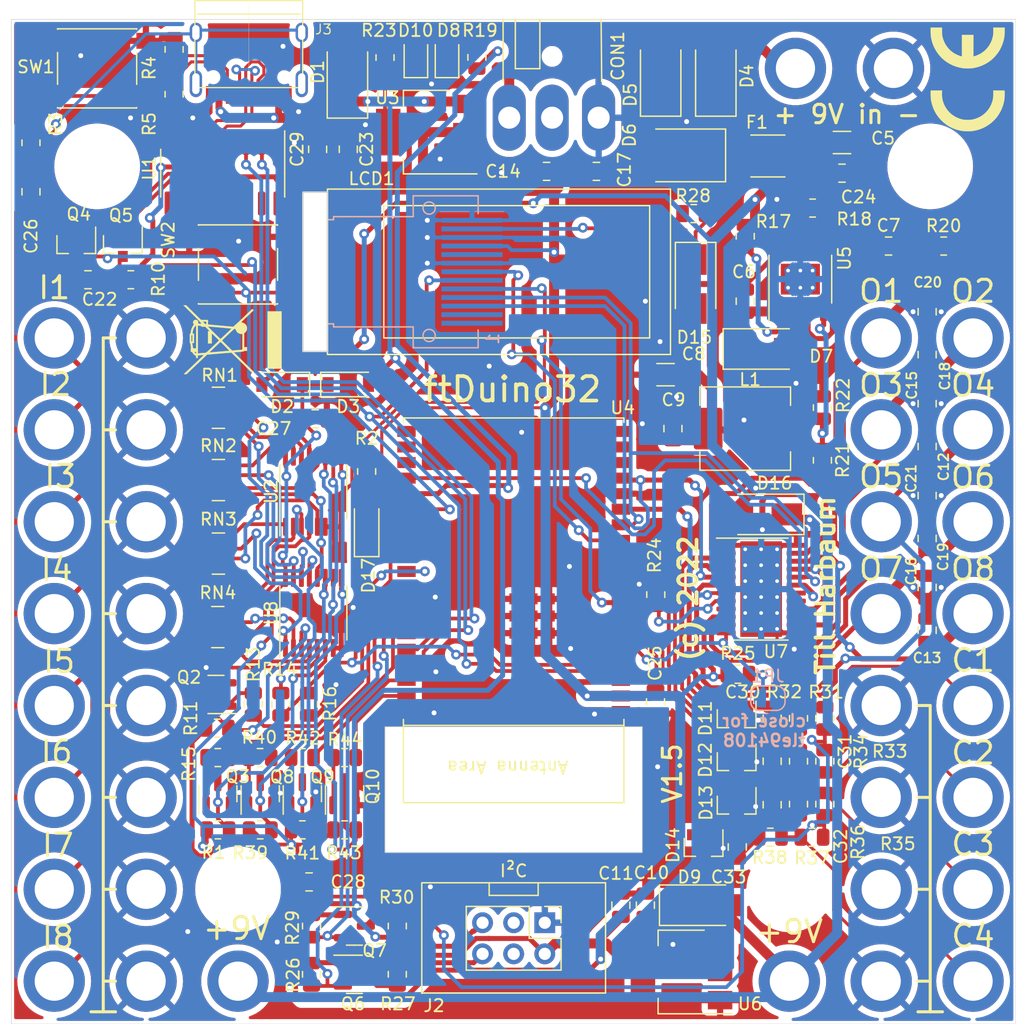
<source format=kicad_pcb>
(kicad_pcb (version 20221018) (generator pcbnew)
  (layers (0 "F.Cu" signal) (31 "B.Cu" signal) (34 "B.Paste" user) (35 "F.Paste" user) (36 "B.SilkS" user "B.Silkscreen") (37 "F.SilkS" user "F.Silkscreen") (38 "B.Mask" user) (39 "F.Mask" user) (44 "Edge.Cuts" user))
  (net 0 "")
  (net 1 "Net-(D4-A)")
  (net 2 "Net-(U5-BST)")
  (net 3 "Net-(D7-K)")
  (net 4 "Net-(U5-COMP)")
  (net 5 "Net-(D15-A)")
  (net 6 "GND")
  (net 7 "Net-(C7-Pad2)")
  (net 9 "Net-(D9-K)")
  (net 10 "VIO")
  (net 11 "Net-(J3-SHIELD)")
  (net 12 "+9V")
  (net 13 "Net-(D5-A)")
  (net 14 "Net-(D1-A)")
  (net 15 "Net-(D4-K)")
  (net 16 "Net-(D8-A)")
  (net 17 "/O4")
  (net 18 "Net-(D10-A)")
  (net 19 "Net-(D16-K)")
  (net 20 "Net-(RN1-R1.1)")
  (net 21 "Net-(RN1-R3.1)")
  (net 22 "Net-(RN2-R1.1)")
  (net 23 "Net-(RN2-R3.1)")
  (net 24 "Net-(RN3-R1.1)")
  (net 25 "Net-(RN3-R3.1)")
  (net 26 "Net-(RN4-R1.1)")
  (net 27 "Net-(RN4-R3.1)")
  (net 28 "MISO")
  (net 29 "MOSI")
  (net 30 "/O8")
  (net 31 "/O3")
  (net 32 "/O7")
  (net 33 "~{SCS}")
  (net 36 "Net-(J2-Pin_5)")
  (net 37 "Net-(J2-Pin_6)")
  (net 38 "Net-(J3-CC1)")
  (net 39 "Net-(U1-UD+)")
  (net 40 "Net-(U1-UD-)")
  (net 42 "Net-(J3-CC2)")
  (net 44 "SCLK")
  (net 45 "+3V3")
  (net 46 "GPIO0")
  (net 47 "EN")
  (net 48 "TXD")
  (net 49 "RXD")
  (net 53 "Net-(LCD1-LEDA)")
  (net 54 "Net-(Q2-B)")
  (net 55 "Net-(Q2-C)")
  (net 56 "Net-(Q3-B)")
  (net 57 "Net-(Q4-B)")
  (net 58 "Net-(Q4-E)")
  (net 59 "Net-(Q8-B)")
  (net 60 "/O2")
  (net 61 "/O6")
  (net 62 "/O1")
  (net 63 "Net-(Q9-B)")
  (net 64 "SCL")
  (net 65 "SDA")
  (net 66 "/O5")
  (net 67 "~{DRVSLP}")
  (net 68 "~{DRVFLT}")
  (net 69 "C1")
  (net 70 "C2")
  (net 71 "C3")
  (net 72 "C4")
  (net 73 "Net-(Q10-B)")
  (net 74 "Net-(U2-X)")
  (net 75 "Net-(U5-EN)")
  (net 76 "Net-(U5-FREQ)")
  (net 77 "Net-(U4-ADC2_CH2{slash}GPIO2)")
  (net 78 "Net-(U5-FB)")
  (net 79 "Net-(RN1-R4.2)")
  (net 80 "Net-(RN1-R3.2)")
  (net 81 "Net-(RN1-R2.2)")
  (net 82 "+5V")
  (net 83 "PDOWN")
  (net 84 "Net-(RN1-R1.2)")
  (net 85 "Net-(RN2-R4.2)")
  (net 86 "MUX_B_IN")
  (net 87 "MUX_C")
  (net 88 "MUX_B")
  (net 89 "MUX_A")
  (net 90 "MUX_C_IN")
  (net 91 "PUP")
  (net 92 "Net-(RN2-R3.2)")
  (net 93 "Net-(RN2-R2.2)")
  (net 94 "Net-(C1-Pad1)")
  (net 95 "Net-(C2-Pad1)")
  (net 96 "Net-(C3-Pad1)")
  (net 97 "Net-(C4-Pad1)")
  (net 98 "IADC")
  (net 99 "MUX_A_IN")
  (net 100 "~{DSP_RS}")
  (net 101 "~{DSP_CS}")
  (net 102 "Net-(RN2-R1.2)")
  (net 103 "Net-(RN3-R4.2)")
  (net 104 "Net-(RN3-R3.2)")
  (net 105 "Net-(RN3-R2.2)")
  (net 106 "INH")
  (net 107 "Net-(RN3-R1.2)")
  (net 108 "Net-(RN4-R4.2)")
  (net 109 "Net-(RN4-R3.2)")
  (net 110 "Net-(RN4-R2.2)")
  (net 111 "Net-(RN4-R1.2)")
  (footprint "ftduino:sleeve" (layer "F.Cu") (at 103.5 99)
    (fp_text reference "I3")
    (fp_text value "Sleeve" hide)
  )
  (footprint "ftduino:sleeve" (layer "F.Cu") (at 103.5 106.5)
    (fp_text reference "I4")
    (fp_text value "Sleeve" hide)
  )
  (footprint "ftduino:sleeve" (layer "F.Cu") (at 103.5 114)
    (fp_text reference "I5")
    (fp_text value "Sleeve" hide)
  )
  (footprint "ftduino:sleeve" (layer "F.Cu") (at 103.5 121.5)
    (fp_text reference "I6")
    (fp_text value "Sleeve" hide)
  )
  (footprint "ftduino:sleeve" (layer "F.Cu") (at 103.5 129)
    (fp_text reference "I7")
    (fp_text value "Sleeve" hide)
  )
  (footprint "ftduino:sleeve" (layer "F.Cu") (at 103.5 136.5)
    (fp_text reference "I8")
    (fp_text value "Sleeve" hide)
  )
  (footprint "ftduino:sleeve" (layer "F.Cu") (at 111 99)
    (fp_text reference "IG3" hide)
    (fp_text value "Sleeve" hide)
  )
  (footprint "ftduino:sleeve" (layer "F.Cu") (at 111 106.5)
    (fp_text reference "IG4" hide)
    (fp_text value "Sleeve" hide)
  )
  (footprint "ftduino:sleeve" (layer "F.Cu") (at 111 114)
    (fp_text reference "IG5" hide)
    (fp_text value "Sleeve" hide)
  )
  (footprint "ftduino:sleeve" (layer "F.Cu") (at 111 121.5)
    (fp_text reference "IG6" hide)
    (fp_text value "Sleeve" hide)
  )
  (footprint "ftduino:sleeve" (layer "F.Cu") (at 111 129)
    (fp_text reference "IG7" hide)
    (fp_text value "Sleeve" hide)
  )
  (footprint "ftduino:sleeve" (layer "F.Cu") (at 111 136.5)
    (fp_text reference "IG8" hide)
    (fp_text value "Sleeve" hide)
  )
  (footprint "ftduino:sleeve" (layer "F.Cu") (at 103.5 91.5)
    (fp_text reference "I2")
    (fp_text value "Sleeve" hide)
  )
  (footprint "ftduino:sleeve" (layer "F.Cu") (at 103.5 84)
    (fp_text reference "I1")
    (fp_text value "Sleeve" hide)
  )
  (footprint "ftduino:sleeve" (layer "F.Cu") (at 111 84)
    (fp_text reference "IG1" hide)
    (fp_text value "Sleeve" hide)
  )
  (footprint "ftduino:sleeve" (layer "F.Cu") (at 111 91.5)
    (fp_text reference "IG2" hide)
    (fp_text value "Sleeve" hide)
  )
  (footprint "ftduino:sleeve" (layer "F.Cu") (at 118.5 136.5)
    (fp_text reference "9Vb1" hide)
    (fp_text value "Sleeve" hide)
  )
  (footprint "ftduino:sleeve" (layer "F.Cu") (at 163.5 136.5)
    (fp_text reference "9Va1" hide)
    (fp_text value "Sleeve" hide)
  )
  (footprint "ftduino:sleeve" (layer "F.Cu") (at 164 62)
    (fp_text reference "9V+1" hide)
    (fp_text value "Sleeve" hide)
  )
  (footprint "ftduino:sleeve" (layer "F.Cu") (at 172 62)
    (fp_text reference "9V-1" hide)
    (fp_text value "Sleeve" hide)
  )
  (footprint "ftduino:sleeve" (layer "F.Cu") (at 178.5 114)
    (fp_text reference "C1")
    (fp_text value "Sleeve" hide)
  )
  (footprint "ftduino:sleeve" (layer "F.Cu") (at 178.5 121.5)
    (fp_text reference "C2")
    (fp_text value "Sleeve" hide)
  )
  (footprint "ftduino:sleeve" (layer "F.Cu") (at 178.5 129)
    (fp_text reference "C3")
    (fp_text value "Sleeve" hide)
  )
  (footprint "ftduino:sleeve" (layer "F.Cu") (at 178.5 136.5)
    (fp_text reference "C4")
    (fp_text value "Sleeve" hide)
  )
  (footprint "ftduino:sleeve" (layer "F.Cu") (at 171 114)
    (fp_text reference "CG1" hide)
    (fp_text value "Sleeve" hide)
  )
  (footprint "ftduino:sleeve" (layer "F.Cu") (at 171 121.5)
    (fp_text reference "CG2" hide)
    (fp_text value "Sleeve" hide)
  )
  (footprint "ftduino:sleeve" (layer "F.Cu") (at 171 129)
    (fp_text reference "CG3" hide)
    (fp_text value "Sleeve" hide)
  )
  (footprint "ftduino:sleeve" (layer "F.Cu") (at 171 136.5)
    (fp_text reference "CG4" hide)
    (fp_text value "Sleeve" hide)
  )
  (footprint "ftduino:sleeve" (layer "F.Cu") (at 171 84)
    (fp_text reference "O1")
    (fp_text value "Sleeve" hide)
  )
  (footprint "ftduino:sleeve" (layer "F.Cu") (at 178.5 84)
    (fp_text reference "O2")
    (fp_text value "Sleeve" hide)
  )
  (footprint "ftduino:sleeve" (layer "F.Cu") (at 171 91.5)
    (fp_text reference "O3")
    (fp_text value "Sleeve" hide)
  )
  (footprint "ftduino:sleeve" (layer "F.Cu") (at 178.5 91.5)
    (fp_text reference "O4")
    (fp_text value "Sleeve" hide)
  )
  (footprint "ftduino:sleeve" (layer "F.Cu") (at 171 99)
    (fp_text reference "O5")
    (fp_text value "Sleeve" hide)
  )
  (footprint "ftduino:sleeve" (layer "F.Cu") (at 178.5 99)
    (fp_text reference "O6")
    (fp_text value "Sleeve" hide)
  )
  (footprint "ftduino:sleeve" (layer "F.Cu") (at 171 106.5)
    (fp_text reference "O7")
    (fp_text value "Sleeve" hide)
  )
  (footprint "ftduino:sleeve" (layer "F.Cu") (at 178.5 106.5)
    (fp_text reference "O8")
    (fp_text value "Sleeve" hide)
  )
  (footprint "MountingHole:MountingHole_3mm" (layer "F.Cu") (at 118.500011 128.999997)
    (fp_text reference "H2" hide)
    (fp_text value "Hole")
  )
  (footprint "MountingHole:MountingHole_3mm" (layer "F.Cu") (at 163.5 128.999999)
    (fp_text reference "H3" hide)
    (fp_text value "Hole")
  )
  (footprint "MountingHole:MountingHole_3mm" (layer "F.Cu") (at 175 70)
    (fp_text reference "H4" hide)
    (fp_text value "Hole")
  )
  (footprint "Connector_PinHeader_2.54mm:PinHeader_2x03_P2.54mm_Vertical" (layer "F.Cu") (at 143.54 131.73 -90)
    (fp_text reference "J2")
    (fp_text value "I²C")
  )
  (footprint "Button_Switch_SMD:SW_SPST_PTS645" (layer "F.Cu") (at 107.000009 62.000003)
    (fp_text reference "SW1")
    (fp_text value "Reset")
  )
  (footprint "MountingHole:MountingHole_3mm" (layer "F.Cu") (at 107 70)
    (fp_text reference "H1" hide)
    (fp_text value "Hole")
  )
  (footprint "LED_SMD:LED_0805_2012Metric" (layer "F.Cu") (at 135.56 61.0675 90)
    (fp_text reference "D8")
    (fp_text value "yellow")
  )
  (footprint "LED_SMD:LED_0805_2012Metric" (layer "F.Cu") (at 133.02 61.0675 90)
    (fp_text reference "D10")
    (fp_text value "green")
  )
  (footprint "ftduino:lum1613-12" (layer "F.Cu") (at 144.1375 66.0225 90)
    (fp_text reference "CON1")
    (fp_text value "lum1613-12")
  )
  (footprint "Package_SO:SOIC-8-1EP_3.9x4.9mm_P1.27mm_EP2.514x3.2mm_ThermalVias" (layer "F.Cu") (at 164.4 79.2 90)
    (fp_text reference "U5")
    (fp_text value "MP1584")
  )
  (footprint "Package_TO_SOT_SMD:SOT-23" (layer "F.Cu") (at 109.1 76.35 -90)
    (fp_text reference "Q5")
    (fp_text value "BC817")
  )
  (footprint "Package_TO_SOT_SMD:SOT-23" (layer "F.Cu") (at 105.3 76.35 -90)
    (fp_text reference "Q4")
    (fp_text value "BC817")
  )
  (footprint "Capacitor_SMD:C_0805_2012Metric" (layer "F.Cu") (at 127.5 68.6 -90)
    (fp_text reference "C23")
    (fp_text value "1µF")
  )
  (footprint "Package_SO:SOIC-16_3.9x9.9mm_P1.27mm" (layer "F.Cu") (at 117.25 70.55 -90)
    (fp_text reference "U1")
    (fp_text value "CH340C")
  )
  (footprint "Package_SO:HTSSOP-24-1EP_4.4x7.8mm_P0.65mm_EP3.4x7.8mm_Mask2.4x4.68mm_ThermalVias" (layer "F.Cu") (at 161.2 104.5)
    (fp_text reference "U7")
    (fp_text value "drv8908")
  )
  (footprint "Inductor_SMD:L_Abracon_ASPI-0630LR" (layer "F.Cu") (at 159.9 91.4 180)
    (fp_text reference "L1")
    (fp_text value "12µH")
  )
  (footprint "Capacitor_SMD:C_0805_2012Metric" (layer "F.Cu") (at 106.25 79.25 180)
    (fp_text reference "C22")
    (fp_text value "100nF")
  )
  (footprint "Resistor_SMD:R_0805_2012Metric" (layer "F.Cu") (at 109.75 79.25 180)
    (fp_text reference "R10")
    (fp_text value "10k")
  )
  (footprint "Capacitor_SMD:C_0805_2012Metric" (layer "F.Cu") (at 167.8 70.55 180)
    (fp_text reference "C24")
    (fp_text value "100nF")
  )
  (footprint "Capacitor_SMD:C_0805_2012Metric" (layer "F.Cu") (at 159.9 81 -90)
    (fp_text reference "C6")
    (fp_text value "100nF")
  )
  (footprint "Capacitor_SMD:C_0805_2012Metric" (layer "F.Cu") (at 171.6 76.5)
    (fp_text reference "C7")
    (fp_text value "150pF")
  )
  (footprint "Capacitor_SMD:C_1206_3216Metric" (layer "F.Cu") (at 153.4 87)
    (fp_text reference "C8")
    (fp_text value "22µF")
  )
  (footprint "Capacitor_SMD:C_0805_2012Metric" (layer "F.Cu") (at 154 91.4 -90)
    (fp_text reference "C9")
    (fp_text value "100nF")
  )
  (footprint "Resistor_SMD:R_0805_2012Metric" (layer "F.Cu") (at 159.9 75.7 90)
    (fp_text reference "R17")
    (fp_text value "100k")
  )
  (footprint "Resistor_SMD:R_0805_2012Metric" (layer "F.Cu") (at 165.4 73.4 180)
    (fp_text reference "R18")
    (fp_text value "100k")
  )
  (footprint "Resistor_SMD:R_0805_2012Metric" (layer "F.Cu") (at 176.1 76.5)
    (fp_text reference "R20")
    (fp_text value "100k")
  )
  (footprint "Resistor_SMD:R_0805_2012Metric" (layer "F.Cu") (at 166.2 93.9875 -90)
    (fp_text reference "R21")
    (fp_text value "12k")
  )
  (footprint "Resistor_SMD:R_0805_2012Metric" (layer "F.Cu") (at 166.2 89.6875 -90)
    (fp_text reference "R22")
    (fp_text value "3.3k")
  )
  (footprint "Capacitor_SMD:C_1206_3216Metric" (layer "F.Cu") (at 167.8 68.05 180)
    (fp_text reference "C5")
    (fp_text value "22µF")
  )
  (footprint "Diode_SMD:D_SMB" (layer "F.Cu") (at 154.75 69.1 180)
    (fp_text reference "D6")
    (fp_text value "SM6T18")
  )
  (footprint "Fuse:Fuse_1812_4532Metric" (layer "F.Cu") (at 161.75 69.15 180)
    (fp_text reference "F1")
    (fp_text value "Polyfuse")
  )
  (footprint "Resistor_SMD:R_0805_2012Metric" (layer "F.Cu") (at 130.5 61.114 -90)
    (fp_text reference "R23")
    (fp_text value "1k")
  )
  (footprint "Espressif:ESP32-WROVER-E" (layer "F.Cu") (at 141 106.236 180)
    (fp_text reference "U4")
    (fp_text value "ESP32-WROVER-E")
  )
  (footprint "Diode_SMD:D_SMA" (layer "F.Cu") (at 157.5 62.5 90)
    (fp_text reference "D4")
    (fp_text value "SK34")
  )
  (footprint "Diode_SMD:D_SMA" (layer "F.Cu") (at 153 62.5 90)
    (fp_text reference "D5")
    (fp_text value "SK34")
  )
  (footprint "Diode_SMD:D_SMA" (layer "F.Cu") (at 161.5 84.9)
    (fp_text reference "D7")
    (fp_text value "SK34")
  )
  (footprint "Diode_SMD:D_SOD-123" (layer "F.Cu") (at 127.5 87.8)
    (fp_text reference "D3")
    (fp_text value "MBR0520")
  )
  (footprint "Resistor_SMD:R_0805_2012Metric" (layer "F.Cu") (at 166.4 115.05 -90)
    (fp_text reference "R31")
    (fp_text value "4k7")
  )
  (footprint "Resistor_SMD:R_0805_2012Metric" (layer "F.Cu") (at 116.85 118.25 180)
    (fp_text reference "R15")
    (fp_text value "10k")
  )
  (footprint "Resistor_SMD:R_Array_Convex_4x0603" (layer "F.Cu") (at 116.9 89.7)
    (fp_text reference "RN1")
    (fp_text value "2k2")
  )
  (footprint "Button_Switch_SMD:SW_SPST_PTS645" (layer "F.Cu") (at 118.5 78)
    (fp_text reference "SW2")
    (fp_text value "Boot")
  )
  (footprint "Resistor_SMD:R_0805_2012Metric" (layer "F.Cu") (at 131.5 135.94 90)
    (fp_text reference "R27")
    (fp_text value "10k")
  )
  (footprint "Diode_SMD:D_SMA" (layer "F.Cu") (at 127.432 62.657 90)
    (fp_text reference "D1")
    (fp_text value "SK34")
  )
  (footprint "Package_SO:TSSOP-16_4.4x5mm_P0.65mm" (layer "F.Cu") (at 124.65 96.55 90)
    (fp_text reference "U2")
    (fp_text value "4051")
  )
  (footprint "Resistor_SMD:R_0805_2012Metric" (layer "F.Cu") (at 116.8 115.85)
    (fp_text reference "R11")
    (fp_text value "1k")
  )
  (footprint "ftduino:TFT-0.96" (layer "F.Cu") (at 139.8 78.6 180)
    (fp_text reference "LCD1")
    (fp_text value "TFT-0.96")
    (fp_rect (start 14 -6.5) (end 16 6.5) (stroke (width 0.12)) (fill none) (layer "Edge.Cuts"))
  )
  (footprint "Diode_SMD:D_SOT-23_ANK" (layer "F.Cu") (at 159.2 118.55 -90)
    (fp_text reference "D12")
    (fp_text value "BZX84C3V3LT1")
  )
  (footprint "Capacitor_SMD:C_0805_2012Metric" (layer "F.Cu") (at 149.75 130.3 -90)
    (fp_text reference "C11")
    (fp_text value "100nF")
  )
  (footprint "Package_TO_SOT_SMD:SOT-23" (layer "F.Cu") (at 127.2 121.2 90)
    (fp_text reference "Q10")
    (fp_text value "BC817")
  )
  (footprint "Capacitor_SMD:C_0805_2012Metric" (layer "F.Cu") (at 174.75 100.362 -90)
    (fp_text reference "C19")
    (fp_text value "10nF")
  )
  (footprint "Resistor_SMD:R_0805_2012Metric" (layer "F.Cu") (at 127.2 124.15)
    (fp_text reference "R43")
    (fp_text value "10k")
  )
  (footprint "Capacitor_SMD:C_0805_2012Metric" (layer "F.Cu") (at 174.75 89.362 90)
    (fp_text reference "C15")
    (fp_text value "10nF")
  )
  (footprint "Capacitor_SMD:C_0805_2012Metric" (layer "F.Cu") (at 101.6 72.07 -90)
    (fp_text reference "C26")
    (fp_text value "4.7nF")
  )
  (footprint "Capacitor_SMD:C_0805_2012Metric" (layer "F.Cu") (at 151.75 130.3 -90)
    (fp_text reference "C10")
    (fp_text value "100nF")
  )
  (footprint "Capacitor_SMD:C_0805_2012Metric" (layer "F.Cu") (at 125 68.6 90)
    (fp_text reference "C29")
    (fp_text value "100nF")
  )
  (footprint "Package_TO_SOT_SMD:SOT-23" (layer "F.Cu") (at 116.7 113.1 180)
    (fp_text reference "Q2")
    (fp_text value "BC817")
  )
  (footprint "Capacitor_SMD:C_0805_2012Metric" (layer "F.Cu") (at 152.578 113.711 90)
    (fp_text reference "C25")
    (fp_text value "100nF")
  )
  (footprint "Resistor_SMD:R_0805_2012Metric" (layer "F.Cu") (at 113.284 64.1115 -90)
    (fp_text reference "R5")
    (fp_text value "5k1")
  )
  (footprint "Diode_SMD:D_SOT-23_ANK" (layer "F.Cu") (at 159.2 115.05 -90)
    (fp_text reference "D11")
    (fp_text value "BZX84C3V3LT1")
  )
  (footprint "Resistor_SMD:R_0805_2012Metric" (layer "F.Cu") (at 164.25 122.05 90)
    (fp_text reference "R36")
    (fp_text value "10k")
  )
  (footprint "Resistor_SMD:R_Array_Convex_4x0603" (layer "F.Cu") (at 116.9 101.6)
    (fp_text reference "RN3")
    (fp_text value "2k2")
  )
  (footprint "Diode_SMD:D_SOD-123" (layer "F.Cu") (at 122.1 87.8 180)
    (fp_text reference "D2")
    (fp_text value "MBR0520")
  )
  (footprint "Symbol:CE-Logo_8.5x6mm_SilkScreen" (layer "F.Cu") (at 178.05 62.9 90)
    (fp_text reference "REF**" hide)
    (fp_text value "CE-Logo_8.5x6mm_SilkScreen" hide)
  )
  (footprint "Resistor_SMD:R_0805_2012Metric" (layer "F.Cu") (at 129 94.9 90)
    (fp_text reference "R2")
    (fp_text value "100k")
  )
  (footprint "Capacitor_SMD:C_0805_2012Metric" (layer "F.Cu") (at 162.1 115.05 -90)
    (fp_text reference "C30")
    (fp_text value "100nF")
  )
  (footprint "Package_SO:TSSOP-16_4.4x5mm_P0.65mm" (layer "F.Cu") (at 124.65 106.45 90)
    (fp_text reference "U8")
    (fp_text value "4051")
  )
  (footprint "Resistor_SMD:R_0805_2012Metric" (layer "F.Cu") (at 123.75 118.25)
    (fp_text reference "R42")
    (fp_text value "10k")
  )
  (footprint "Resistor_SMD:R_Array_Convex_4x0603" (layer "F.Cu") (at 116.85 107.6)
    (fp_text reference "RN4")
    (fp_text value "2k2")
  )
  (footprint "Resistor_SMD:R_0805_2012Metric" (layer "F.Cu") (at 101.6 68.072 90)
    (fp_text reference "R3")
    (fp_text value "1M")
  )
  (footprint "Package_TO_SOT_SMD:SOT-23" (layer "F.Cu") (at 116.85 121.2 90)
    (fp_text reference "Q3")
    (fp_text value "BC817")
  )
  (footprint "Capacitor_SMD:C_0805_2012Metric" (layer "F.Cu") (at 174.75 107.862 -90)
    (fp_text reference "C13")
    (fp_text value "10nF")
  )
  (footprint "Resistor_SMD:R_0805_2012Metric" (layer "F.Cu") (at 155.7 73.85)
    (fp_text reference "R28")
    (fp_text value "22")
  )
  (footprint "Package_TO_SOT_SMD:SOT-23" (layer "F.Cu") (at 123.75 121.2 90)
    (fp_text reference "Q9")
    (fp_text value "BC817")
  )
  (footprint "Diode_SMD:D_SMA" (layer "F.Cu") (at 161.3 98.4 180)
    (fp_text reference "D16")
    (fp_text value "SK34")
  )
  (footprint "Resistor_SMD:R_Array_Convex_4x0603" (layer "F.Cu") (at 116.9 95.6)
    (fp_text reference "RN2")
    (fp_text value "2k2")
  )
  (footprint "Capacitor_SMD:C_0805_2012Metric" (layer "F.Cu") (at 174.75 96.862 90)
    (fp_text reference "C21")
    (fp_text value "10nF")
  )
  (footprint "Capacitor_SMD:C_0805_2012Metric" (layer "F.Cu") (at 174.75 81.862 90)
    (fp_text reference "C20")
    (fp_text value "10nF")
  )
  (footprint "ftduino:TYPE-C-31-M-12" (layer "F.Cu") (at 119.38 59.067 180)
    (fp_text reference "J3")
    (fp_text value "USB_C_Receptacle_USB2.0")
  )
  (footprint "Resistor_SMD:R_0805_2012Metric" (layer "F.Cu") (at 161.95 124.75)
    (fp_text reference "R38")
    (fp_text value "10k")
  )
  (footprint "Capacitor_SMD:C_0805_2012Metric" (layer "F.Cu") (at 124.8 90.6)
    (fp_text reference "C27")
    (fp_text value "100nF")
  )
  (footprint "Capacitor_SMD:C_0805_2012Metric" (layer "F.Cu") (at 162.1 118.55 -90)
    (fp_text reference "C31")
    (fp_text value "100nF")
  )
  (footprint "Capacitor_SMD:C_0805_2012Metric" (layer "F.Cu") (at 147.752 70.404)
    (fp_text reference "C17")
    (fp_text value "100nF")
  )
  (footprint "Resistor_SMD:R_0805_2012Metric" (layer "F.Cu") (at 119.75 113.9 90)
    (fp_text reference "R13")
    (fp_text value "47k")
  )
  (footprint "Resistor_SMD:R_0805_2012Metric" (layer "F.Cu") (at 166.4 118.55 90)
    (fp_text reference "R33")
    (fp_text value "4k7")
  )
  (footprint "Diode_SMD:D_SOT-23_ANK" (layer "F.Cu") (at 159.2 122.1 -90)
    (fp_text reference "D13")
    (fp_text value "BZX84C3V3LT1")
  )
  (footprint "Resistor_SMD:R_0805_2012Metric" (layer "F.Cu") (at 123.75 124.15)
    (fp_text reference "R41")
    (fp_text value "10k")
  )
  (footprint "Resistor_SMD:R_0805_2012Metric" (layer "F.Cu") (at 152.6 104.95 90)
    (fp_text reference "R24")
    (fp_text value "10k")
  )
  (footprint "Resistor_SMD:R_0805_2012Metric" (layer "F.Cu") (at 164.25 118.55 90)
    (fp_text reference "R34")
    (fp_text value "10k")
  )
  (footprint "Diode_SMD:D_SOD-123" (layer "F.Cu") (at 129 99.6 90)
    (fp_text reference "D17")
    (fp_text value "MBR0520")
  )
  (footprint "Capacitor_SMD:C_0805_2012Metric" (layer "F.Cu") (at 174.75 104.362 90)
    (fp_text reference "C16")
    (fp_text value "10nF")
  )
  (footprint "Package_TO_SOT_SMD:SOT-23" (layer "F.Cu") (at 128 135.94)
    (fp_text reference "Q6")
    (fp_text value "BSS123")
  )
  (footprint "Package_TO_SOT_SMD:SOT-23" (layer "F.Cu") (at 128 132)
    (fp_text reference "Q7")
    (fp_text value "BSS123")
  )
  (footprint "Resistor_SMD:R_0805_2012Metric" (layer "F.Cu") (at 131.5 132 -90)
    (fp_text reference "R30")
    (fp_text value "10k")
  )
  (footprint "Resistor_SMD:R_0805_2012Metric" (layer "F.Cu") (at 127.2 118.25)
    (fp_text reference "R44")
    (fp_text value "10k")
  )
  (footprint "Diode_SMD:D_SMA" (layer "F.Cu") (at 155.85 79.6 -90)
    (fp_text reference "D15")
    (fp_text value "SK34")
  )
  (footprint "Package_TO_SOT_SMD:SOT-223-3_TabPin2" (layer "F.Cu") (at 133.909 67.2 180)
    (fp_text reference "U3")
    (fp_text value "LM1117-3.3")
  )
  (footprint "Capacitor_SMD:C_0805_2012Metric" (layer "F.Cu") (at 124.3 128.4 180)
    (fp_text reference "C28")
    (fp_text value "100nF")
  )
  (footprint "Resistor_SMD:R_0805_2012Metric" (layer "F.Cu") (at 165.35 124.75)
    (fp_text reference "R37")
    (fp_text value "4k7")
  )
  (footprint "Resistor_SMD:R_0805_2012Metric" (layer "F.Cu") (at 113.284 60.452 90)
    (fp_text reference "R4")
    (fp_text value "5k1")
  )
  (footprint "Resistor_SMD:R_0805_2012Metric" (layer "F.Cu") (at 166.4 122.05 -90)
    (fp_text reference "R35")
    (fp_text value "4k7")
  )
  (footprint "Resistor_SMD:R_0805_2012Metric" (layer "F.Cu") (at 137.998 61.1 -90)
    (fp_text reference "R19")
    (fp_text value "330")
  )
  (footprint "Resistor_SMD:R_0805_2012Metric" (layer "F.Cu") (at 124.5 132 90)
    (fp_text reference "R29")
    (fp_text value "10k")
  )
  (footprint "Resistor_SMD:R_0805_2012Metric" (layer "F.Cu") (at 120.3125 124.15)
    (fp_text reference "R39")
    (fp_text value "10k")
  )
  (footprint "Capacitor_SMD:C_0805_2012Metric" (layer "F.Cu") (at 159.25 125.55 -90)
    (fp_text reference "C33")
    (fp_text value "100nF")
  )
  (footprint "Resistor_SMD:R_0805_2012Metric" (layer "F.Cu") (at 159.3 111.45 180)
    (fp_text reference "R25")
    (fp_text value "100k")
  )
  (footprint "Capacitor_SMD:C_0805_2012Metric" (layer "F.Cu") (at 174.75 92.862 -90)
    (fp_text reference "C12")
    (fp_text value "10nF")
  )
  (footprint "Resistor_SMD:R_0805_2012Metric" (layer "F.Cu") (at 164.25 115.05 90)
    (fp_text reference "R32")
    (fp_text value "10k")
  )
  (footprint "Symbol:WEEE-Logo_5.6x8mm_SilkScreen" (layer "F.Cu") (at 118.05 84.15 90)
    (fp_text reference "REF**" hide)
    (fp_text value "WEEE-Logo_5.6x8mm_SilkScreen" hide)
  )
  (footprint "Resistor_SMD:R_0805_2012Metric" (layer "F.Cu") (at 116.8625 124.15)
    (fp_text reference "R1")
    (fp_text value "10k")
  )
  (footprint "Capacitor_SMD:C_0805_2012Metric" (layer "F.Cu") (at 174.75 85.362 -90)
    (fp_text reference "C18")
    (fp_text value "10nF")
  )
  (footprint "Package_TO_SOT_SMD:SOT-23" (layer "F.Cu") (at 120.3125 121.2 90)
    (fp_text reference "Q8")
    (fp_text value "BC817")
  )
  (footprint "Capacitor_SMD:C_0805_2012Metric" (layer "F.Cu") (at 162.1 122.1 -90)
    (fp_text reference "C32")
    (fp_text value "100nF")
  )
  (footprint "Diode_SMD:D_SOT-23_ANK" (layer "F.Cu") (at 156.5 125.55 -90)
    (fp_text reference "D14")
    (fp_text value "BZX84C3V3LT1")
  )
  (footprint "Capacitor_SMD:C_0805_2012Metric" (layer "F.Cu") (at 143.688 70.404 180)
    (fp_text reference "C14")
    (fp_text value "1µF")
  )
  (footprint "Resistor_SMD:R_0805_2012Metric" (layer "F.Cu") (at 120.3 118.25)
    (fp_text reference "R40")
    (fp_text value "10k")
  )
  (footprint "Resistor_SMD:R_0805_2012Metric" (layer "F.Cu") (at 122 113.9 -90)
    (fp_text reference "R14")
    (fp_text value "100k")
  )
  (footprint "Resistor_SMD:R_0805_2012Metric" (layer "F.Cu") (at 124.5 135.94 90)
    (fp_text reference "R26")
    (fp_text value "10k")
  )
  (footprint "Package_TO_SOT_SMD:SOT-223-3_TabPin2" (layer "F.Cu") (at 154.7 135.75 180)
    (fp_text reference "U6")
    (fp_text value "LT1117-5.0")
  )
  (footprint "Diode_SMD:D_SMA" (layer "F.Cu") (at 156.3 130.3)
    (fp_text reference "D9")
    (fp_text value "SK34")
  )
  (footprint "Resistor_SMD:R_0805_2012Metric" (layer "F.Cu") (at 124.25 113.9 -90)
    (fp_text reference "R16")
    (fp_text value "100k")
  )
  (footprint "Jumper:SolderJumper-2_P1.3mm_Open_RoundedPad1.0x1.5mm" (layer "B.Cu") (at 161.75 113.4 180)
    (fp_text reference "JP1")
    (fp_text value "tle94108")
  )
  (gr_line (start 175 114) (end 174 114) (stroke (width 0.25)) (layer "F.SilkS"))
  (gr_line (start 133.5 128.468) (end 148.5 128.468) (stroke (width 0.12)) (layer "F.SilkS"))
  (gr_line (start 175 114) (end 175 139) (stroke (width 0.25)) (layer "F.SilkS"))
  (gr_line (start 107.5 106.5) (end 108.5 106.5) (stroke (width 0.25)) (layer "F.SilkS"))
  (gr_line (start 106.5 139) (end 108.5 139) (stroke (width 0.25)) (layer "F.SilkS"))
  (gr_line (start 143 129.5) (end 143 128.5) (stroke (width 0.12)) (layer "F.SilkS"))
  (gr_line (start 108.5 84) (end 107.5 84) (stroke (width 0.25)) (layer "F.SilkS"))
  (gr_line (start 148.5 128.468) (end 148.5 137.468) (stroke (width 0.12)) (layer "F.SilkS"))
  (gr_line (start 174 139) (end 176 139) (stroke (width 0.25)) (layer "F.SilkS"))
  (gr_line (start 107.5 91.5) (end 108.5 91.5) (stroke (width 0.25)) (layer "F.SilkS"))
  (gr_line (start 107.5 136.5) (end 108.5 136.5) (stroke (width 0.25)) (layer "F.SilkS"))
  (gr_line (start 133.5 128.5) (end 133.5 137.5) (stroke (width 0.12)) (layer "F.SilkS"))
  (gr_line (start 139 128.5) (end 139 129.5) (stroke (width 0.12)) (layer "F.SilkS"))
  (gr_line (start 174 136.5) (end 175 136.5) (stroke (width 0.25)) (layer "F.SilkS"))
  (gr_line (start 107.5 99) (end 108.5 99) (stroke (width 0.25)) (layer "F.SilkS"))
  (gr_line (start 139 129.5) (end 143 129.5) (stroke (width 0.12)) (layer "F.SilkS"))
  (gr_line (start 174 129) (end 175 129) (stroke (width 0.25)) (layer "F.SilkS"))
  (gr_line (start 174 121.5) (end 175 121.5) (stroke (width 0.25)) (layer "F.SilkS"))
  (gr_line (start 107.5 121.5) (end 108.5 121.5) (stroke (width 0.25)) (layer "F.SilkS"))
  (gr_line (start 133.5 137.468) (end 148.5 137.468) (stroke (width 0.12)) (layer "F.SilkS"))
  (gr_line (start 107.5 84) (end 107.5 139) (stroke (width 0.25)) (layer "F.SilkS"))
  (gr_line (start 107.5 114) (end 108.5 114) (stroke (width 0.25)) (layer "F.SilkS"))
  (gr_line (start 107.5 129) (end 108.5 129) (stroke (width 0.25)) (layer "F.SilkS"))
  (gr_line (start 151.5 115.736) (end 130.5 115.736) (stroke (width 0.05)) (layer "Edge.Cuts"))
  (gr_line (start 100 140) (end 182 140) (stroke (width 0.05)) (layer "Edge.Cuts"))
  (gr_line (start 151.5 126) (end 151.5 115.736) (stroke (width 0.05)) (layer "Edge.Cuts"))
  (gr_line (start 100 58) (end 100 140) (stroke (width 0.05)) (layer "Edge.Cuts"))
  (gr_line (start 130.5 126) (end 151.5 126) (stroke (width 0.05)) (layer "Edge.Cuts"))
  (gr_line (start 182 58) (end 100 58) (stroke (width 0.05)) (layer "Edge.Cuts"))
  (gr_line (start 182 140) (end 182 58) (stroke (width 0.05)) (layer "Edge.Cuts"))
  (gr_line (start 130.5 115.736) (end 130.5 126) (stroke (width 0.05)) (layer "Edge.Cuts"))
  (gr_text "close for\ntle94108" (at 161.45 116.05) (layer "B.SilkS") (effects (font (size 1 1) (thickness 0.2)) (justify mirror)))
  (gr_text "(c) 2022" (at 155.25 105.25 90) (layer "F.SilkS") (effects (font (size 1.5 1.5) (thickness 0.3))))
  (gr_text "\n+9V" (at 163.5 131) (layer "F.SilkS") (effects (font (size 1.8 1.8) (thickness 0.25))))
  (gr_text "Till Harbaum" (at 166.45 104.2 90) (layer "F.SilkS") (effects (font (size 1.5 1.5) (thickness 0.3))))
  (gr_text "+ 9V in -" (at 168.2 65.75) (layer "F.SilkS") (effects (font (size 1.5 1.5) (thickness 0.25))))
  (gr_text "I²C" (at 141 127.5) (layer "F.SilkS") (effects (font (size 1 1))))
  (gr_text "+9V" (at 118.4 132.2) (layer "F.SilkS") (effects (font (size 1.8 1.8) (thickness 0.25))))
  (gr_text "ftDuino32" (at 140.9 88.2) (layer "F.SilkS") (effects (font (size 2 2) (thickness 0.3))))
  (gr_text "V1.5" (at 153.95 119.55 90) (layer "F.SilkS") (effects (font (size 1.5 1.5) (thickness 0.25))))
  (segment (start 162.959 62) (end 161.459 60.5) (width 0.8128) (layer "F.Cu") (net 1))
  (segment (start 161.459 60.5) (end 157.5 60.5) (width 0.8128) (layer "F.Cu") (net 1))
  (segment (start 164 62) (end 162.959 62) (width 0.8128) (layer "F.Cu") (net 1))
  (segment (start 162.495 77.105) (end 159.9 79.7) (width 0.4064) (layer "F.Cu") (net 2))
  (segment (start 162.495 76.5625) (end 162.495 77.105) (width 0.4064) (layer "F.Cu") (net 2))
  (segment (start 159.9 79.7) (end 159.9 80.05) (width 0.4064) (layer "F.Cu") (net 2))
  (segment (start 162.495 81.8375) (end 160.0125 81.8375) (width 0.8128) (layer "F.Cu") (net 3))
  (segment (start 160.0125 81.8375) (end 159.9 81.95) (width 0.8128) (layer "F.Cu") (net 3))
  (segment (start 159.5 86.875) (end 163.583135 90.958135) (width 0.8128) (layer "F.Cu") (net 3))
  (segment (start 159.5 84.9) (end 159.5 86.875) (width 0.8128) (layer "F.Cu") (net 3))
  (segment (start 159.6 82.25) (end 159.9 81.95) (width 0.8128) (layer "F.Cu") (net 3))
  (segment (start 163.583135 90.958135) (end 163.583135 91.6064) (width 0.8128) (layer "F.Cu") (net 3))
  (segment (start 159.6 84.8) (end 159.6 82.25) (width 0.8128) (layer "F.Cu") (net 3))
  (segment (start 159.5 84.9) (end 159.6 84.8) (width 0.8128) (layer "F.Cu") (net 3))
  (segment (start 165.035 81.8375) (end 165.035 83.485) (width 0.4064) (layer "F.Cu") (net 4))
  (segment (start 165.035 83.485) (end 165.6 84.05) (width 0.4064) (layer "F.Cu") (net 4))
  (segment (start 166.5 84.05) (end 167.0082 83.5418) (width 0.4064) (layer "F.Cu") (net 4))
  (segment (start 170.65 77.8) (end 170.65 76.5) (width 0.4064) (layer "F.Cu") (net 4))
  (segment (start 167.0082 83.5418) (end 167.0082 81.4418) (width 0.4064) (layer "F.Cu") (net 4))
  (segment (start 165.6 84.05) (end 166.5 84.05) (width 0.4064) (layer "F.Cu") (net 4))
  (segment (start 167.0082 81.4418) (end 170.65 77.8) (width 0.4064) (layer "F.Cu") (net 4))
  (segment (start 157.975 91.4) (end 156.875 91.4) (width 0.4064) (layer "F.Cu") (net 5))
  (segment (start 157.175 88.075) (end 157.175 91.1) (width 0.8128) (layer "F.Cu") (net 5))
  (segment (start 157.175 91.1) (end 156.875 91.4) (width 0.8128) (layer "F.Cu") (net 5))
  (segment (start 154.875 87) (end 156.1 87) (width 0.8128) (layer "F.Cu") (net 5))
  (segment (start 156.1 87) (end 157.175 88.075) (width 0.8128) (layer "F.Cu") (net 5))
  (segment (start 155.8 87) (end 154.875 87) (width 0.8128) (layer "F.Cu") (net 5))
  (segment (start 166.2875 95.125) (end 165.8625 94.7) (width 0.4064) (layer "F.Cu") (net 5))
  (segment (start 155.9 86.9) (end 155.8 87) (width 0.8128) (layer "F.Cu") (net 5))
  (segment (start 154 92.35) (end 155.925 92.35) (width 0.8128) (layer "F.Cu") (net 5))
  (segment (start 157.725 91.15) (end 157.475 91.4) (width 0.25) (layer "F.Cu") (net 5))
  (segment (start 165.8625 94.7) (end 161.275 94.7) (width 0.4064) (layer "F.Cu") (net 5))
  (segment (start 155.85 81.6) (end 155.85 86.85) (width 0.8128) (layer "F.Cu") (net 5))
  (segment (start 157.475 91.4) (end 156.875 91.4) (width 0.25) (layer "F.Cu") (net 5))
  (segment (start 155.925 92.35) (end 156.875 91.4) (width 0.8128) (layer "F.Cu") (net 5))
  (segment (start 161.275 94.7) (end 157.975 91.4) (width 0.4064) (layer "F.Cu") (net 5))
  (segment (start 155.85 86.85) (end 155.9 86.9) (width 0.8128) (layer "F.Cu") (net 5))
  (segment (start 124.9375 114.8125) (end 124.25 114.8125) (width 0.4064) (layer "F.Cu") (net 6))
  (segment (start 162.925 108.075) (end 162.6 107.75) (width 0.4064) (layer "F.Cu") (net 6))
  (segment (start 162.75 109.4) (end 163.9 109.4) (width 0.25) (layer "F.Cu") (net 6))
  (segment (start 175.9 104.362) (end 174.95 105.312) (width 0.8128) (layer "F.Cu") (net 6))
  (segment (start 159.675 100.925) (end 160 101.25) (width 0.4064) (layer "F.Cu") (net 6))
  (segment (start 126.5 112.3) (end 126.5 113.25) (width 0.4064) (layer "F.Cu") (net 6))
  (segment (start 122.48 65.076) (end 122.48 64.282) (width 0.28) (layer "F.Cu") (net 6))
  (segment (start 127.8 91.2) (end 127.2 90.6) (width 0.25) (layer "F.Cu") (net 6))
  (segment (start 174.75 90.312) (end 174.75 91.912) (width 0.8128) (layer "F.Cu") (net 6))
  (segment (start 164.1625 108.075) (end 162.925 108.075) (width 0.4064) (layer "F.Cu") (net 6))
  (segment (start 174.95 82.812) (end 174.75 82.812) (width 0.8128) (layer "F.Cu") (net 6))
  (segment (start 162.925 100.925) (end 162.6 101.25) (width 0.4064) (layer "F.Cu") (net 6))
  (segment (start 123.317 65.532) (end 122.755 64.97) (width 0.28) (layer "F.Cu") (net 6))
  (segment (start 127.2 90.6) (end 125.75 90.6) (width 0.25) (layer "F.Cu") (net 6))
  (segment (start 162.5 109.15) (end 162.75 109.4) (width 0.25) (layer "F.Cu") (net 6))
  (segment (start 174.75 82.812) (end 174.75 84.412) (width 0.8128) (layer "F.Cu") (net 6))
  (segment (start 174.95 90.312) (end 174.75 90.312) (width 0.8128) (layer "F.Cu") (net 6))
  (segment (start 127.8 95.9) (end 127.8 91.2) (width 0.25) (layer "F.Cu") (net 6))
  (segment (start 164.1625 100.925) (end 162.925 100.925) (width 0.4064) (layer "F.Cu") (net 6))
  (segment (start 174.55 90.312) (end 174.75 90.312) (width 0.8128) (layer "F.Cu") (net 6))
  (segment (start 175.9 96.862) (end 174.95 97.812) (width 0.8128) (layer "F.Cu") (net 6))
  (segment (start 173.6 104.362) (end 174.55 105.312) (width 0.8128) (layer "F.Cu") (net 6))
  (segment (start 162.5 107.75) (end 162.5 109.15) (width 0.25) (layer "F.Cu") (net 6))
  (segment (start 174.55 105.312) (end 174.75 105.312) (width 0.8128) (layer "F.Cu") (net 6))
  (segment (start 116.28 64.282) (end 116.28 65.584) (width 0.28) (layer "F.Cu") (net 6))
  (segment (start 173.6 96.862) (end 174.55 97.812) (width 0.8128) (layer "F.Cu") (net 6))
  (segment (start 174.75 105.312) (end 174.75 106.912) (width 0.8128) (layer "F.Cu") (net 6))
  (segment (start 126.925 99.4125) (end 126.925 96.775) (width 0.25) (layer "F.Cu") (net 6))
  (segment (start 122.755 64.97) (end 122.755 64.282) (width 0.28) (layer "F.Cu") (net 6))
  (segment (start 126.925 96.775) (end 127.8 95.9) (width 0.25) (layer "F.Cu") (net 6))
  (segment (start 122.936 65.532) (end 122.48 65.076) (width 0.28) (layer "F.Cu") (net 6))
  (segment (start 174.55 97.812) (end 174.75 97.812) (width 0.8128) (layer "F.Cu") (net 6))
  (segment (start 175.9 89.362) (end 174.95 90.312) (width 0.8128) (layer "F.Cu") (net 6))
  (segment (start 126.5 113.25) (end 124.9375 114.8125) (width 0.4064) (layer "F.Cu") (net 6))
  (segment (start 116.28 65.584) (end 115.824 66.04) (width 0.28) (layer "F.Cu") (net 6))
  (segment (start 174.95 97.812) (end 174.75 97.812) (width 0.8128) (layer "F.Cu") (net 6))
  (segment (start 174.55 82.812) (end 174.75 82.812) (width 0.8128) (layer "F.Cu") (net 6))
  (segment (start 174.95 105.312) (end 174.75 105.312) (width 0.8128) (layer "F.Cu") (net 6))
  (segment (start 116.005 64.282) (end 116.005 65.859) (width 0.28) (layer "F.Cu") (net 6))
  (segment (start 123.444 65.532) (end 122.936 65.532) (width 0.28) (layer "F.Cu") (net 6))
  (segment (start 173.6 81.862) (end 174.55 82.812) (width 0.8128) (layer "F.Cu") (net 6))
  (segment (start 174.75 97.812) (end 174.75 99.412) (width 0.8128) (layer "F.Cu") (net 6))
  (segment (start 115.824 66.04) (end 116.005 65.859) (width 0.28) (layer "F.Cu") (net 6))
  (segment (start 158.4375 100.925) (end 159.675 100.925) (width 0.4064) (layer "F.Cu") (net 6))
  (segment (start 173.6 89.362) (end 174.55 90.312) (width 0.8128) (layer "F.Cu") (net 6))
  (segment (start 123.444 65.532) (end 123.317 65.532) (width 0.25) (layer "F.Cu") (net 6))
  (segment (start 175.9 81.862) (end 174.95 82.812) (width 0.8128) (layer "F.Cu") (net 6))
  (via (at 139 86.3) (size 0.8) (drill 0.4) (layers "F.Cu" "B.Cu") (net 6))
  (via (at 135 69.4) (size 0.8) (drill 0.4) (layers "F.Cu" "B.Cu") (net 6))
  (via (at 159.8 90.7) (size 0.8) (drill 0.4) (layers "F.Cu" "B.Cu") (net 6))
  (via (at 175.9 89.362) (size 0.8) (drill 0.4) (layers "F.Cu" "B.Cu") (net 6))
  (via (at 141.65 91.7) (size 0.8) (drill 0.4) (layers "F.Cu" "B.Cu") (net 6))
  (via (at 173.6 81.862) (size 0.8) (drill 0.4) (layers "F.Cu" "B.Cu") (net 6))
  (via (at 162.484 72.69) (size 0.8) (drill 0.4) (layers "F.Cu" "B.Cu") (net 6))
  (via (at 163.9 109.4) (size 0.8) (drill 0.4) (layers "F.Cu" "B.Cu") (net 6))
  (via (at 118.55 76.1) (size 0.8) (drill 0.4) (layers "F.Cu" "B.Cu") (net 6))
  (via (at 124.85 121.05) (size 0.8) (drill 0.4) (layers "F.Cu" "B.Cu") (net 6))
  (via (at 118.6 121.1) (size 0.8) (drill 0.4) (layers "F.Cu" "B.Cu") (net 6))
  (via (at 145.65 109.35) (size 0.8) (drill 0.4) (layers "F.Cu" "B.Cu") (net 6))
  (via (at 152.75 119) (size 0.8) (drill 0.4) (layers "F.Cu" "B.Cu") (net 6))
  (via (at 133.95 74.4) (size 0.8) (drill 0.4) (layers "F.Cu" "B.Cu") (net 6))
  (via (at 151.75 81) (size 0.8) (drill 0.4) (layers "F.Cu" "B.Cu") (net 6))
  (via (at 152.95 84.3) (size 0.8) (drill 0.4) (layers "F.Cu" "B.Cu") (net 6))
  (via (at 175.9 104.362) (size 0.8) (drill 0.4) (layers "F.Cu" "B.Cu") (net 6))
  (via (at 151.25 104.1) (size 0.8) (drill 0.4) (layers "F.Cu" "B.Cu") (net 6))
  (via (at 133.95 75.8) (size 0.8) (drill 0.4) (layers "F.Cu" "B.Cu") (net 6))
  (via (at 155.118 66.34) (size 0.8) (drill 0.4) (layers "F.Cu" "B.Cu") (net 6))
  (via (at 134.65 111.25) (size 0.8) (drill 0.4) (layers "F.Cu" "B.Cu") (net 6))
  (via (at 122.174 60.198) (size 0.8) (drill 0.4) (layers "F.Cu" "B.Cu") (net 6))
  (via (at 173.6 96.862) (size 0.8) (drill 0.4) (layers "F.Cu" "B.Cu") (net 6))
  (via (at 161.3 99.65) (size 0.8) (drill 0.4) (layers "F.Cu" "B.Cu") (net 6))
  (via (at 134.6 105.15) (size 0.8) (drill 0.4) (layers "F.Cu" "B.Cu") (net 6))
  (via (at 140 70.5) (size 0.8) (drill 0.4) (layers "F.Cu" "B.Cu") (net 6))
  (via (at 175.9 96.862) (size 0.8) (drill 0.4) (layers "F.Cu" "B.Cu") (net 6))
  (via (at 173.6 89.362) (size 0.8) (drill 0.4) (layers "F.Cu" "B.Cu") (net 6))
  (via (at 145.55 102.65) (size 0.8) (drill 0.4) (layers "F.Cu" "B.Cu") (net 6))
  (via (at 154 133.5) (size 0.8) (drill 0.4) (layers "F.Cu" "B.Cu") (net 6))
  (via (at 109.728 66.04) (size 0.8) (drill 0.4) (layers "F.Cu" "B.Cu") (net 6))
  (via (at 147.6 114.7) (size 0.8) (drill 0.4) (layers "F.Cu" "B.Cu") (net 6))
  (via (at 126.5 112.3) (size 0.8) (drill 0.4) (layers "F.Cu" "B.Cu") (net 6))
  (via (at 160.75 122.25) (size 0.8) (drill 0.4) (layers "F.Cu" "B.Cu") (net 6))
  (via (at 134.298 63.268) (size 0.8) (drill 0.4) (layers "F.Cu" "B.Cu") (net 6))
  (via (at 151.5 91) (size 0.8) (drill 0.4) (layers "F.Cu" "B.Cu") (net 6))
  (via (at 164.05 87.7) (size 0.8) (drill 0.4) (layers "F.Cu" "B.Cu") (net 6))
  (via (at 133.95 77.9) (size 0.8) (drill 0.4) (layers "F.Cu" "B.Cu") (net 6))
  (via (at 175.9 81.862) (size 0.8) (drill 0.4) (layers "F.Cu" "B.Cu") (net 6))
  (via (at 128.9 66.6) (size 0.8) (drill 0.4) (layers "F.Cu" "B.Cu") (net 6))
  (via (at 115.9 110.9) (size 0.8) (drill 0.4) (layers "F.Cu" "B.Cu") (net 6))
  (via (at 134.2 128.8) (size 0.8) (drill 0.4) (layers "F.Cu" "B.Cu") (net 6))
  (via (at 114.808 66.04) (size 0.8) (drill 0.4) (layers "F.Cu" "B.Cu") (net 6))
  (via (at 154.3 88.8) (size 0.8) (drill 0.4) (layers "F.Cu" "B.Cu") (net 6))
  (via (at 121.7 133.3) (size 0.8) (drill 0.4) (layers "F.Cu" "B.Cu") (net 6))
  (via (at 160.85 118.6) (size 0.8) (drill 0.4) (layers "F.Cu" "B.Cu") (net 6))
  (via (at 134.5 114.6) (size 0.8) (drill 0.4) (layers "F.Cu" "B.Cu") (net 6))
  (via (at 114.4 132.45) (size 0.8) (drill 0.4) (layers "F.Cu" "B.Cu") (net 6))
  (via (at 123.1 68.072) (size 0.8) (drill 0.4) (layers "F.Cu" "B.Cu") (net 6))
  (via (at 158.1 125.65) (size 0.8) (drill 0.4) (layers "F.Cu" "B.Cu") (net 6))
  (via (at 173.6 104.362) (size 0.8) (drill 0.4) (layers "F.Cu" "B.Cu") (net 6))
  (via (at 123.444 65.532) (size 0.8) (drill 0.4) (layers "F.Cu" "B.Cu") (net 6))
  (via (at 105.664 60.96) (size 0.8) (drill 0.4) (layers "F.Cu" "B.Cu") (net 6))
  (via (at 160.95 115.2) (size 0.8) (drill 0.4) (layers "F.Cu" "B.Cu") (net 6))
  (via (at 121.95 121.15) (size 0.8) (drill 0.4) (layers "F.Cu" "B.Cu") (net 6))
  (via (at 127.9 106) (size 0.8) (drill 0.4) (layers "F.Cu" "B.Cu") (net 6))
  (segment (start 143.178 77.9) (end 143.51 78.232) (width 0.3048) (layer "B.Cu") (net 6))
  (segment (start 133.95 77.9) (end 143.178 77.9) (width 0.3048) (layer "B.Cu") (net 6))
  (segment (start 133.95 75.8) (end 145.269 75.8) (width 0.3048) (layer "B.Cu") (net 6))
  (segment (start 133.95 74.4) (end 145.564 74.4) (width 0.3048) (layer "B.Cu") (net 6))
  (segment (start 145.269 75.8) (end 145.923 76.454) (width 0.3048) (layer "B.Cu") (net 6))
  (segment (start 145.564 74.4) (end 146.304 73.66) (width 0.3048) (layer "B.Cu") (net 6))
  (segment (start 172.55 76.5) (end 175.1875 76.5) (width 0.4064) (layer "F.Cu") (net 7))
  (segment (start 154.3 130.3) (end 154.3 131.25) (width 0.8128) (layer "F.Cu") (net 9))
  (segment (start 154.3 131.75) (end 154.3 130.3) (width 0.8128) (layer "F.Cu") (net 9))
  (segment (start 154.3 131.25) (end 151.75 131.25) (width 0.8128) (layer "F.Cu") (net 9))
  (segment (start 157.85 133.45) (end 156 133.45) (width 0.8128) (layer "F.Cu") (net 9))
  (segment (start 156 133.45) (end 154.3 131.75) (width 0.8128) (layer "F.Cu") (net 9))
  (segment (start 123.4 125.4) (end 123.35 125.45) (width 0.3048) (layer "F.Cu") (net 10))
  (segment (start 166.35 123.75) (end 166.35 124.6625) (width 0.3048) (layer "F.Cu") (net 10))
  (segment (start 115.95 125.16481) (end 115.95 124.375) (width 0.3048) (layer "F.Cu") (net 10))
  (segment (start 166.4 122.9625) (end 166.35 123.0125) (width 0.3048) (layer "F.Cu") (net 10))
  (segment (start 166.4 117.6375) (end 166.4 116.95) (width 0.3048) (layer "F.Cu") (net 10))
  (segment (start 122.45 95.3) (end 122.45 94.561632) (width 0.3048) (layer "F.Cu") (net 10))
  (segment (start 122.45 94.561632) (end 122.375 94.486632) (width 0.3048) (layer "F.Cu") (net 10))
  (segment (start 119.660578 124.15) (end 119.4 124.15) (width 0.3048) (layer "F.Cu") (net 10))
  (segment (start 125.0875 125.35) (end 126.2875 124.15) (width 0.3048) (layer "F.Cu") (net 10))
  (segment (start 122.85 125.35) (end 122.8375 125.3375) (width 0.3048) (layer "F.Cu") (net 10))
  (segment (start 165.400088 123.75) (end 165.371026 123.779062) (width 0.3048) (layer "F.Cu") (net 10))
  (segment (start 123.35 128.4) (end 124.55 129.6) (width 0.3048) (layer "F.Cu") (net 10))
  (segment (start 122.1511 101.7591) (end 122.1511 102.4511) (width 0.3048) (layer "F.Cu") (net 10))
  (segment (start 120.860578 125.35) (end 119.660578 124.15) (width 0.3048) (layer "F.Cu") (net 10))
  (segment (start 115.633755 125.481055) (end 115.95 125.16481) (width 0.3048) (layer "F.Cu") (net 10))
  (segment (start 166.35 124.6625) (end 166.2625 124.75) (width 0.3048) (layer "F.Cu") (net 10))
  (segment (start 123.75 87.8) (end 125.85 87.8) (width 0.3048) (layer "F.Cu") (net 10))
  (segment (start 122.375 103.902792) (end 122.375 103.5875) (width 0.3048) (layer "F.Cu") (net 10))
  (segment (start 120.4 109.1) (end 121.2556 108.2444) (width 0.3048) (layer "F.Cu") (net 10))
  (segment (start 166.35 123.0125) (end 166.35 123.75) (width 0.3048) (layer "F.Cu") (net 10))
  (segment (start 121.2556 105.022192) (end 122.375 103.902792) (width 0.3048) (layer "F.Cu") (net 10))
  (segment (start 124.888622 91.961378) (end 123.75 90.822756) (width 0.3048) (layer "F.Cu") (net 10))
  (segment (start 122.85 125.35) (end 123.35 125.35) (width 0.3048) (layer "F.Cu") (net 10))
  (segment (start 123.35 125.35) (end 123.4 125.4) (width 0.3048) (layer "F.Cu") (net 10))
  (segment (start 122.8375 125.3375) (end 122.8375 124.375) (width 0.3048) (layer "F.Cu") (net 10))
  (segment (start 122.1511 102.4511) (end 122.375 102.675) (width 0.3048) (layer "F.Cu") (net 10))
  (segment (start 123.35 125.45) (end 123.35 128.4) (width 0.3048) (layer "F.Cu") (net 10))
  (segment (start 121.2556 108.2444) (end 121.2556 105.022192) (width 0.3048) (layer "F.Cu") (net 10))
  (segment (start 124.55 129.6) (end 132.15 129.6) (width 0.3048) (layer "F.Cu") (net 10))
  (segment (start 165.479701 116.95) (end 166.4 116.95) (width 0.3048) (layer "F.Cu") (net 10))
  (segment (start 122.375 94.486632) (end 122.375 93.6875) (width 0.3048) (layer "F.Cu") (net 10))
  (segment (start 166.4 116.95) (end 166.4 115.9625) (width 0.3048) (layer "F.Cu") (net 10))
  (segment (start 122.85 125.35) (end 120.860578 125.35) (width 0.3048) (layer "F.Cu") (net 10))
  (segment (start 166.35 123.75) (end 165.400088 123.75) (width 0.3048) (layer "F.Cu") (net 10))
  (segment (start 122.85 125.35) (end 125.0875 125.35) (width 0.3048) (layer "F.Cu") (net 10))
  (segment (start 123.75 90.822756) (end 123.75 87.8) (width 0.3048) (layer "F.Cu") (net 10))
  (segment (start 165.327415 116.797714) (end 165.479701 116.95) (width 0.3048) (layer "F.Cu") (net 10))
  (segment (start 132.15 129.6) (end 135.3 132.75) (width 0.3048) (layer "F.Cu") (net 10))
  (segment (start 122.375 102.675) (end 122.375 103.5875) (width 0.3048) (layer "F.Cu") (net 10))
  (via (at 122.85 125.35) (size 0.8) (drill 0.4) (layers "F.Cu" "B.Cu") (net 10))
  (via (at 122.1511 101.7591) (size 0.8) (drill 0.4) (layers "F.Cu" "B.Cu") (net 10))
  (via (at 122.45 95.3) (size 0.8) (drill 0.4) (layers "F.Cu" "B.Cu") (net 10))
  (via (at 124.888622 91.961378) (size 0.8) (drill 0.4) (layers "F.Cu" "B.Cu") (net 10))
  (via (at 120.4 109.1) (size 0.8) (drill 0.4) (layers "F.Cu" "B.Cu") (net 10))
  (via (at 135.3 132.75) (size 0.8) (drill 0.4) (layers "F.Cu" "B.Cu") (net 10))
  (via (at 165.327415 116.797714) (size 0.8) (drill 0.4) (layers "F.Cu" "B.Cu") (net 10))
  (via (at 115.633755 125.481055) (size 0.8) (drill 0.4) (layers "F.Cu" "B.Cu") (net 10))
  (via (at 165.371026 123.779062) (size 0.8) (drill 0.4) (layers "F.Cu" "B.Cu") (net 10))
  (segment (start 159.65 135.7) (end 158.3596 136.9904) (width 0.3048) (layer "B.Cu") (net 10))
  (segment (start 165.327415 116.797714) (end 166.647121 118.11742) (width 0.3048) (layer "B.Cu") (net 10))
  (segment (start 122.45 101.4602) (end 122.1511 101.7591) (width 0.3048) (layer "B.Cu") (net 10))
  (segment (start 158.3596 136.9904) (end 136.7404 136.9904) (width 0.3048) (layer "B.Cu") (net 10))
  (segment (start 122.45 94.4) (end 122.45 95.3) (width 0.3048) (layer "B.Cu") (net 10))
  (segment (start 122.85 125.35) (end 121.35 123.85) (width 0.3048) (layer "B.Cu") (net 10))
  (segment (start 115.65 123.85) (end 114.95 123.15) (width 0.3048) (layer "B.Cu") (net 10))
  (segment (start 118.6 114.2) (end 118.55 114.15) (width 0.3048) (layer "B.Cu") (net 10))
  (segment (start 165.371026 123.779062) (end 164.200088 124.95) (width 0.3048) (layer "B.Cu") (net 10))
  (segment (start 114.95 117.85) (end 118.6 114.2) (width 0.3048) (layer "B.Cu") (net 10))
  (segment (start 115.65 125.46481) (end 115.65 123.85) (width 0.3048) (layer "B.Cu") (net 10))
  (segment (start 136.7404 136.9904) (end 135.3 135.55) (width 0.3048) (layer "B.Cu") (net 10))
  (segment (start 135.3 135.55) (end 135.3 132.75) (width 0.3048) (layer "B.Cu") (net 10))
  (segment (start 118.55 111.15) (end 120.4 109.3) (width 0.3048) (layer "B.Cu") (net 10))
  (segment (start 161.6 124.95) (end 159.65 126.9) (width 0.3048) (layer "B.Cu") (net 10))
  (segment (start 114.95 123.15) (end 114.95 117.85) (width 0.3048) (layer "B.Cu") (net 10))
  (segment (start 159.65 126.9) (end 159.65 135.7) (width 0.3048) (layer "B.Cu") (net 10))
  (segment (start 121.35 123.85) (end 115.65 123.85) (width 0.3048) (layer "B.Cu") (net 10))
  (segment (start 164.200088 124.95) (end 161.6 124.95) (width 0.3048) (layer "B.Cu") (net 10))
  (segment (start 165.646425 123.503663) (end 165.371026 123.779062) (width 0.3048) (layer "B.Cu") (net 10))
  (segment (start 115.633755 125.481055) (end 115.65 125.46481) (width 0.3048) (layer "B.Cu") (net 10))
  (segment (start 120.4 109.3) (end 120.4 109.1) (width 0.3048) (layer "B.Cu") (net 10))
  (segment (start 166.647121 123.503663) (end 165.646425 123.503663) (width 0.3048) (layer "B.Cu") (net 10))
  (segment (start 122.45 95.3) (end 122.45 101.4602) (width 0.3048) (layer "B.Cu") (net 10))
  (segment (start 118.55 114.15) (end 118.55 111.15) (width 0.3048) (layer "B.Cu") (net 10))
  (segment (start 166.647121 118.11742) (end 166.647121 123.503663) (width 0.3048) (layer "B.Cu") (net 10))
  (segment (start 124.888622 91.961378) (end 122.45 94.4) (width 0.3048) (layer "B.Cu") (net 10))
  (segment (start 101.6 68.9845) (end 103.632 66.9525) (width 0.25) (layer "F.Cu") (net 11))
  (segment (start 101.6 71.12) (end 101.6 68.9845) (width 0.25) (layer "F.Cu") (net 11))
  (segment (start 103.632 66.9525) (end 103.632 66.548) (width 0.25) (layer "F.Cu") (net 11))
  (via (at 103.632 66.548) (size 0.8) (drill 0.4) (layers "F.Cu" "B.Cu") (net 11))
  (segment (start 103.632 66.548) (end 110.998 59.182) (width 0.25) (layer "B.Cu") (net 11))
  (segment (start 123.393 58.875) (end 123.7 59.182) (width 0.25) (layer "B.Cu") (net 11))
  (segment (start 110.998 59.182) (end 115.06 59.182) (width 0.25) (layer "B.Cu") (net 11))
  (segment (start 115.06 63.362) (end 115.06 59.182) (width 0.25) (layer "B.Cu") (net 11))
  (segment (start 115.367 58.875) (end 123.393 58.875) (width 0.25) (layer "B.Cu") (net 11))
  (segment (start 123.7 59.182) (end 123.7 63.362) (width 0.25) (layer "B.Cu") (net 11))
  (segment (start 115.06 59.182) (end 115.367 58.875) (width 0.25) (layer "B.Cu") (net 11))
  (segment (start 159.3 97.714528) (end 159.3 98.4) (width 0.8128) (layer "F.Cu") (net 12))
  (segment (start 128.8 84.1) (end 127.3 85.6) (width 0.4064) (layer "F.Cu") (net 12))
  (segment (start 166.325 69.575) (end 164.3125 69.575) (width 0.8128) (layer "F.Cu") (net 12))
  (segment (start 166.325 68.05) (end 166.325 69.575) (width 0.8128) (layer "F.Cu") (net 12))
  (segment (start 160.7 72.7) (end 160.75 72.7) (width 0.8128) (layer "F.Cu") (net 12))
  (segment (start 122.65 85.6) (end 120.45 87.8) (width 0.4064) (layer "F.Cu") (net 12))
  (segment (start 163.765 75.222808) (end 163.765 76.5625) (width 0.8128) (layer "F.Cu") (net 12))
  (segment (start 127.3 85.6) (end 122.65 85.6) (width 0.4064) (layer "F.Cu") (net 12))
  (segment (start 166.325 70.025) (end 166.85 70.55) (width 0.8128) (layer "F.Cu") (net 12))
  (segment (start 160.7 74.716) (end 160.706 74.722) (width 0.8128) (layer "F.Cu") (net 12))
  (segment (start 163.8875 69.15) (end 163.8875 69.5085) (width 0.8128) (layer "F.Cu") (net 12))
  (segment (start 163.329692 74.7875) (end 163.765 75.222808) (width 0.8128) (layer "F.Cu") (net 12))
  (segment (start 159.9 74.7875) (end 163.329692 74.7875) (width 0.8128) (layer "F.Cu") (net 12))
  (segment (start 158.3 130.9) (end 158.3 130.3) (width 0.8128) (layer "F.Cu") (net 12))
  (segment (start 160.706 74.722) (end 160.6405 74.7875) (width 0.8128) (layer "F.Cu") (net 12))
  (segment (start 166.325 69.575) (end 166.325 70.025) (width 0.8128) (layer "F.Cu") (net 12))
  (segment (start 160.75 72.7) (end 163.8875 69.5625) (width 0.8128) (layer "F.Cu") (net 12))
  (segment (start 160.7 72.7) (end 160.7 74.716) (width 0.8128) (layer "F.Cu") (net 12))
  (segment (start 163.8875 69.5625) (end 163.8875 69.15) (width 0.8128) (layer "F.Cu") (net 12))
  (segment (start 128.9 75.5) (end 131.3941 73.0059) (width 0.4064) (layer "F.Cu") (net 12))
  (segment (start 163.5 136.5) (end 163.5 136.1) (width 0.8128) (layer "F.Cu") (net 12))
  (segment (start 164.3125 69.575) (end 163.8875 69.15) (width 0.8128) (layer "F.Cu") (net 12))
  (segment (start 160.757264 96.257264) (end 159.3 97.714528) (width 0.8128) (layer "F.Cu") (net 12))
  (segment (start 131.3941 73.0059) (end 142.6 73.0059) (width 0.4064) (layer "F.Cu") (net 12))
  (segment (start 128.8 75.5) (end 128.9 75.5) (width 0.4064) (layer "F.Cu") (net 12))
  (segment (start 160.6405 74.7875) (end 159.9 74.7875) (width 0.8128) (layer "F.Cu") (net 12))
  (segment (start 163.5 136.1) (end 158.3 130.9) (width 0.8128) (layer "F.Cu") (net 12))
  (via (at 128.8 75.5) (size 0.8) (drill 0.4) (layers "F.Cu" "B.Cu") (net 12))
  (via (at 142.6 73.0059) (size 0.8) (drill 0.4) (layers "F.Cu" "B.Cu") (net 12))
  (via (at 160.757264 96.257264) (size 0.8) (drill 0.4) (layers "F.Cu" "B.Cu") (net 12))
  (via (at 160.7 72.7) (size 0.8) (drill 0.4) (layers "F.Cu" "B.Cu") (net 12))
  (via (at 128.8 84.1) (size 0.8) (drill 0.4) (layers "F.Cu" "B.Cu") (net 12))
  (segment (start 142.6 73.0059) (end 143.2059 72.4) (width 0.4064) (layer "B.Cu") (net 12))
  (segment (start 160.757264 96.257264) (end 160.686686 96.257264) (width 0.8128) (layer "B.Cu") (net 12))
  (segment (start 157.2 76.2) (end 160.7 72.7) (width 0.8128) (layer "B.Cu") (net 12))
  (segment (start 162.2 137.8) (end 163.5 136.5) (width 0.8128) (layer "B.Cu") (net 12))
  (segment (start 167.405921 116.305921) (end 167.405921 132.594079) (width 0.8128) (layer "B.Cu") (net 12))
  (segment (start 119.8 137.8) (end 162.2 137.8) (width 0.8128) (layer "B.Cu") (net 12))
  (segment (start 166.634822 98.875306) (end 166.634822 115.534822) (width 0.8128) (layer "B.Cu") (net 12))
  (segment (start 160.686686 96.257264) (end 157.2 92.770578) (width 0.8128) (layer "B.Cu") (net 12))
  (segment (start 157.2 92.770578) (end 157.2 76.2) (width 0.8128) (layer "B.Cu") (net 12))
  (segment (start 167.405921 132.594079) (end 163.5 136.5) (width 0.8128) (layer "B.Cu") (net 12))
  (segment (start 166.634822 115.534822) (end 167.405921 116.305921) (width 0.8128) (layer "B.Cu") (net 12))
  (segment (start 118.5 136.5) (end 119.8 137.8) (width 0.8128) (layer "B.Cu") (net 12))
  (segment (start 153.4 72.4) (end 157.2 76.2) (width 0.4064) (layer "B.Cu") (net 12))
  (segment (start 143.2059 72.4) (end 153.4 72.4) (width 0.4064) (layer "B.Cu") (net 12))
  (segment (start 128.8 84.1) (end 128.8 75.5) (width 0.4064) (layer "B.Cu") (net 12))
  (segment (start 164.01678 96.257264) (end 166.634822 98.875306) (width 0.8128) (layer "B.Cu") (net 12))
  (segment (start 160.757264 96.257264) (end 164.01678 96.257264) (width 0.8128) (layer "B.Cu") (net 12))
  (segment (start 143.617279 59.766579) (end 152.266579 59.766579) (width 0.8128) (layer "F.Cu") (net 13))
  (segment (start 152.266579 59.766579) (end 153 60.5) (width 0.8128) (layer "F.Cu") (net 13))
  (segment (start 140.6375 66.0225) (end 140.6375 62.746358) (width 0.8128) (layer "F.Cu") (net 13))
  (segment (start 140.6375 62.746358) (end 143.617279 59.766579) (width 0.8128) (layer "F.Cu") (net 13))
  (segment (start 121.68 64.282) (end 121.68 65.772) (width 0.28) (layer "F.Cu") (net 14))
  (segment (start 121.68 65.772) (end 121.412 66.04) (width 0.25) (layer "F.Cu") (net 14))
  (segment (start 122.338684 66.04) (end 122.843484 66.5448) (width 0.8128) (layer "F.Cu") (net 14))
  (segment (start 116.805 65.257) (end 116.805 64.282) (width 0.28) (layer "F.Cu") (net 14))
  (segment (start 122.843484 66.5448) (end 124.169068 66.5448) (width 0.8128) (layer "F.Cu") (net 14))
  (segment (start 117.08 65.532) (end 116.805 65.257) (width 0.28) (layer "F.Cu") (net 14))
  (segment (start 125.9256 62.1634) (end 127.432 60.657) (width 0.8128) (layer "F.Cu") (net 14))
  (segment (start 124.169068 66.5448) (end 124.170268 66.5436) (width 0.8128) (layer "F.Cu") (net 14))
  (segment (start 125.9256 65.5872) (end 125.9256 62.1634) (width 0.8128) (layer "F.Cu") (net 14))
  (segment (start 121.412 66.04) (end 122.338684 66.04) (width 0.8128) (layer "F.Cu") (net 14))
  (segment (start 117.08 65.532) (end 117.08 64.282) (width 0.28) (layer "F.Cu") (net 14))
  (segment (start 124.9692 66.5436) (end 125.9256 65.5872) (width 0.8128) (layer "F.Cu") (net 14))
  (segment (start 124.170268 66.5436) (end 124.9692 66.5436) (width 0.8128) (layer "F.Cu") (net 14))
  (segment (start 121.955 64.282) (end 121.955 65.656316) (width 0.28) (layer "F.Cu") (net 14))
  (segment (start 121.955 65.656316) (end 122.338684 66.04) (width 0.25) (layer "F.Cu") (net 14))
  (via (at 117.08 65.532) (size 0.8) (drill 0.4) (layers "F.Cu" "B.Cu") (net 14))
  (via (at 121.412 66.04) (size 0.8) (drill 0.4) (layers "F.Cu" "B.Cu") (net 14))
  (via (at 121.412 66.04) (size 0.8) (drill 0.4) (layers "F.Cu" "B.Cu") (net 14))
  (via (at 117.08 65.532) (size 0.8) (drill 0.4) (layers "F.Cu" "B.Cu") (net 14))
  (segment (start 117.588 66.04) (end 117.08 65.532) (width 0.8128) (layer "B.Cu") (net 14))
  (segment (start 121.412 66.04) (end 117.588 66.04) (width 0.8128) (layer "B.Cu") (net 14))
  (segment (start 157.5 68.5) (end 156.9 69.1) (width 0.8128) (layer "F.Cu") (net 15))
  (segment (start 156.9 69.1) (end 159.5625 69.1) (width 0.8128) (layer "F.Cu") (net 15))
  (segment (start 159.5625 69.1) (end 159.6125 69.15) (width 0.8128) (layer "F.Cu") (net 15))
  (segment (start 157.5 64.5) (end 157.5 68.5) (width 0.8128) (layer "F.Cu") (net 15))
  (segment (start 153 64.5) (end 157.5 64.5) (width 0.8128) (layer "F.Cu") (net 15))
  (segment (start 137.9405 60.13) (end 137.998 60.1875) (width 0.4064) (layer "F.Cu") (net 16))
  (segment (start 135.56 60.13) (end 137.9405 60.13) (width 0.4064) (layer "F.Cu") (net 16))
  (segment (start 173.662 94.9) (end 174.75 93.812) (width 0.4064) (layer "F.Cu") (net 17))
  (segment (start 165.19882 110.7436) (end 165.4372 110.50522) (width 0.4064) (layer "F.Cu") (net 17))
  (segment (start 162.05 109.7) (end 163.0936 110.7436) (width 0.4064) (layer "F.Cu") (net 17))
  (segment (start 169.4 101.929273) (end 167.9 100.429273) (width 0.4064) (layer "F.Cu") (net 17))
  (segment (start 158.425467 109.7032) (end 158.428667 109.7) (width 0.4064) (layer "F.Cu") (net 17))
  (segment (start 157.1468 107.766568) (end 157.1468 109.08922) (width 0.4064) (layer "F.Cu") (net 17))
  (segment (start 157.488368 107.425) (end 157.1468 107.766568) (width 0.4064) (layer "F.Cu") (net 17))
  (segment (start 157.1468 109.08922) (end 157.76078 109.7032) (width 0.4064) (layer "F.Cu") (net 17))
  (segment (start 165.4372 110.50522) (end 165.4372 109.24764) (width 0.4064) (layer "F.Cu") (net 17))
  (segment (start 178.5 91.5) (end 176.188 93.812) (width 0.8128) (layer "F.Cu") (net 17))
  (segment (start 167.9 100.429273) (end 167.9 97.718784) (width 0.4064) (layer "F.Cu") (net 17))
  (segment (start 170.718784 94.9) (end 173.662 94.9) (width 0.4064) (layer "F.Cu") (net 17))
  (segment (start 169.4 103.136674) (end 169.4 101.929273) (width 0.4064) (layer "F.Cu") (net 17))
  (segment (start 163.0936 110.7436) (end 165.19882 110.7436) (width 0.4064) (layer "F.Cu") (net 17))
  (segment (start 167.4904 105.046275) (end 169.4 103.136674) (width 0.4064) (layer "F.Cu") (net 17))
  (segment (start 167.4904 107.19444) (end 167.4904 105.046275) (width 0.4064) (layer "F.Cu") (net 17))
  (segment (start 158.428667 109.7) (end 162.05 109.7) (width 0.4064) (layer "F.Cu") (net 17))
  (segment (start 157.76078 109.7032) (end 158.425467 109.7032) (width 0.4064) (layer "F.Cu") (net 17))
  (segment (start 158.346131 107.425) (end 157.488368 107.425) (width 0.4064) (layer "F.Cu") (net 17))
  (segment (start 167.9 97.718784) (end 170.718784 94.9) (width 0.4064) (layer "F.Cu") (net 17))
  (segment (start 176.188 93.812) (end 174.75 93.812) (width 0.8128) (layer "F.Cu") (net 17))
  (segment (start 165.4372 109.24764) (end 167.4904 107.19444) (width 0.4064) (layer "F.Cu") (net 17))
  (segment (start 130.5 60.2015) (end 132.9485 60.2015) (width 0.25) (layer "F.Cu") (net 18))
  (segment (start 132.9485 60.2015) (end 133.02 60.13) (width 0.25) (layer "F.Cu") (net 18))
  (segment (start 165.616827 102.875) (end 164.1625 102.875) (width 0.4064) (layer "F.Cu") (net 19))
  (segment (start 165.575 106.125) (end 164.1625 106.125) (width 0.4064) (layer "F.Cu") (net 19))
  (segment (start 166.408424 103.544389) (end 166.408424 104.209783) (width 0.4064) (layer "F.Cu") (net 19))
  (segment (start 165.1636 98.8364) (end 163.7364 98.8364) (width 0.8128) (layer "F.Cu") (net 19))
  (segment (start 166.2776 105.4224) (end 165.575 106.125) (width 0.4064) (layer "F.Cu") (net 19))
  (segment (start 165.622022 102.869805) (end 165.733841 102.869805) (width 0.4064) (layer "F.Cu") (net 19))
  (segment (start 166.408424 104.209783) (end 166.2776 104.340607) (width 0.4064) (layer "F.Cu") (net 19))
  (segment (start 165.733841 102.869805) (end 166.408424 103.544389) (width 0.4064) (layer "F.Cu") (net 19))
  (segment (start 163.7364 98.8364) (end 163.3 98.4) (width 0.8128) (layer "F.Cu") (net 19))
  (segment (start 165.622022 102.869805) (end 165.616827 102.875) (width 0.4064) (layer "F.Cu") (net 19))
  (segment (start 166.2776 104.340607) (end 166.2776 105.4224) (width 0.4064) (layer "F.Cu") (net 19))
  (via (at 165.1636 98.8364) (size 0.8) (drill 0.4) (layers "F.Cu" "B.Cu") (net 19))
  (via (at 165.622022 102.869805) (size 0.8) (drill 0.4) (layers "F.Cu" "B.Cu") (net 19))
  (segment (start 165.1636 98.8364) (end 165.622022 99.294822) (width 0.8128) (layer "B.Cu") (net 19))
  (segment (start 165.622022 99.294822) (end 165.622022 102.869805) (width 0.8128) (layer "B.Cu") (net 19))
  (segment (start 116 88.5) (end 116 89.3) (width 0.4064) (layer "F.Cu") (net 20))
  (segment (start 103.5 84) (end 103.5 84.2) (width 0.4064) (layer "F.Cu") (net 20))
  (segment (start 114 87.6) (end 114.9 88.5) (width 0.4064) (layer "F.Cu") (net 20))
  (segment (start 107.1 87.6) (end 114 87.6) (width 0.4064) (layer "F.Cu") (net 20))
  (segment (start 103.5 84.2) (end 106.89408 87.59408) (width 0.4064) (layer "F.Cu") (net 20))
  (segment (start 106.89408 87.59408) (end 107.09408 87.59408) (width 0.4064) (layer "F.Cu") (net 20))
  (segment (start 114.9 88.5) (end 116 88.5) (width 0.4064) (layer "F.Cu") (net 20))
  (segment (start 107.09408 87.59408) (end 107.1 87.6) (width 0.4064) (layer "F.Cu") (net 20))
  (segment (start 106.8 88.2) (end 106.8431 88.2) (width 0.4064) (layer "F.Cu") (net 21))
  (segment (start 113.60592 88.20592) (end 115.5 90.1) (width 0.4064) (layer "F.Cu") (net 21))
  (segment (start 116 90.1) (end 116 90.9) (width 0.4064) (layer "F.Cu") (net 21))
  (segment (start 103.5 91.5) (end 106.8 88.2) (width 0.4064) (layer "F.Cu") (net 21))
  (segment (start 115.5 90.1) (end 116 90.1) (width 0.4064) (layer "F.Cu") (net 21))
  (segment (start 106.8431 88.2) (end 106.84902 88.20592) (width 0.4064) (layer "F.Cu") (net 21))
  (segment (start 106.84902 88.20592) (end 113.60592 88.20592) (width 0.4064) (layer "F.Cu") (net 21))
  (segment (start 115.96 94.94) (end 116 94.9) (width 0.4064) (layer "F.Cu") (net 22))
  (segment (start 107.56 94.94) (end 115.96 94.94) (width 0.4064) (layer "F.Cu") (net 22))
  (segment (start 116 94.9) (end 116 95.2) (width 0.4064) (layer "F.Cu") (net 22))
  (segment (start 103.5 99) (end 107.56 94.94) (width 0.4064) (layer "F.Cu") (net 22))
  (segment (start 116 95.2) (end 116 94.4) (width 0.4064) (layer "F.Cu") (net 22))
  (segment (start 115 95.6) (end 115.4 96) (width 0.4064) (layer "F.Cu") (net 23))
  (segment (start 116 96) (end 116 96.8) (width 0.4064) (layer "F.Cu") (net 23))
  (segment (start 108.65 95.6) (end 115 95.6) (width 0.4064) (layer "F.Cu") (net 23))
  (segment (start 107.15 97.1) (end 108.65 95.6) (width 0.4064) (layer "F.Cu") (net 23))
  (segment (start 107.15 102.85) (end 107.15 97.1) (width 0.4064) (layer "F.Cu") (net 23))
  (segment (start 115.4 96) (end 116 96) (width 0.4064) (layer "F.Cu") (net 23))
  (segment (start 103.5 106.5) (end 107.15 102.85) (width 0.4064) (layer "F.Cu") (net 23))
  (segment (start 108.5 102.4) (end 113.8 102.4) (width 0.4064) (layer "F.Cu") (net 24))
  (segment (start 103.5 114) (end 106.85 110.65) (width 0.4064) (layer "F.Cu") (net 24))
  (segment (start 115 101.2) (end 116 101.2) (width 0.4064) (layer "F.Cu") (net 24))
  (segment (start 106.85 110.65) (end 106.85 104.05) (width 0.4064) (layer "F.Cu") (net 24))
  (segment (start 106.85 104.05) (end 108.5 102.4) (width 0.4064) (layer "F.Cu") (net 24))
  (segment (start 116 101.2) (end 116 100.4) (width 0.4064) (layer "F.Cu") (net 24))
  (segment (start 113.8 102.4) (end 115 101.2) (width 0.4064) (layer "F.Cu") (net 24))
  (segment (start 107.4564 104.30118) (end 108.75118 103.0064) (width 0.4064) (layer "F.Cu") (net 25))
  (segment (start 103.5 121.5) (end 106.65 118.35) (width 0.4064) (layer "F.Cu") (net 25))
  (segment (start 108.75118 103.0064) (end 114.5936 103.0064) (width 0.4064) (layer "F.Cu") (net 25))
  (segment (start 106.65 118.35) (end 106.65 111.707579) (width 0.4064) (layer "F.Cu") (net 25))
  (segment (start 106.65 111.707579) (end 107.4564 110.901179) (width 0.4064) (layer "F.Cu") (net 25))
  (segment (start 114.8 102.8) (end 116 102.8) (width 0.4064) (layer "F.Cu") (net 25))
  (segment (start 107.4564 110.901179) (end 107.4564 104.30118) (width 0.4064) (layer "F.Cu") (net 25))
  (segment (start 116 102.8) (end 116 102) (width 0.4064) (layer "F.Cu") (net 25))
  (segment (start 114.5936 103.0064) (end 114.8 102.8) (width 0.4064) (layer "F.Cu") (net 25))
  (segment (start 113.7 110.05) (end 115.1468 108.6032) (width 0.4064) (layer "F.Cu") (net 26))
  (segment (start 106.9 125.6) (end 106.9 118.95758) (width 0.4064) (layer "F.Cu") (net 26))
  (segment (start 108.0628 111.1372) (end 109.15 110.05) (width 0.4064) (layer "F.Cu") (net 26))
  (segment (start 109.15 110.05) (end 113.7 110.05) (width 0.4064) (layer "F.Cu") (net 26))
  (segment (start 106.9 118.95758) (end 107.2564 118.601179) (width 0.4064) (layer "F.Cu") (net 26))
  (segment (start 103.5 129) (end 106.9 125.6) (width 0.4064) (layer "F.Cu") (net 26))
  (segment (start 108.0628 111.152357) (end 108.0628 111.1372) (width 0.4064) (layer "F.Cu") (net 26))
  (segment (start 107.2564 111.958757) (end 108.0628 111.152357) (width 0.4064) (layer "F.Cu") (net 26))
  (segment (start 107.2564 118.601179) (end 107.2564 111.958757) (width 0.4064) (layer "F.Cu") (net 26))
  (segment (start 115.1468 108.6032) (end 115.1468 107.3968) (width 0.4064) (layer "F.Cu") (net 26))
  (segment (start 115.3436 107.2) (end 115.95 107.2) (width 0.4064) (layer "F.Cu") (net 26))
  (segment (start 115.95 107.2) (end 115.95 106.4) (width 0.4064) (layer "F.Cu") (net 26))
  (segment (start 115.1468 107.3968) (end 115.3436 107.2) (width 0.4064) (layer "F.Cu") (net 26))
  (segment (start 107.55 132.45) (end 107.55 119.165159) (width 0.4064) (layer "F.Cu") (net 27))
  (segment (start 103.5 136.5) (end 107.55 132.45) (width 0.4064) (layer "F.Cu") (net 27))
  (segment (start 114.0936 110.6564) (end 115.95 108.8) (width 0.4064) (layer "F.Cu") (net 27))
  (segment (start 107.8628 112.2372) (end 109.4436 110.6564) (width 0.4064) (layer "F.Cu") (net 27))
  (segment (start 115.95 108.8) (end 115.95 108) (width 0.4064) (layer "F.Cu") (net 27))
  (segment (start 107.55 119.165159) (end 107.8628 118.852358) (width 0.4064) (layer "F.Cu") (net 27))
  (segment (start 107.8628 118.852358) (end 107.8628 112.2372) (width 0.4064) (layer "F.Cu") (net 27))
  (segment (start 109.4436 110.6564) (end 114.0936 110.6564) (width 0.4064) (layer "F.Cu") (net 27))
  (segment (start 154.581 97.981) (end 149.75 97.981) (width 0.4064) (layer "F.Cu") (net 28))
  (segment (start 156.80073 104.9777) (end 156.95343 104.825) (width 0.3048) (layer "F.Cu") (net 28))
  (segment (start 155.175 98.575) (end 154.581 97.981) (width 0.4064) (layer "F.Cu") (net 28))
  (segment (start 156.95343 104.825) (end 158.4375 104.825) (width 0.3048) (layer "F.Cu") (net 28))
  (via (at 156.80073 104.9777) (size 0.8) (drill 0.4) (layers "F.Cu" "B.Cu") (net 28))
  (via (at 155.175 98.575) (size 0.8) (drill 0.4) (layers "F.Cu" "B.Cu") (net 28))
  (segment (start 156.15 105) (end 156.1723 104.9777) (width 0.4064) (layer "B.Cu") (net 28))
  (segment (start 155.4 98.8) (end 155.4 104.25) (width 0.4064) (layer "B.Cu") (net 28))
  (segment (start 156.1723 104.9777) (end 156.80073 104.9777) (width 0.4064) (layer "B.Cu") (net 28))
  (segment (start 155.4 104.25) (end 156.15 105) (width 0.4064) (layer "B.Cu") (net 28))
  (segment (start 155.175 98.575) (end 155.4 98.8) (width 0.4064) (layer "B.Cu") (net 28))
  (segment (start 155.8 96.05) (end 155.35 95.6) (width 0.4064) (layer "F.Cu") (net 29))
  (segment (start 156.359207 103.525) (end 158.4375 103.525) (width 0.4064) (layer "F.Cu") (net 29))
  (segment (start 151.35 95.6) (end 149.909 95.6) (width 0.3048) (layer "F.Cu") (net 29))
  (segment (start 156.23956 103.405353) (end 156.359207 103.525) (width 0.4064) (layer "F.Cu") (net 29))
  (segment (start 155.35 95.6) (end 149.909 95.6) (width 0.4064) (layer "F.Cu") (net 29))
  (segment (start 149.909 95.6) (end 149.75 95.441) (width 0.4064) (layer "F.Cu") (net 29))
  (via (at 156.23956 103.405353) (size 0.8) (drill 0.4) (layers "F.Cu" "B.Cu") (net 29))
  (via (at 155.8 96.05) (size 0.8) (drill 0.4) (layers "F.Cu" "B.Cu") (net 29))
  (via (at 151.35 95.6) (size 0.8) (drill 0.4) (layers "F.Cu" "B.Cu") (net 29))
  (segment (start 151.35 97.3) (end 151.35 95.6) (width 0.3048) (layer "B.Cu") (net 29))
  (segment (start 148.446162 81.4) (end 150.0452 82.999038) (width 0.3048) (layer "B.Cu") (net 29))
  (segment (start 151.952411 97.902411) (end 151.35 97.3) (width 0.3048) (layer "B.Cu") (net 29))
  (segment (start 151.511666 99.5361) (end 151.952411 99.095355) (width 0.3048) (layer "B.Cu") (net 29))
  (segment (start 156.3 103.344913) (end 156.23956 103.405353) (width 0.3048) (layer "B.Cu") (net 29))
  (segment (start 151.952411 99.095355) (end 151.952411 97.902411) (width 0.3048) (layer "B.Cu") (net 29))
  (segment (start 137.6 81.4) (end 148.446162 81.4) (width 0.3048) (layer "B.Cu") (net 29))
  (segment (start 150.888356 99.5361) (end 151.511666 99.5361) (width 0.3048) (layer "B.Cu") (net 29))
  (segment (start 150.0452 98.692944) (end 150.888356 99.5361) (width 0.3048) (layer "B.Cu") (net 29))
  (segment (start 150.0452 82.999038) (end 150.0452 98.692944) (width 0.3048) (layer "B.Cu") (net 29))
  (segment (start 155.8 96.05) (end 156.3 96.55) (width 0.3048) (layer "B.Cu") (net 29))
  (segment (start 156.3 96.55) (end 156.3 103.344913) (width 0.3048) (layer "B.Cu") (net 29))
  (segment (start 173.362 110.2) (end 174.75 108.812) (width 0.4064) (layer "F.Cu") (net 30))
  (segment (start 165.1332 102.225) (end 164.1625 102.225) (width 0.4064) (layer "F.Cu") (net 30))
  (segment (start 165.467303 101.890897) (end 165.1332 102.225) (width 0.4064) (layer "F.Cu") (net 30))
  (segment (start 167.640722 102.6) (end 166.931619 101.890897) (width 0.4064) (layer "F.Cu") (net 30))
  (segment (start 168.432405 109.232405) (end 169.4 110.2) (width 0.4064) (layer "F.Cu") (net 30))
  (segment (start 178.5 106.5) (end 176.188 108.812) (width 0.8128) (layer "F.Cu") (net 30))
  (segment (start 169.4 110.2) (end 173.362 110.2) (width 0.4064) (layer "F.Cu") (net 30))
  (segment (start 166.931619 101.890897) (end 165.467303 101.890897) (width 0.4064) (layer "F.Cu") (net 30))
  (segment (start 176.188 108.812) (end 174.75 108.812) (width 0.8128) (layer "F.Cu") (net 30))
  (via (at 167.640722 102.6) (size 0.8) (drill 0.4) (layers "F.Cu" "B.Cu") (net 30))
  (via (at 168.432405 109.232405) (size 0.8) (drill 0.4) (layers "F.Cu" "B.Cu") (net 30))
  (segment (start 167.640722 102.6) (end 167.444422 102.7963) (width 0.4064) (layer "B.Cu") (net 30))
  (segment (start 167.444422 108.244422) (end 168.432405 109.232405) (width 0.4064) (layer "B.Cu") (net 30))
  (segment (start 167.444422 102.7963) (end 167.444422 108.244422) (width 0.4064) (layer "B.Cu") (net 30))
  (segment (start 167.2 100.586853) (end 168.7936 102.180453) (width 0.4064) (layer "F.Cu") (net 31))
  (segment (start 171 93.761884) (end 167.2 97.561884) (width 0.4064) (layer "F.Cu") (net 31))
  (segment (start 166.40226 107.425) (end 164.1625 107.425) (width 0.4064) (layer "F.Cu") (net 31))
  (segment (start 168.7936 102.885495) (end 166.884 104.795095) (width 0.4064) (layer "F.Cu") (net 31))
  (segment (start 166.884 106.94326) (end 166.40226 107.425) (width 0.4064) (layer "F.Cu") (net 31))
  (segment (start 166.884 104.795095) (end 166.884 106.94326) (width 0.4064) (layer "F.Cu") (net 31))
  (segment (start 171 91.5) (end 171 93.761884) (width 0.4064) (layer "F.Cu") (net 31))
  (segment (start 167.2 97.561884) (end 167.2 100.586853) (width 0.4064) (layer "F.Cu") (net 31))
  (segment (start 174.687681 88.349681) (end 173.180683 88.349681) (width 0.8128) (layer "F.Cu") (net 31))
  (segment (start 173.180683 88.349681) (end 171 90.530364) (width 0.8128) (layer "F.Cu") (net 31))
  (segment (start 171 90.530364) (end 171 91.5) (width 0.8128) (layer "F.Cu") (net 31))
  (segment (start 168.7936 102.180453) (end 168.7936 102.885495) (width 0.4064) (layer "F.Cu") (net 31))
  (segment (start 155.3276 109.943705) (end 156.462 111.078106) (width 0.4064) (layer "F.Cu") (net 32))
  (segment (start 156.462 111.078106) (end 156.462 111.962) (width 0.4064) (layer "F.Cu") (net 32))
  (segment (start 155.3276 103.007529) (end 155.3276 109.943705) (width 0.4064) (layer "F.Cu") (net 32))
  (segment (start 169.9 106.5) (end 171 106.5) (width 0.4064) (layer "F.Cu") (net 32))
  (segment (start 165.8968 112.5532) (end 166.65 111.8) (width 0.4064) (layer "F.Cu") (net 32))
  (segment (start 171 105.530364) (end 173.180683 103.349681) (width 0.8128) (layer "F.Cu") (net 32))
  (segment (start 166.65 109.75) (end 169.9 106.5) (width 0.4064) (layer "F.Cu") (net 32))
  (segment (start 166.65 111.8) (end 166.65 109.75) (width 0.4064) (layer "F.Cu") (net 32))
  (segment (start 157.073208 102.875) (end 156.772924 102.574716) (width 0.4064) (layer "F.Cu") (net 32))
  (segment (start 173.180683 103.349681) (end 174.687681 103.349681) (width 0.8128) (layer "F.Cu") (net 32))
  (segment (start 156.462 111.962) (end 157.0532 112.5532) (width 0.4064) (layer "F.Cu") (net 32))
  (segment (start 174.687681 103.349681) (end 174.75 103.412) (width 0.8128) (layer "F.Cu") (net 32))
  (segment (start 155.760413 102.574716) (end 155.3276 103.007529) (width 0.4064) (layer "F.Cu") (net 32))
  (segment (start 158.4375 102.875) (end 157.073208 102.875) (width 0.4064) (layer "F.Cu") (net 32))
  (segment (start 156.772924 102.574716) (end 155.760413 102.574716) (width 0.4064) (layer "F.Cu") (net 32))
  (segment (start 171 106.5) (end 171 105.530364) (width 0.8128) (layer "F.Cu") (net 32))
  (segment (start 157.0532 112.5532) (end 165.8968 112.5532) (width 0.4064) (layer "F.Cu") (net 32))
  (segment (start 146.909 95.441) (end 132.25 95.441) (width 0.3048) (layer "F.Cu") (net 33))
  (segment (start 164.83979 104.175) (end 164.1625 104.175) (width 0.3048) (layer "F.Cu") (net 33))
  (segment (start 165.4495 105.1) (end 165.4495 104.78471) (width 0.3048) (layer "F.Cu") (net 33))
  (segment (start 165.4495 104.78471) (end 164.83979 104.175) (width 0.3048) (layer "F.Cu") (net 33))
  (via (at 146.909 95.441) (size 0.8) (drill 0.4) (layers "F.Cu" "B.Cu") (net 33))
  (via (at 165.4495 105.1) (size 0.8) (drill 0.4) (layers "F.Cu" "B.Cu") (net 33))
  (segment (start 152.457211 94.906844) (end 153.364055 94) (width 0.3048) (layer "B.Cu") (net 33))
  (segment (start 146.909 96.270639) (end 150.679261 100.0409) (width 0.3048) (layer "B.Cu") (net 33))
  (segment (start 165.4 105.1) (end 165.4495 105.1) (width 0.3048) (layer "B.Cu") (net 33))
  (segment (start 151.720762 100.0409) (end 152.457211 99.30445) (width 0.3048) (layer "B.Cu") (net 33))
  (segment (start 164.358422 104.058422) (end 165.4 105.1) (width 0.3048) (layer "B.Cu") (net 33))
  (segment (start 162.154598 97.6144) (end 164.358422 99.818224) (width 0.3048) (layer "B.Cu") (net 33))
  (segment (start 164.358422 99.818224) (end 164.358422 104.058422) (width 0.3048) (layer "B.Cu") (net 33))
  (segment (start 146.909 95.441) (end 146.909 96.270639) (width 0.3048) (layer "B.Cu") (net 33))
  (segment (start 156.64242 94) (end 160.25682 97.6144) (width 0.3048) (layer "B.Cu") (net 33))
  (segment (start 150.679261 100.0409) (end 151.720762 100.0409) (width 0.3048) (layer "B.Cu") (net 33))
  (segment (start 153.364055 94) (end 156.64242 94) (width 0.3048) (layer "B.Cu") (net 33))
  (segment (start 160.25682 97.6144) (end 162.154598 97.6144) (width 0.3048) (layer "B.Cu") (net 33))
  (segment (start 152.457211 99.30445) (end 152.457211 94.906844) (width 0.3048) (layer "B.Cu") (net 33))
  (segment (start 136.42962 133.65) (end 134.0625 133.65) (width 0.4064) (layer "F.Cu") (net 36))
  (segment (start 137.66922 132.4104) (end 136.42962 133.65) (width 0.4064) (layer "F.Cu") (net 36))
  (segment (start 134.0625 133.65) (end 131.5 131.0875) (width 0.4064) (layer "F.Cu") (net 36))
  (segment (start 137.7796 132.4104) (end 137.66922 132.4104) (width 0.4064) (layer "F.Cu") (net 36))
  (segment (start 131.5 131.0875) (end 129.85 131.0875) (width 0.4064) (layer "F.Cu") (net 36))
  (segment (start 138.46 131.73) (end 137.7796 132.4104) (width 0.4064) (layer "F.Cu") (net 36))
  (segment (start 129.85 131.0875) (end 128.9375 132) (width 0.4064) (layer "F.Cu") (net 36))
  (segment (start 131.9475 136.8525) (end 133.8064 134.9936) (width 0.4064) (layer "F.Cu") (net 37))
  (segment (start 131.5 136.8525) (end 131.9475 136.8525) (width 0.4064) (layer "F.Cu") (net 37))
  (segment (start 133.8064 134.9936) (end 137.7364 134.9936) (width 0.4064) (layer "F.Cu") (net 37))
  (segment (start 131.5 136.8525) (end 129.85 136.8525) (width 0.4064) (layer "F.Cu") (net 37))
  (segment (start 137.7364 134.9936) (end 138.46 134.27) (width 0.4064) (layer "F.Cu") (net 37))
  (segment (start 129.85 136.8525) (end 128.9375 135.94) (width 0.4064) (layer "F.Cu") (net 37))
  (segment (start 120.63 63.112201) (end 120.63 64.282) (width 0.25) (layer "F.Cu") (net 38))
  (segment (start 113.284 61.3645) (end 113.6885 60.96) (width 0.25) (layer "F.Cu") (net 38))
  (segment (start 113.6885 60.96) (end 120.317201 60.96) (width 0.25) (layer "F.Cu") (net 38))
  (segment (start 121.063 61.705799) (end 121.063 62.679201) (width 0.25) (layer "F.Cu") (net 38))
  (segment (start 120.317201 60.96) (end 121.063 61.705799) (width 0.25) (layer "F.Cu") (net 38))
  (segment (start 121.063 62.679201) (end 120.63 63.112201) (width 0.25) (layer "F.Cu") (net 38))
  (segment (start 119.63 65.79) (end 119.63 64.282) (width 0.25) (layer "F.Cu") (net 39))
  (segment (start 118.63 62.355) (end 118.63 64.282) (width 0.25) (layer "F.Cu") (net 39))
  (segment (start 119.63 62.4505) (end 119.63 64.282) (width 0.25) (layer "F.Cu") (net 39))
  (segment (start 116.615 68.075) (end 116.615 67.698249) (width 0.25) (layer "F.Cu") (net 39))
  (segment (start 118.364 62.089) (end 118.63 62.355) (width 0.25) (layer "F.Cu") (net 39))
  (segment (start 118.713 66.707) (end 119.63 65.79) (width 0.25) (layer "F.Cu") (net 39))
  (segment (start 117.606249 66.707) (end 118.713 66.707) (width 0.25) (layer "F.Cu") (net 39))
  (segment (start 116.615 67.698249) (end 117.606249 66.707) (width 0.25) (layer "F.Cu") (net 39))
  (segment (start 119.888 62.1925) (end 119.63 62.4505) (width 0.25) (layer "F.Cu") (net 39))
  (segment (start 116.615 68.075) (end 116.615 67.485) (width 0.25) (layer "F.Cu") (net 39))
  (via (at 118.364 62.089) (size 0.8) (drill 0.4) (layers "F.Cu" "B.Cu") (net 39))
  (via (at 119.888 62.1925) (size 0.8) (drill 0.4) (layers "F.Cu" "B.Cu") (net 39))
  (segment (start 119.7845 62.089) (end 119.888 62.1925) (width 0.25) (layer "B.Cu") (net 39))
  (segment (start 118.364 62.089) (end 119.7845 62.089) (width 0.25) (layer "B.Cu") (net 39))
  (segment (start 120.188305 61.4675) (end 119.587695 61.4675) (width 0.25) (layer "F.Cu") (net 40))
  (segment (start 119.13 61.925195) (end 119.13 64.282) (width 0.25) (layer "F.Cu") (net 40))
  (segment (start 119.13 65.653604) (end 119.13 64.282) (width 0.25) (layer "F.Cu") (net 40))
  (segment (start 115.345 68.075) (end 115.345 67.698249) (width 0.25) (layer "F.Cu") (net 40))
  (segment (start 120.613 61.892195) (end 120.188305 61.4675) (width 0.25) (layer "F.Cu") (net 40))
  (segment (start 119.587695 61.4675) (end 119.13 61.925195) (width 0.25) (layer "F.Cu") (net 40))
  (segment (start 115.345 67.698249) (end 116.786249 66.257) (width 0.25) (layer "F.Cu") (net 40))
  (segment (start 115.345 67.605) (end 115.345 68.075) (width 0.25) (layer "F.Cu") (net 40))
  (segment (start 120.13 64.282) (end 120.13 62.975805) (width 0.25) (layer "F.Cu") (net 40))
  (segment (start 116.786249 66.257) (end 118.526604 66.257) (width 0.25) (layer "F.Cu") (net 40))
  (segment (start 120.13 62.975805) (end 120.613 62.492805) (width 0.25) (layer "F.Cu") (net 40))
  (segment (start 120.613 62.492805) (end 120.613 61.892195) (width 0.25) (layer "F.Cu") (net 40))
  (segment (start 118.526604 66.257) (end 119.13 65.653604) (width 0.25) (layer "F.Cu") (net 40))
  (segment (start 113.284 63.199) (end 113.284 62.865) (width 0.25) (layer "F.Cu") (net 42))
  (segment (start 113.947 62.202) (end 113.972173 62.202) (width 0.25) (layer "F.Cu") (net 42))
  (segment (start 113.972173 62.202) (end 114.309 61.865173) (width 0.25) (layer "F.Cu") (net 42))
  (segment (start 113.284 62.865) (end 113.947 62.202) (width 0.25) (layer "F.Cu") (net 42))
  (segment (start 116.967 61.468) (end 117.63 62.131) (width 0.25) (layer "F.Cu") (net 42))
  (segment (start 114.681 61.468) (end 116.967 61.468) (width 0.25) (layer "F.Cu") (net 42))
  (segment (start 114.309 61.84) (end 114.681 61.468) (width 0.25) (layer "F.Cu") (net 42))
  (segment (start 114.309 61.865173) (end 114.309 61.84) (width 0.25) (layer "F.Cu") (net 42))
  (segment (start 117.63 62.131) (end 117.63 64.282) (width 0.25) (layer "F.Cu") (net 42))
  (segment (start 165.605224 103.877086) (end 165.253138 103.525) (width 0.3048) (layer "F.Cu") (net 44))
  (segment (start 165.253138 103.525) (end 164.1625 103.525) (width 0.3048) (layer "F.Cu") (net 44))
  (segment (start 151.200011 98.7837) (end 150.732711 99.251) (width 0.3048) (layer "F.Cu") (net 44))
  (segment (start 150.732711 99.251) (end 149.75 99.251) (width 0.3048) (layer "F.Cu") (net 44))
  (via (at 151.200011 98.7837) (size 0.8) (drill 0.4) (layers "F.Cu" "B.Cu") (net 44))
  (via (at 165.605224 103.877086) (size 0.8) (drill 0.4) (layers "F.Cu" "B.Cu") (net 44))
  (segment (start 150.6024 93.3976) (end 150.55 93.45) (width 0.3048) (layer "B.Cu") (net 44))
  (segment (start 150.55 98.133689) (end 150.55 82.789942) (width 0.3048) (layer "B.Cu") (net 44))
  (segment (start 164.863222 99.609128) (end 162.312894 97.0588) (width 0.3048) (layer "B.Cu") (net 44))
  (segment (start 165.605224 103.877086) (end 165.556197 103.877086) (width 0.3048) (layer "B.Cu") (net 44))
  (segment (start 165.556197 103.877086) (end 164.863222 103.18411) (width 0.3048) (layer "B.Cu") (net 44))
  (segment (start 156.753916 93.3976) (end 150.6024 93.3976) (width 0.3048) (layer "B.Cu") (net 44))
  (segment (start 150.55 82.789942) (end 148.460058 80.7) (width 0.3048) (layer "B.Cu") (net 44))
  (segment (start 164.863222 103.18411) (end 164.863222 99.609128) (width 0.3048) (layer "B.Cu") (net 44))
  (segment (start 151.200011 98.7837) (end 150.55 98.133689) (width 0.3048) (layer "B.Cu") (net 44))
  (segment (start 160.415116 97.0588) (end 156.753916 93.3976) (width 0.3048) (layer "B.Cu") (net 44))
  (segment (start 162.312894 97.0588) (end 160.415116 97.0588) (width 0.3048) (layer "B.Cu") (net 44))
  (segment (start 148.460058 80.7) (end 138.6 80.7) (width 0.3048) (layer "B.Cu") (net 44))
  (segment (start 129 99.65) (end 129 101.25) (width 0.25) (layer "F.Cu") (net 45))
  (segment (start 144.3 77) (end 144.3 77.6) (width 0.8128) (layer "F.Cu") (net 45))
  (segment (start 156.467533 104.175) (end 155.934 104.708533) (width 0.4064) (layer "F.Cu") (net 45))
  (segment (start 132.161542 89.7) (end 130.515815 91.345727) (width 0.25) (layer "F.Cu") (net 45))
  (segment (start 117.85 70.05) (end 117.885 70.015) (width 0.4064) (layer "F.Cu") (net 45))
  (segment (start 121.8 72.92) (end 121.695 73.025) (width 0.4064) (layer "F.Cu") (net 45))
  (segment (start 123.695467 137.97092) (end 123.19408 137.469533) (width 0.4064) (layer "F.Cu") (net 45))
  (segment (start 124.4875 131.1) (end 123.5 131.1) (width 0.4064) (layer "F.Cu") (net 45))
  (segment (start 133.6 67.2) (end 137.059 67.2) (width 0.8128) (layer "F.Cu") (net 45))
  (segment (start 147.2027 135.6) (end 134.4 135.6) (width 0.4064) (layer "F.Cu") (net 45))
  (segment (start 130.515815 91.345727) (end 130.490669 91.345727) (width 0.25) (layer "F.Cu") (net 45))
  (segment (start 127.0625 134.99) (end 124.5375 134.99) (width 0.4064) (layer "F.Cu") (net 45))
  (segment (start 143.55 89.7) (end 132.161542 89.7) (width 0.25) (layer "F.Cu") (net 45))
  (segment (start 144.3 88.95) (end 144.3 77) (width 0.8128) (layer "F.Cu") (net 45))
  (segment (start 123.19408 131.40592) (end 123.19408 134.99408) (width 0.4064) (layer "F.Cu") (net 45))
  (segment (start 123.22158 135.0275) (end 124.402047 135.0275) (width 0.4064) (layer "F.Cu") (net 45))
  (segment (start 112.2 70.1) (end 112.2556 70.0444) (width 0.4064) (layer "F.Cu") (net 45))
  (segment (start 121.7 70.85) (end 121.8 70.95) (width 0.4064) (layer "F.Cu") (net 45))
  (segment (start 155.85 75.35) (end 155.85 77.6) (width 0.3048) (layer "F.Cu") (net 45))
  (segment (start 111.55 77.15) (end 110.6625 78.0375) (width 0.4064) (layer "F.Cu") (net 45))
  (segment (start 130.5 62.0265) (end 130.5 66.941) (width 0.3048) (layer "F.Cu") (net 45))
  (segment (start 143.55 89.7) (end 144.3 88.95) (width 0.8128) (layer "F.Cu") (net 45))
  (segment (start 130.233698 91.602698) (end 130.233698 98.416302) (width 0.25) (layer "F.Cu") (net 45))
  (segment (start 130.5 67.2) (end 130.759 67.2) (width 0.8128) (layer "F.Cu") (net 45))
  (segment (start 135.1 72) (end 144.124 72) (width 0.8128) (layer "F.Cu") (net 45))
  (segment (start 128.409 69.55) (end 130.759 67.2) (width 0.8128) (layer "F.Cu") (net 45))
  (segment (start 149.75 113.221) (end 152.118 113.221) (width 0.8128) (layer "F.Cu") (net 45))
  (segment (start 122.05 70.7) (end 126.35 70.7) (width 0.8128) (layer "F.Cu") (net 45))
  (segment (start 123.5 131.1) (end 123.19408 131.40592) (width 0.4064) (layer "F.Cu") (net 45))
  (segment (start 148.1 134.7027) (end 147.2027 135.6) (width 0.4064) (layer "F.Cu") (net 45))
  (segment (start 133.6 67.2) (end 133.6 70.5) (width 0.8128) (layer "F.Cu") (net 45))
  (segment (start 158.4375 104.175) (end 156.467533 104.175) (width 0.4064) (layer "F.Cu") (net 45))
  (segment (start 145.72 70.404) (end 146.802 70.404) (width 0.8128) (layer "F.Cu") (net 45))
  (segment (start 133.6 70.5) (end 135.1 72) (width 0.8128) (layer "F.Cu") (net 45))
  (segment (start 144.3 72.1) (end 144.638 71.762) (width 0.8128) (layer "F.Cu") (net 45))
  (segment (start 144.638 70.404) (end 145.72 70.404) (width 0.8128) (layer "F.Cu") (net 45))
  (segment (start 130.233698 98.416302) (end 129 99.65) (width 0.25) (layer "F.Cu") (net 45))
  (segment (start 130.490669 91.345727) (end 130.233698 91.602698) (width 0.25) (layer "F.Cu") (net 45))
  (segment (start 152.118 113.221) (end 152.578 112.761) (width 0.8128) (layer "F.Cu") (net 45))
  (segment (start 112.2556 70.0444) (end 117.7444 70.0444) (width 0.4064) (layer "F.Cu") (net 45))
  (segment (start 124.5 131.0875) (end 127.025 131.0875) (width 0.4064) (layer "F.Cu") (net 45))
  (segment (start 144.224 72.1) (end 144.3 72.1) (width 0.8128) (layer "F.Cu") (net 45))
  (segment (start 121.8 70.95) (end 122.05 70.7) (width 0.8128) (layer "F.Cu") (net 45))
  (segment (start 156.6 73.8625) (end 156.6 74.6) (width 0.3048) (layer "F.Cu") (net 45))
  (segment (start 123.19408 137.469533) (end 123.19408 135) (width 0.4064) (layer "F.Cu") (net 45))
  (segment (start 126.35 70.7) (end 127.5 69.55) (width 0.8128) (layer "F.Cu") (net 45))
  (segment (start 118.55 70.85) (end 121.7 70.85) (width 0.4064) (layer "F.Cu") (net 45))
  (segment (start 158.1875 111.65) (end 158.3875 111.45) (width 0.4064) (layer "F.Cu") (net 45))
  (segment (start 144.124 72) (end 144.224 72.1) (width 0.8128) (layer "F.Cu") (net 45))
  (segment (start 130.5 66.941) (end 130.759 67.2) (width 0.8128) (layer "F.Cu") (net 45))
  (segment (start 149.75 113.221) (end 147.001 113.221) (width 0.8128) (layer "F.Cu") (net 45))
  (segment (start 123.19408 134.99408) (end 123.2 135) (width 0.4064) (layer "F.Cu") (net 45))
  (segment (start 144.3 77) (end 144.3 72.176) (width 0.8128) (layer "F.Cu") (net 45))
  (segment (start 111.3 74.2) (end 111.55 74.45) (width 0.4064) (layer "F.Cu") (net 45))
  (segment (start 144.3 72.176) (end 144.124 72) (width 0.8128) (layer "F.Cu") (net 45))
  (segment (start 117.885 70.015) (end 117.885 68.075) (width 0.4064) (layer "F.Cu") (net 45))
  (segment (start 124.5375 134.99) (end 124.5 135.0275) (width 0.4064) (layer "F.Cu") (net 45))
  (segment (start 156.6 74.6) (end 155.85 75.35) (width 0.3048) (layer "F.Cu") (net 45))
  (segment (start 156.6125 73.85) (end 156.6 73.8625) (width 0.3048) (layer "F.Cu") (net 45))
  (segment (start 155.934 109.692526) (end 157.3 111.058526) (width 0.4064) (layer "F.Cu") (net 45))
  (segment (start 134.4 135.6) (end 132.02908 137.97092) (width 0.4064) (layer "F.Cu") (net 45))
  (segment (start 127.025 131.0875) (end 127.0625 131.05) (width 0.4064) (layer "F.Cu") (net 45))
  (segment (start 123.19408 135) (end 123.22158 135.0275) (width 0.4064) (layer "F.Cu") (net 45))
  (segment (start 157.3 111.058526) (end 157.3 111.65) (width 0.4064) (layer "F.Cu") (net 45))
  (segment (start 117.7444 70.0444) (end 118.55 70.85) (width 0.4064) (layer "F.Cu") (net 45))
  (segment (start 124.5 131.0875) (end 124.4875 131.1) (width 0.4064) (layer "F.Cu") (net 45))
  (segment (start 121.8 70.95) (end 121.8 72.92) (width 0.4064) (layer "F.Cu") (net 45))
  (segment (start 133.6 67.2) (end 130.759 67.2) (width 0.8128) (layer "F.Cu") (net 45))
  (segment (start 127.5 69.55) (end 128.409 69.55) (width 0.8128) (layer "F.Cu") (net 45))
  (segment (start 144.638 71.762) (end 144.638 70.404) (width 0.8128) (layer "F.Cu") (net 45))
  (segment (start 124.402047 135.0275) (end 124.5 135.0275) (width 0.8128) (layer "F.Cu") (net 45))
  (segment (start 155.934 104.708533) (end 155.934 109.692526) (width 0.4064) (layer "F.Cu") (net 45))
  (segment (start 110.6625 78.0375) (end 110.6625 79.25) (width 0.4064) (layer "F.Cu") (net 45))
  (segment (start 132.02908 137.97092) (end 123.695467 137.97092) (width 0.4064) (layer "F.Cu") (net 45))
  (segment (start 157.3 111.65) (end 158.1875 111.65) (width 0.4064) (layer "F.Cu") (net 45))
  (segment (start 144.3 77.6) (end 155.85 77.6) (width 0.8128) (layer "F.Cu") (net 45))
  (segment (start 111.55 74.45) (end 111.55 77.15) (width 0.4064) (layer "F.Cu") (net 45))
  (via (at 143.55 89.7) (size 0.8) (drill 0.4) (layers "F.Cu" "B.Cu") (net 45))
  (via (at 111.3 74.2) (size 0.8) (drill 0.4) (layers "F.Cu" "B.Cu") (net 45))
  (via (at 112.2 70.1) (size 0.8) (drill 0.4) (layers "F.Cu" "B.Cu") (net 45))
  (via (at 148.1 134.7027) (size 0.8) (drill 0.4) (layers "F.Cu" "B.Cu") (net 45))
  (via (at 147.001 113.221) (size 0.8) (drill 0.4) (layers "F.Cu" "B.Cu") (net 45))
  (via (at 144.3 77) (size 0.8) (drill 0.4) (layers "F.Cu" "B.Cu") (net 45))
  (via (at 157.3 111.65) (size 0.8) (drill 0.4) (layers "F.Cu" "B.Cu") (net 45))
  (segment (start 154.6 126.3) (end 154.6 115.2) (width 0.8128) (layer "B.Cu") (net 45))
  (segment (start 147.001 113.221) (end 143.6 109.82) (width 0.8128) (layer "B.Cu") (net 45))
  (segment (start 112.2 70.1) (end 112.2 73.25) (width 0.4064) (layer "B.Cu") (net 45))
  (segment (start 144.135 76.835) (end 140.835 76.835) (width 0.3048) (layer "B.Cu") (net 45))
  (segment (start 154.421 113.221) (end 154.6 113.4) (width 0.8128) (layer "B.Cu") (net 45))
  (segment (start 148.1 132.8) (end 154.6 126.3) (width 0.8128) (layer "B.Cu") (net 45))
  (segment (start 147.001 113.221) (end 154.421 113.221) (width 0.8128) (layer "B.Cu") (net 45))
  (segment (start 144.3 77) (end 144.135 76.835) (width 0.3048) (layer "B.Cu") (net 45))
  (segment (start 143.6 89.75) (end 143.55 89.7) (width 0.8128) (layer "B.Cu") (net 45))
  (segment (start 112.2 73.25) (end 111.3 74.15) (width 0.4064) (layer "B.Cu") (net 45))
  (segment (start 148.1 134.7027) (end 148.1 132.8) (width 0.8128) (layer "B.Cu") (net 45))
  (segment (start 143.6 109.82) (end 143.6 89.75) (width 0.8128) (layer "B.Cu") (net 45))
  (segment (start 156.25 111.65) (end 154.6 113.3) (width 0.4064) (layer "B.Cu") (net 45))
  (segment (start 154.6 113.3) (end 154.6 115.2) (width 0.4064) (layer "B.Cu") (net 45))
  (segment (start 157.3 111.65) (end 156.25 111.65) (width 0.4064) (layer "B.Cu") (net 45))
  (segment (start 140.835 76.835) (end 140.5 76.5) (width 0.3048) (layer "B.Cu") (net 45))
  (segment (start 111.3 74.15) (end 111.3 74.2) (width 0.4064) (layer "B.Cu") (net 45))
  (segment (start 140.5 76.5) (end 138.6 76.5) (width 0.3048) (layer "B.Cu") (net 45))
  (segment (start 154.6 113.4) (end 154.6 115.2) (width 0.8128) (layer "B.Cu") (net 45))
  (segment (start 107.7 77.35) (end 105.3 77.35) (width 0.3048) (layer "F.Cu") (net 46))
  (segment (start 135.772389 97.981) (end 132.25 97.981) (width 0.3048) (layer "F.Cu") (net 46))
  (segment (start 107.85 77.5) (end 107.7 77.35) (width 0.3048) (layer "F.Cu") (net 46))
  (segment (start 135.791389 98) (end 135.772389 97.981) (width 0.3048) (layer "F.Cu") (net 46))
  (segment (start 119.14282 80.3) (end 122.63 80.3) (width 0.3048) (layer "F.Cu") (net 46))
  (segment (start 119.14282 80.3) (end 114.67 80.3) (width 0.3048) (layer "F.Cu") (net 46))
  (via (at 107.85 77.5) (size 0.8) (drill 0.4) (layers "F.Cu" "B.Cu") (net 46))
  (via (at 119.14282 80.3) (size 0.8) (drill 0.4) (layers "F.Cu" "B.Cu") (net 46))
  (via (at 135.791389 98) (size 0.8) (drill 0.4) (layers "F.Cu" "B.Cu") (net 46))
  (segment (start 107.85 77.5) (end 108 77.35) (width 0.3048) (layer "B.Cu") (net 46))
  (segment (start 135.75 98) (end 126.86392 89.11392) (width 0.3048) (layer "B.Cu") (net 46))
  (segment (start 119.14282 79.94282) (end 119.14282 80.3) (width 0.3048) (layer "B.Cu") (net 46))
  (segment (start 121.349865 89.11392) (end 119.39472 87.158775) (width 0.3048) (layer "B.Cu") (net 46))
  (segment (start 119.38992 80.5471) (end 119.14282 80.3) (width 0.3048) (layer "B.Cu") (net 46))
  (segment (start 126.86392 89.11392) (end 121.349865 89.11392) (width 0.3048) (layer "B.Cu") (net 46))
  (segment (start 119.39472 82.709974) (end 119.38992 82.705173) (width 0.3048) (layer "B.Cu") (net 46))
  (segment (start 135.791389 98) (end 135.75 98) (width 0.3048) (layer "B.Cu") (net 46))
  (segment (start 108 77.35) (end 116.55 77.35) (width 0.3048) (layer "B.Cu") (net 46))
  (segment (start 116.55 77.35) (end 119.14282 79.94282) (width 0.3048) (layer "B.Cu") (net 46))
  (segment (start 119.38992 82.705173) (end 119.38992 80.5471) (width 0.3048) (layer "B.Cu") (net 46))
  (segment (start 119.39472 87.158775) (end 119.39472 82.709974) (width 0.3048) (layer "B.Cu") (net 46))
  (segment (start 112.45 78.05) (end 111.5274 78.9726) (width 0.3048) (layer "F.Cu") (net 47))
  (segment (start 137.15 110.597289) (end 138.997289 110.597289) (width 0.3048) (layer "F.Cu") (net 47))
  (segment (start 111.35 71.322208) (end 111.35 64.619994) (width 0.3048) (layer "F.Cu") (net 47))
  (segment (start 133.9 86.65) (end 130.131674 90.418326) (width 0.3048) (layer "F.Cu") (net 47))
  (segment (start 108.6875 79.4) (end 108.8375 79.25) (width 0.3048) (layer "F.Cu") (net 47))
  (segment (start 107.2 79.25) (end 106.1024 78.1524) (width 0.3048) (layer "F.Cu") (net 47))
  (segment (start 130.131674 90.418326) (end 129.231674 90.418326) (width 0.3048) (layer "F.Cu") (net 47))
  (segment (start 107.2 79.25) (end 107.35 79.4) (width 0.3048) (layer "F.Cu") (net 47))
  (segment (start 133.9 79.5) (end 133.9 86.65) (width 0.3048) (layer "F.Cu") (net 47))
  (segment (start 108.8375 79.25) (end 108.8375 77.6125) (width 0.3048) (layer "F.Cu") (net 47))
  (segment (start 103.020007 64.250011) (end 110.980011 64.250011) (width 0.3048) (layer "F.Cu") (net 47))
  (segment (start 103.45 77.3) (end 103.45 74.85) (width 0.3048) (layer "F.Cu") (net 47))
  (segment (start 119.39762 78.05) (end 112.45 78.05) (width 0.3048) (layer "F.Cu") (net 47))
  (segment (start 106.1024 78.1524) (end 104.3024 78.1524) (width 0.3048) (layer "F.Cu") (net 47))
  (segment (start 108.222208 74.45) (end 111.35 71.322208) (width 0.3048) (layer "F.Cu") (net 47))
  (segment (start 134.1 79.3) (end 133.9 79.5) (width 0.3048) (layer "F.Cu") (net 47))
  (segment (start 107.35 79.4) (end 108.6875 79.4) (width 0.3048) (layer "F.Cu") (net 47))
  (segment (start 109.8899 80.3024) (end 108.8375 79.25) (width 0.3048) (layer "F.Cu") (net 47))
  (segment (start 111.5274 78.9726) (end 111.5274 79.949522) (width 0.3048) (layer "F.Cu") (net 47))
  (segment (start 138.997289 110.597289) (end 139.5858 111.1858) (width 0.3048) (layer "F.Cu") (net 47))
  (segment (start 103.45 74.85) (end 103.85 74.45) (width 0.3048) (layer "F.Cu") (net 47))
  (segment (start 111.5274 79.949522) (end 111.174522 80.3024) (width 0.3048) (layer "F.Cu") (net 47))
  (segment (start 111.174522 80.3024) (end 109.8899 80.3024) (width 0.3048) (layer "F.Cu") (net 47))
  (segment (start 103.85 74.45) (end 108.222208 74.45) (width 0.3048) (layer "F.Cu") (net 47))
  (segment (start 104.3024 78.1524) (end 103.45 77.3) (width 0.3048) (layer "F.Cu") (net 47))
  (segment (start 119.64762 77.8) (end 119.39762 78.05) (width 0.3048) (layer "F.Cu") (net 47))
  (segment (start 139.5858 111.1858) (end 147.6858 111.1858) (width 0.3048) (layer "F.Cu") (net 47))
  (segment (start 147.6858 111.1858) (end 148.451 111.951) (width 0.3048) (layer "F.Cu") (net 47))
  (segment (start 108.8375 77.6125) (end 109.1 77.35) (width 0.3048) (layer "F.Cu") (net 47))
  (segment (start 111.35 64.619994) (end 110.980009 64.250003) (width 0.3048) (layer "F.Cu") (net 47))
  (segment (start 148.451 111.951) (end 149.75 111.951) (width 0.3048) (layer "F.Cu") (net 47))
  (via (at 137.15 110.597289) (size 0.8) (drill 0.4) (layers "F.Cu" "B.Cu") (net 47))
  (via (at 129.231674 90.418326) (size 0.8) (drill 0.4) (layers "F.Cu" "B.Cu") (net 47))
  (via (at 134.1 79.3) (size 0.8) (drill 0.4) (layers "F.Cu" "B.Cu") (net 47))
  (via (at 119.64762 77.8) (size 0.8) (drill 0.4) (layers "F.Cu" "B.Cu") (net 47))
  (segment (start 129.231674 90.418326) (end 129.268326 90.418326) (width 0.3048) (layer "B.Cu") (net 47))
  (segment (start 129.268326 90.418326) (end 136.0976 97.2476) (width 0.3048) (layer "B.Cu") (net 47))
  (segment (start 119.89472 82.496078) (end 119.89952 82.500878) (width 0.3048) (layer "B.Cu") (net 47))
  (segment (start 129.218326 90.418326) (end 129.231674 90.418326) (width 0.3048) (layer "B.Cu") (net 47))
  (segment (start 119.89952 82.500878) (end 119.89952 86.686984) (width 0.3048) (layer "B.Cu") (net 47))
  (segment (start 134.1 79.3) (end 138.6 79.3) (width 0.3048) (layer "B.Cu") (net 47))
  (segment (start 137.0524 109.1524) (end 137.0524 110.499689) (width 0.3048) (layer "B.Cu") (net 47))
  (segment (start 136.103044 97.2476) (end 136.543289 97.687845) (width 0.3048) (layer "B.Cu") (net 47))
  (segment (start 136.0976 97.2476) (end 136.103044 97.2476) (width 0.3048) (layer "B.Cu") (net 47))
  (segment (start 121.821656 88.60912) (end 127.40912 88.60912) (width 0.3048) (layer "B.Cu") (net 47))
  (segment (start 136.543289 97.687845) (end 136.543289 108.643289) (width 0.3048) (layer "B.Cu") (net 47))
  (segment (start 119.89472 78.0471) (end 119.89472 82.496078) (width 0.3048) (layer "B.Cu") (net 47))
  (segment (start 136.543289 108.643289) (end 137.0524 109.1524) (width 0.3048) (layer "B.Cu") (net 47))
  (segment (start 137.0524 110.499689) (end 137.15 110.597289) (width 0.3048) (layer "B.Cu") (net 47))
  (segment (start 119.64762 77.8) (end 119.89472 78.0471) (width 0.3048) (layer "B.Cu") (net 47))
  (segment (start 127.40912 88.60912) (end 129.218326 90.418326) (width 0.3048) (layer "B.Cu") (net 47))
  (segment (start 119.89952 86.686984) (end 121.821656 88.60912) (width 0.3048) (layer "B.Cu") (net 47))
  (segment (start 135.415499 107.85) (end 133.65 109.615499) (width 0.3048) (layer "F.Cu") (net 48))
  (segment (start 133.219 110.681) (end 132.25 110.681) (width 0.3048) (layer "F.Cu") (net 48))
  (segment (start 119.15 69.85) (end 119.155 69.845) (width 0.3048) (layer "F.Cu") (net 48))
  (segment (start 133.65 110.25) (end 133.219 110.681) (width 0.3048) (layer "F.Cu") (net 48))
  (segment (start 137.295189 107.85) (end 135.415499 107.85) (width 0.3048) (layer "F.Cu") (net 48))
  (segment (start 133.65 109.615499) (end 133.65 110.25) (width 0.3048) (layer "F.Cu") (net 48))
  (segment (start 119.155 69.845) (end 119.155 68.075) (width 0.3048) (layer "F.Cu") (net 48))
  (via (at 119.15 69.85) (size 0.8) (drill 0.4) (layers "F.Cu" "B.Cu") (net 48))
  (via (at 137.295189 107.85) (size 0.8) (drill 0.4) (layers "F.Cu" "B.Cu") (net 48))
  (segment (start 119.15 69.85) (end 120.39952 71.09952) (width 0.3048) (layer "B.Cu") (net 48))
  (segment (start 122.030752 88.10432) (end 127.981723 88.10432) (width 0.3048) (layer "B.Cu") (net 48))
  (segment (start 137.048089 107.6029) (end 137.295189 107.85) (width 0.3048) (layer "B.Cu") (net 48))
  (segment (start 127.981723 88.10432) (end 137.048089 97.170684) (width 0.3048) (layer "B.Cu") (net 48))
  (segment (start 120.39952 82.286983) (end 120.40432 82.291783) (width 0.3048) (layer "B.Cu") (net 48))
  (segment (start 120.40432 82.291783) (end 120.40432 86.477888) (width 0.3048) (layer "B.Cu") (net 48))
  (segment (start 120.40432 86.477888) (end 122.030752 88.10432) (width 0.3048) (layer "B.Cu") (net 48))
  (segment (start 120.39952 71.09952) (end 120.39952 82.286983) (width 0.3048) (layer "B.Cu") (net 48))
  (segment (start 137.048089 97.170684) (end 137.048089 107.6029) (width 0.3048) (layer "B.Cu") (net 48))
  (segment (start 120.45 69.85) (end 120.45 68.1) (width 0.3048) (layer "F.Cu") (net 49))
  (segment (start 120.45 68.1) (end 120.425 68.075) (width 0.3048) (layer "F.Cu") (net 49))
  (segment (start 135.651603 106.9) (end 133.140603 109.411) (width 0.3048) (layer "F.Cu") (net 49))
  (segment (start 133.140603 109.411) (end 132.25 109.411) (width 0.3048) (layer "F.Cu") (net 49))
  (segment (start 137.8 106.9) (end 135.651603 106.9) (width 0.3048) (layer "F.Cu") (net 49))
  (via (at 120.45 69.85) (size 0.8) (drill 0.4) (layers "F.Cu" "B.Cu") (net 49))
  (via (at 137.8 106.9) (size 0.8) (drill 0.4) (layers "F.Cu" "B.Cu") (net 49))
  (segment (start 120.90432 82.077888) (end 120.90864 82.082208) (width 0.3048) (layer "B.Cu") (net 49))
  (segment (start 122.239168 87.59952) (end 128.190818 87.59952) (width 0.3048) (layer "B.Cu") (net 49))
  (segment (start 128.190818 87.59952) (end 137.552889 96.96159) (width 0.3048) (layer "B.Cu") (net 49))
  (segment (start 137.552889 96.96159) (end 137.552889 106.652889) (width 0.3048) (layer "B.Cu") (net 49))
  (segment (start 120.90864 82.082208) (end 120.90864 86.268992) (width 0.3048) (layer "B.Cu") (net 49))
  (segment (start 137.552889 106.652889) (end 137.8 106.9) (width 0.3048) (layer "B.Cu") (net 49))
  (segment (start 120.90864 86.268992) (end 122.239168 87.59952) (width 0.3048) (layer "B.Cu") (net 49))
  (segment (start 120.45 69.85) (end 120.90432 70.30432) (width 0.3048) (layer "B.Cu") (net 49))
  (segment (start 120.90432 70.30432) (end 120.90432 82.077888) (width 0.3048) (layer "B.Cu") (net 49))
  (segment (start 146.65 75) (end 146.7 75.05) (width 0.3048) (layer "F.Cu") (net 53))
  (segment (start 153.5875 75.05) (end 154.7875 73.85) (width 0.3048) (layer "F.Cu") (net 53))
  (segment (start 146.7 75.05) (end 153.5875 75.05) (width 0.3048) (layer "F.Cu") (net 53))
  (via (at 146.65 75) (size 0.8) (drill 0.4) (layers "F.Cu" "B.Cu") (net 53))
  (segment (start 146.65 75) (end 146.55 75.1) (width 0.3048) (layer "B.Cu") (net 53))
  (segment (start 146.55 75.1) (end 138.6 75.1) (width 0.3048) (layer "B.Cu") (net 53))
  (segment (start 118.7 112.9875) (end 119.75 112.9875) (width 0.3048) (layer "F.Cu") (net 54))
  (segment (start 117.6375 114.05) (end 118.7 112.9875) (width 0.3048) (layer "F.Cu") (net 54))
  (segment (start 115.7625 113.9) (end 115.7625 113.1) (width 0.3048) (layer "F.Cu") (net 55))
  (segment (start 123.675 108.025) (end 123.675 109.3125) (width 0.3048) (layer "F.Cu") (net 55))
  (segment (start 124 107.7) (end 123.675 108.025) (width 0.3048) (layer "F.Cu") (net 55))
  (segment (start 117.8625 116) (end 117.7125 115.85) (width 0.3048) (layer "F.Cu") (net 55))
  (segment (start 119.7 116) (end 117.8625 116) (width 0.3048) (layer "F.Cu") (net 55))
  (segment (start 117.7125 115.85) (end 115.7625 113.9) (width 0.3048) (layer "F.Cu") (net 55))
  (via (at 124 107.7) (size 0.8) (drill 0.4) (layers "F.Cu" "B.Cu") (net 55))
  (via (at 119.7 116) (size 0.8) (drill 0.4) (layers "F.Cu" "B.Cu") (net 55))
  (segment (start 120.92657 111.62343) (end 124 108.55) (width 0.3048) (layer "B.Cu") (net 55))
  (segment (start 119.7 116) (end 120.92657 114.97343) (width 0.3048) (layer "B.Cu") (net 55))
  (segment (start 124 108.55) (end 124 107.7) (width 0.3048) (layer "B.Cu") (net 55))
  (segment (start 120.92657 114.97343) (end 120.92657 111.62343) (width 0.3048) (layer "B.Cu") (net 55))
  (segment (start 115.9375 118.25) (end 115.95 118.2625) (width 0.3048) (layer "F.Cu") (net 56))
  (segment (start 115.95 118.2625) (end 115.95 122.0875) (width 0.3048) (layer "F.Cu") (net 56))
  (segment (start 115.95 122.0875) (end 115.9 122.1375) (width 0.3048) (layer "F.Cu") (net 56))
  (segment (start 108.15 75.35) (end 108.15 75.236104) (width 0.3048) (layer "F.Cu") (net 57))
  (segment (start 112.786104 70.6) (end 117.464262 70.6) (width 0.3048) (layer "F.Cu") (net 57))
  (segment (start 106.25 75.35) (end 108.15 75.35) (width 0.3048) (layer "F.Cu") (net 57))
  (segment (start 108.15 75.236104) (end 112.786104 70.6) (width 0.3048) (layer "F.Cu") (net 57))
  (segment (start 117.464262 70.6) (end 119.155 72.290738) (width 0.3048) (layer "F.Cu") (net 57))
  (segment (start 119.155 72.290738) (end 119.155 73.025) (width 0.3048) (layer "F.Cu") (net 57))
  (segment (start 105.1524 76.1524) (end 109.2476 76.1524) (width 0.3048) (layer "F.Cu") (net 58))
  (segment (start 112.9952 71.1048) (end 117.255166 71.1048) (width 0.3048) (layer "F.Cu") (net 58))
  (segment (start 117.255166 71.1048) (end 117.885 71.734634) (width 0.3048) (layer "F.Cu") (net 58))
  (segment (start 110.05 75.35) (end 110.05 74.05) (width 0.3048) (layer "F.Cu") (net 58))
  (segment (start 110.05 74.05) (end 112.9952 71.1048) (width 0.3048) (layer "F.Cu") (net 58))
  (segment (start 117.885 71.734634) (end 117.885 73.025) (width 0.3048) (layer "F.Cu") (net 58))
  (segment (start 109.2476 76.1524) (end 110.05 75.35) (width 0.3048) (layer "F.Cu") (net 58))
  (segment (start 104.35 75.35) (end 105.1524 76.1524) (width 0.3048) (layer "F.Cu") (net 58))
  (segment (start 119.3875 118.25) (end 119.3875 122.1125) (width 0.3048) (layer "F.Cu") (net 59))
  (segment (start 119.3875 122.1125) (end 119.3625 122.1375) (width 0.3048) (layer "F.Cu") (net 59))
  (segment (start 173.521439 87.540561) (end 174.75 86.312) (width 0.4064) (layer "F.Cu") (net 60))
  (segment (start 166.5 100.00062) (end 166.5 97.404985) (width 0.4064) (layer "F.Cu") (net 60))
  (segment (start 176.188 86.312) (end 174.75 86.312) (width 0.8128) (layer "F.Cu") (net 60))
  (segment (start 166.5 97.404985) (end 167.90864 95.996345) (width 0.4064) (layer "F.Cu") (net 60))
  (segment (start 167.90864 88.430766) (end 168.798845 87.540561) (width 0.4064) (layer "F.Cu") (net 60))
  (segment (start 178.5 84) (end 176.188 86.312) (width 0.8128) (layer "F.Cu") (net 60))
  (segment (start 168.798845 87.540561) (end 173.521439 87.540561) (width 0.4064) (layer "F.Cu") (net 60))
  (segment (start 167.90864 95.996345) (end 167.90864 88.430766) (width 0.4064) (layer "F.Cu") (net 60))
  (segment (start 164.92562 101.575) (end 166.5 100.00062) (width 0.4064) (layer "F.Cu") (net 60))
  (segment (start 164.1625 101.575) (end 164.92562 101.575) (width 0.4064) (layer "F.Cu") (net 60))
  (segment (start 168.0968 105.297455) (end 171.076255 102.318) (width 0.4064) (layer "F.Cu") (net 61))
  (segment (start 166.0436 110.7564) (end 166.0436 109.49882) (width 0.4064) (layer "F.Cu") (net 61))
  (segment (start 173.744 102.318) (end 174.75 101.312) (width 0.4064) (layer "F.Cu") (net 61))
  (segment (start 171.076255 102.318) (end 173.744 102.318) (width 0.4064) (layer "F.Cu") (net 61))
  (segment (start 166.0436 109.49882) (end 168.0968 107.44562) (width 0.4064) (layer "F.Cu") (net 61))
  (segment (start 176.188 101.312) (end 174.75 101.312) (width 0.8128) (layer "F.Cu") (net 61))
  (segment (start 162.84242 111.35) (end 165.45 111.35) (width 0.4064) (layer "F.Cu") (net 61))
  (segment (start 178.5 99) (end 176.188 101.312) (width 0.8128) (layer "F.Cu") (net 61))
  (segment (start 158.346131 106.775) (end 157.280788 106.775) (width 0.4064) (layer "F.Cu") (net 61))
  (segment (start 157.509601 110.3096) (end 158.676646 110.3096) (width 0.4064) (layer "F.Cu") (net 61))
  (segment (start 168.0968 107.44562) (end 168.0968 105.297455) (width 0.4064) (layer "F.Cu") (net 61))
  (segment (start 156.5404 109.3404) (end 157.509601 110.3096) (width 0.4064) (layer "F.Cu") (net 61))
  (segment (start 158.676646 110.3096) (end 158.679846 110.3064) (width 0.4064) (layer "F.Cu") (net 61))
  (segment (start 158.679846 110.3064) (end 161.79882 110.3064) (width 0.4064) (layer "F.Cu") (net 61))
  (segment (start 156.5404 107.515389) (end 156.5404 109.3404) (width 0.4064) (layer "F.Cu") (net 61))
  (segment (start 161.79882 110.3064) (end 162.84242 111.35) (width 0.4064) (layer "F.Cu") (net 61))
  (segment (start 165.45 111.35) (end 166.0436 110.7564) (width 0.4064) (layer "F.Cu") (net 61))
  (segment (start 157.280788 106.775) (end 156.5404 107.515389) (width 0.4064) (layer "F.Cu") (net 61))
  (segment (start 157.1468 100.3532) (end 157.1468 101.233432) (width 0.4064) (layer "F.Cu") (net 62))
  (segment (start 159.16958 96.7) (end 158.05 96.7) (width 0.4064) (layer "F.Cu") (net 62))
  (segment (start 160.421916 95.447664) (end 159.16958 96.7) (width 0.4064) (layer "F.Cu") (net 62))
  (segment (start 167.30272 87.69728) (end 167.30272 95.745365) (width 0.4064) (layer "F.Cu") (net 62))
  (segment (start 164.697664 95.447664) (end 160.421916 95.447664) (width 0.4064) (layer "F.Cu") (net 62))
  (segment (start 157.15 97.6) (end 157.15 100.35) (width 0.4064) (layer "F.Cu") (net 62))
  (segment (start 157.488368 101.575) (end 158.4375 101.575) (width 0.4064) (layer "F.Cu") (net 62))
  (segment (start 158.05 96.7) (end 157.15 97.6) (width 0.4064) (layer "F.Cu") (net 62))
  (segment (start 171 84) (end 167.30272 87.69728) (width 0.4064) (layer "F.Cu") (net 62))
  (segment (start 171 83.030364) (end 171 84) (width 0.8128) (layer "F.Cu") (net 62))
  (segment (start 157.1468 101.233432) (end 157.488368 101.575) (width 0.4064) (layer "F.Cu") (net 62))
  (segment (start 167.098085 95.95) (end 165.2 95.95) (width 0.4064) (layer "F.Cu") (net 62))
  (segment (start 157.15 100.35) (end 157.1468 100.3532) (width 0.4064) (layer "F.Cu") (net 62))
  (segment (start 167.30272 95.745365) (end 167.098085 95.95) (width 0.4064) (layer "F.Cu") (net 62))
  (segment (start 171 83.368364) (end 171 84) (width 0.8128) (layer "F.Cu") (net 62))
  (segment (start 165.2 95.95) (end 164.697664 95.447664) (width 0.4064) (layer "F.Cu") (net 62))
  (segment (start 174.737681 80.849681) (end 173.180683 80.849681) (width 0.8128) (layer "F.Cu") (net 62))
  (segment (start 173.180683 80.849681) (end 171 83.030364) (width 0.8128) (layer "F.Cu") (net 62))
  (segment (start 122.8375 118.25) (end 122.8375 122.1) (width 0.3048) (layer "F.Cu") (net 63))
  (segment (start 122.8375 122.1) (end 122.8 122.1375) (width 0.3048) (layer "F.Cu") (net 63))
  (segment (start 129.8904 110.814265) (end 129.6433 110.567165) (width 0.3048) (layer "F.Cu") (net 64))
  (segment (start 130.3452 107.8548) (end 130.3452 105.1548) (width 0.3048) (layer "F.Cu") (net 64))
  (segment (start 129.6433 108.5567) (end 130.3452 107.8548) (width 0.3048) (layer "F.Cu") (net 64))
  (segment (start 129.6433 110.567165) (end 129.6433 108.5567) (width 0.3048) (layer "F.Cu") (net 64))
  (segment (start 130.3452 105.1548) (end 131.169 104.331) (width 0.3048) (layer "F.Cu") (net 64))
  (segment (start 131.169 104.331) (end 132.25 104.331) (width 0.3048) (layer "F.Cu") (net 64))
  (segment (start 124.5375 136.89) (end 124.5 136.8525) (width 0.3048) (layer "F.Cu") (net 64))
  (segment (start 125.95 136.89) (end 124.5375 136.89) (width 0.3048) (layer "F.Cu") (net 64))
  (segment (start 127.0625 136.89) (end 125.95 136.89) (width 0.3048) (layer "F.Cu") (net 64))
  (segment (start 125.8 135.9) (end 125.8 136.89) (width 0.3048) (layer "F.Cu") (net 64))
  (via (at 129.8904 110.814265) (size 0.8) (drill 0.4) (layers "F.Cu" "B.Cu") (net 64))
  (via (at 125.8 135.9) (size 0.8) (drill 0.4) (layers "F.Cu" "B.Cu") (net 64))
  (segment (start 125 132.2896) (end 125 135) (width 0.3048) (layer "B.Cu") (net 64))
  (segment (start 129.8904 111.748766) (end 126.9396 114.699566) (width 0.3048) (layer "B.Cu") (net 64))
  (segment (start 125 135) (end 125.8 135.8) (width 0.3048) (layer "B.Cu") (net 64))
  (segment (start 129.8904 110.814265) (end 129.8904 111.748766) (width 0.3048) (layer "B.Cu") (net 64))
  (segment (start 125.8 135.8) (end 125.8 135.9) (width 0.3048) (layer "B.Cu") (net 64))
  (segment (start 126.9396 130.35) (end 125 132.2896) (width 0.3048) (layer "B.Cu") (net 64))
  (segment (start 126.9396 114.699566) (end 126.9396 130.35) (width 0.3048) (layer "B.Cu") (net 64))
  (segment (start 131.1952 105.601) (end 132.25 105.601) (width 0.3048) (layer "F.Cu") (net 65))
  (segment (start 130.3957 108.545983) (end 130.85 108.091683) (width 0.3048) (layer "F.Cu") (net 65))
  (segment (start 130.3957 109.9519) (end 130.3957 108.545983) (width 0.3048) (layer "F.Cu") (net 65))
  (segment (start 126.0875 132.9125) (end 127.025 132.9125) (width 0.3048) (layer "F.Cu") (net 65))
  (segment (start 125.975 132.8) (end 126.0875 132.9125) (width 0.3048) (layer "F.Cu") (net 65))
  (segment (start 124.5 132.9125) (end 126.0875 132.9125) (width 0.3048) (layer "F.Cu") (net 65))
  (segment (start 130.85 108.091683) (end 130.85 105.9462) (width 0.3048) (layer "F.Cu") (net 65))
  (segment (start 127.025 132.9125) (end 127.0625 132.95) (width 0.3048) (layer "F.Cu") (net 65))
  (segment (start 125.8 132.8) (end 125.975 132.8) (width 0.3048) (layer "F.Cu") (net 65))
  (segment (start 130.85 105.9462) (end 131.1952 105.601) (width 0.3048) (layer "F.Cu") (net 65))
  (via (at 125.8 132.8) (size 0.8) (drill 0.4) (layers "F.Cu" "B.Cu") (net 65))
  (via (at 130.3957 109.9519) (size 0.8) (drill 0.4) (layers "F.Cu" "B.Cu") (net 65))
  (segment (start 127.4444 114.908662) (end 127.4444 131.1556) (width 0.3048) (layer "B.Cu") (net 65))
  (segment (start 130.65 110.2062) (end 130.65 111.703062) (width 0.3048) (layer "B.Cu") (net 65))
  (segment (start 127.4444 131.1556) (end 125.8 132.8) (width 0.3048) (layer "B.Cu") (net 65))
  (segment (start 130.65 111.703062) (end 127.4444 114.908662) (width 0.3048) (layer "B.Cu") (net 65))
  (segment (start 130.3957 109.9519) (end 130.65 110.2062) (width 0.3048) (layer "B.Cu") (net 65))
  (segment (start 171 98.030364) (end 171 99) (width 0.4064) (layer "F.Cu") (net 66))
  (segment (start 157.280788 102.225) (end 158.4375 102.225) (width 0.4064) (layer "F.Cu") (net 66))
  (segment (start 173.180683 95.849681) (end 171 98.030364) (width 0.4064) (layer "F.Cu") (net 66))
  (segment (start 157.024104 101.968316) (end 157.280788 102.225) (width 0.4064) (layer "F.Cu") (net 66))
  (segment (start 154.7212 110.305) (end 154.7212 102.756349) (width 0.4064) (layer "F.Cu") (net 66))
  (segment (start 155.509233 101.968316) (end 157.024104 101.968316) (width 0.4064) (layer "F.Cu") (net 66))
  (segment (start 155.8556 111.4394) (end 154.7212 110.305) (width 0.4064) (layer "F.Cu") (net 66))
  (segment (start 168.07481 110.165749) (end 167.2564 110.984159) (width 0.4064) (layer "F.Cu") (net 66))
  (segment (start 167.2564 112.05118) (end 166.147979 113.1596) (width 0.4064) (layer "F.Cu") (net 66))
  (segment (start 174.687681 95.849681) (end 173.180683 95.849681) (width 0.4064) (layer "F.Cu") (net 66))
  (segment (start 156.802021 113.1596) (end 155.8556 112.21318) (width 0.4064) (layer "F.Cu") (net 66))
  (segment (start 155.8556 112.21318) (end 155.8556 111.4394) (width 0.4064) (layer "F.Cu") (net 66))
  (segment (start 174.75 95.912) (end 174.687681 95.849681) (width 0.4064) (layer "F.Cu") (net 66))
  (segment (start 166.147979 113.1596) (end 156.802021 113.1596) (width 0.4064) (layer "F.Cu") (net 66))
  (segment (start 154.7212 102.756349) (end 155.509233 101.968316) (width 0.4064) (layer "F.Cu") (net 66))
  (segment (start 167.2564 110.984159) (end 167.2564 112.05118) (width 0.4064) (layer "F.Cu") (net 66))
  (via (at 168.07481 110.165749) (size 0.8) (drill 0.4) (layers "F.Cu" "B.Cu") (net 66))
  (segment (start 174.4032 102.4032) (end 171 99) (width 0.4064) (layer "B.Cu") (net 66))
  (segment (start 168.07481 110.165749) (end 172.084251 110.165749) (width 0.4064) (layer "B.Cu") (net 66))
  (segment (start 174.4032 107.8468) (end 174.4032 102.4032) (width 0.4064) (layer "B.Cu") (net 66))
  (segment (start 172.084251 110.165749) (end 174.4032 107.8468) (width 0.4064) (layer "B.Cu") (net 66))
  (segment (start 157.468332 105.475) (end 158.4375 105.475) (width 0.3048) (layer "F.Cu") (net 67))
  (segment (start 150.331 104.331) (end 151.8625 105.8625) (width 0.3048) (layer "F.Cu") (net 67))
  (segment (start 152.85 107.15) (end 152.85 106.1125) (width 0.3048) (layer "F.Cu") (net 67))
  (segment (start 151.8625 105.8625) (end 152.6 105.8625) (width 0.3048) (layer "F.Cu") (net 67))
  (segment (start 152.85 106.1125) (end 152.6 105.8625) (width 0.3048) (layer "F.Cu") (net 67))
  (segment (start 149.75 104.331) (end 150.331 104.331) (width 0.3048) (layer "F.Cu") (net 67))
  (segment (start 156.837583 106.105749) (end 157.468332 105.475) (width 0.3048) (layer "F.Cu") (net 67))
  (via (at 152.85 107.15) (size 0.8) (drill 0.4) (layers "F.Cu" "B.Cu") (net 67))
  (via (at 156.837583 106.105749) (size 0.8) (drill 0.4) (layers "F.Cu" "B.Cu") (net 67))
  (segment (start 156.828625 106.096791) (end 156.837583 106.105749) (width 0.3048) (layer "B.Cu") (net 67))
  (segment (start 154.593582 107.15) (end 155.646791 106.096791) (width 0.3048) (layer "B.Cu") (net 67))
  (segment (start 155.646791 106.096791) (end 156.828625 106.096791) (width 0.3048) (layer "B.Cu") (net 67))
  (segment (start 152.85 107.15) (end 154.593582 107.15) (width 0.3048) (layer "B.Cu") (net 67))
  (segment (start 158.3375 108.65527) (end 158.09277 108.9) (width 0.3048) (layer "F.Cu") (net 68))
  (segment (start 151.011016 109.411) (end 149.75 109.411) (width 0.3048) (layer "F.Cu") (net 68))
  (segment (start 158.3375 108.075) (end 158.3375 108.65527) (width 0.3048) (layer "F.Cu") (net 68))
  (segment (start 160.2625 111.5) (end 160.2125 111.45) (width 0.3048) (layer "F.Cu") (net 68))
  (segment (start 151.849658 110.249642) (end 151.011016 109.411) (width 0.3048) (layer "F.Cu") (net 68))
  (segment (start 161.35 111.5) (end 160.2625 111.5) (width 0.3048) (layer "F.Cu") (net 68))
  (via (at 161.35 111.5) (size 0.8) (drill 0.4) (layers "F.Cu" "B.Cu") (net 68))
  (via (at 151.849658 110.249642) (size 0.8) (drill 0.4) (layers "F.Cu" "B.Cu") (net 68))
  (via (at 158.09277 108.9) (size 0.8) (drill 0.4) (layers "F.Cu" "B.Cu") (net 68))
  (segment (start 160.7 111.5) (end 161.35 111.5) (width 0.3048) (layer "B.Cu") (net 68))
  (segment (start 161.35 111.5) (end 161.35 113.15) (width 0.3048) (layer "B.Cu") (net 68))
  (segment (start 153.400358 110.249642) (end 154.75 108.9) (width 0.3048) (layer "B.Cu") (net 68))
  (segment (start 158.09277 108.9) (end 158.1 108.9) (width 0.3048) (layer "B.Cu") (net 68))
  (segment (start 158.1 108.9) (end 160.7 111.5) (width 0.3048) (layer "B.Cu") (net 68))
  (segment (start 151.849658 110.249642) (end 153.400358 110.249642) (width 0.3048) (layer "B.Cu") (net 68))
  (segment (start 154.75 108.9) (end 158.09277 108.9) (width 0.3048) (layer "B.Cu") (net 68))
  (segment (start 161.35 113.15) (end 161.1 113.4) (width 0.3048) (layer "B.Cu") (net 68))
  (segment (start 154.1656 103.151704) (end 154.1656 110.535138) (width 0.3048) (layer "F.Cu") (net 69))
  (segment (start 150.3848 101.791) (end 151.15 102.5562) (width 0.3048) (layer "F.Cu") (net 69))
  (segment (start 154.1656 110.535138) (end 155.3 111.669538) (width 0.3048) (layer "F.Cu") (net 69))
  (segment (start 162.05 116.05) (end 162.1 116) (width 0.3048) (layer "F.Cu") (net 69))
  (segment (start 162.1 116) (end 162.25 116.15) (width 0.3048) (layer "F.Cu") (net 69))
  (segment (start 153.570095 102.5562) (end 154.1656 103.151704) (width 0.3048) (layer "F.Cu") (net 69))
  (segment (start 158.893707 116.05) (end 159.2 116.05) (width 0.3048) (layer "F.Cu") (net 69))
  (segment (start 162.25 116.15) (end 164.45 116.15) (width 0.3048) (layer "F.Cu") (net 69))
  (segment (start 155.3 112.456293) (end 158.893707 116.05) (width 0.3048) (layer "F.Cu") (net 69))
  (segment (start 155.3 111.669538) (end 155.3 112.456293) (width 0.3048) (layer "F.Cu") (net 69))
  (segment (start 151.15 102.5562) (end 153.570095 102.5562) (width 0.3048) (layer "F.Cu") (net 69))
  (segment (start 159.2 116.05) (end 162.05 116.05) (width 0.3048) (layer "F.Cu") (net 69))
  (segment (start 149.75 101.791) (end 150.3848 101.791) (width 0.3048) (layer "F.Cu") (net 69))
  (segment (start 153.6608 110.744233) (end 153.6608 103.3608) (width 0.3048) (layer "F.Cu") (net 70))
  (segment (start 159.3 119.65) (end 161.95 119.65) (width 0.3048) (layer "F.Cu") (net 70))
  (segment (start 154.75 111.833434) (end 153.6608 110.744233) (width 0.3048) (layer "F.Cu") (net 70))
  (segment (start 157.4096 115.27979) (end 154.75 112.620189) (width 0.3048) (layer "F.Cu") (net 70))
  (segment (start 161.95 119.65) (end 162.1 119.5) (width 0.3048) (layer "F.Cu") (net 70))
  (segment (start 153.361 103.061) (end 149.75 103.061) (width 0.3048) (layer "F.Cu") (net 70))
  (segment (start 158.4 119.55) (end 157.4096 118.5596) (width 0.3048) (layer "F.Cu") (net 70))
  (segment (start 162.1 119.5) (end 164.2125 119.5) (width 0.3048) (layer "F.Cu") (net 70))
  (segment (start 159.2 119.55) (end 159.3 119.65) (width 0.3048) (layer "F.Cu") (net 70))
  (segment (start 159.2 119.55) (end 158.4 119.55) (width 0.3048) (layer "F.Cu") (net 70))
  (segment (start 153.6608 103.3608) (end 153.361 103.061) (width 0.3048) (layer "F.Cu") (net 70))
  (segment (start 164.2125 119.5) (end 164.25 119.4625) (width 0.3048) (layer "F.Cu") (net 70))
  (segment (start 157.4096 118.5596) (end 157.4096 115.27979) (width 0.3048) (layer "F.Cu") (net 70))
  (segment (start 154.75 112.620189) (end 154.75 111.833434) (width 0.3048) (layer "F.Cu") (net 70))
  (segment (start 164.1625 123.05) (end 158.4 123.05) (width 0.3048) (layer "F.Cu") (net 71))
  (segment (start 154.2 112.784085) (end 154.2 111.997329) (width 0.3048) (layer "F.Cu") (net 71))
  (segment (start 156.9048 121.5548) (end 156.9048 115.488885) (width 0.3048) (layer "F.Cu") (net 71))
  (segment (start 153.156 109.606) (end 150.421 106.871) (width 0.3048) (layer "F.Cu") (net 71))
  (segment (start 153.156 110.953327) (end 153.156 109.606) (width 0.3048) (layer "F.Cu") (net 71))
  (segment (start 150.421 106.871) (end 149.75 106.871) (width 0.3048) (layer "F.Cu") (net 71))
  (segment (start 156.9048 115.488885) (end 154.2 112.784085) (width 0.3048) (layer "F.Cu") (net 71))
  (segment (start 154.2 111.997329) (end 153.156 110.953327) (width 0.3048) (layer "F.Cu") (net 71))
  (segment (start 158.4 123.05) (end 156.9048 121.5548) (width 0.3048) (layer "F.Cu") (net 71))
  (segment (start 164.25 122.9625) (end 164.1625 123.05) (width 0.3048) (layer "F.Cu") (net 71))
  (segment (start 159.2 126.55) (end 159.25 126.5) (width 0.3048) (layer "F.Cu") (net 72))
  (segment (start 156.4 115.69798) (end 153.6952 112.99318) (width 0.3048) (layer "F.Cu") (net 72))
  (segment (start 156.5 123.6952) (end 156.4 123.5952) (width 0.3048) (layer "F.Cu") (net 72))
  (segment (start 153.6952 112.99318) (end 153.6952 112.206424) (width 0.3048) (layer "F.Cu") (net 72))
  (segment (start 152.6512 109.987836) (end 150.804364 108.141) (width 0.3048) (layer "F.Cu") (net 72))
  (segment (start 156.5 126.55) (end 156.5 123.6952) (width 0.3048) (layer "F.Cu") (net 72))
  (segment (start 153.6952 112.206424) (end 152.6512 111.162421) (width 0.3048) (layer "F.Cu") (net 72))
  (segment (start 156.4 123.5952) (end 156.4 115.69798) (width 0.3048) (layer "F.Cu") (net 72))
  (segment (start 150.804364 108.141) (end 149.75 108.141) (width 0.3048) (layer "F.Cu") (net 72))
  (segment (start 159.2875 126.5) (end 161.0375 124.75) (width 0.3048) (layer "F.Cu") (net 72))
  (segment (start 156.5 126.55) (end 159.2 126.55) (width 0.3048) (layer "F.Cu") (net 72))
  (segment (start 152.6512 111.162421) (end 152.6512 109.987836) (width 0.3048) (layer "F.Cu") (net 72))
  (segment (start 159.25 126.5) (end 159.2875 126.5) (width 0.3048) (layer "F.Cu") (net 72))
  (segment (start 126.2875 122.1) (end 126.25 122.1375) (width 0.3048) (layer "F.Cu") (net 73))
  (segment (start 126.2875 118.25) (end 126.2875 122.1) (width 0.3048) (layer "F.Cu") (net 73))
  (segment (start 123.3 98.0115) (end 123.675 98.3865) (width 0.3048) (layer "F.Cu") (net 74))
  (segment (start 122 111.8) (end 122 112.9875) (width 0.3048) (layer "F.Cu") (net 74))
  (segment (start 123.675 98.3865) (end 123.675 99.4125) (width 0.3048) (layer "F.Cu") (net 74))
  (via (at 122 111.8) (size 0.8) (drill 0.4) (layers "F.Cu" "B.Cu") (net 74))
  (via (at 123.3 98.0115) (size 0.8) (drill 0.4) (layers "F.Cu" "B.Cu") (net 74))
  (segment (start 125.35 103.45) (end 124.25 104.55) (width 0.3048) (layer "B.Cu") (net 74))
  (segment (start 123.3 99.8) (end 125.35 101.85) (width 0.3048) (layer "B.Cu") (net 74))
  (segment (start 124.25 106.885945) (end 124.7524 107.388345) (width 0.3048) (layer "B.Cu") (net 74))
  (segment (start 124.7524 107.388345) (end 124.7524 108.511496) (width 0.3048) (layer "B.Cu") (net 74))
  (segment (start 123.3 98.0115) (end 123.3 99.8) (width 0.3048) (layer "B.Cu") (net 74))
  (segment (start 124.7524 108.511496) (end 122 111.263896) (width 0.3048) (layer "B.Cu") (net 74))
  (segment (start 122 111.263896) (end 122 111.8) (width 0.3048) (layer "B.Cu") (net 74))
  (segment (start 124.25 104.55) (end 124.25 106.885945) (width 0.3048) (layer "B.Cu") (net 74))
  (segment (start 125.35 101.85) (end 125.35 103.45) (width 0.3048) (layer "B.Cu") (net 74))
  (segment (start 160.81875 77.53125) (end 159.9 76.6125) (width 0.4064) (layer "F.Cu") (net 75))
  (segment (start 161.7 83.5) (end 162.426664 83.5) (width 0.4064) (layer "F.Cu") (net 75))
  (segment (start 163.765 82.161664) (end 163.765 81.8375) (width 0.4064) (layer "F.Cu") (net 75))
  (segment (start 162.426664 83.5) (end 163.765 82.161664) (width 0.4064) (layer "F.Cu") (net 75))
  (via (at 160.81875 77.53125) (size 0.8) (drill 0.4) (layers "F.Cu" "B.Cu") (net 75))
  (via (at 161.7 83.5) (size 0.8) (drill 0.4) (layers "F.Cu" "B.Cu") (net 75))
  (segment (start 160.81875 77.53125) (end 160.957405 77.669905) (width 0.4064) (layer "B.Cu") (net 75))
  (segment (start 160.957405 77.669905) (end 160.957405 82.757405) (width 0.4064) (layer "B.Cu") (net 75))
  (segment (start 160.957405 82.757405) (end 161.7 83.5) (width 0.4064) (layer "B.Cu") (net 75))
  (segment (start 164.4875 73.4) (end 165.035 73.9475) (width 0.4064) (layer "F.Cu") (net 76))
  (segment (start 165.035 73.9475) (end 165.035 76.5625) (width 0.4064) (layer "F.Cu") (net 76))
  (segment (start 134.839 96.711) (end 132.25 96.711) (width 0.4064) (layer "F.Cu") (net 77))
  (segment (start 140.34692 96.04692) (end 135.50308 96.04692) (width 0.4064) (layer "F.Cu") (net 77))
  (segment (start 139.7 60.6) (end 139.4105 60.6) (width 0.4064) (layer "F.Cu") (net 77))
  (segment (start 135.50308 96.04692) (end 134.839 96.711) (width 0.4064) (layer "F.Cu") (net 77))
  (segment (start 140.55 96.25) (end 140.34692 96.04692) (width 0.4064) (layer "F.Cu") (net 77))
  (segment (start 139.4105 60.6) (end 137.998 62.0125) (width 0.4064) (layer "F.Cu") (net 77))
  (via (at 139.7 60.6) (size 0.8) (drill 0.4) (layers "F.Cu" "B.Cu") (net 77))
  (via (at 140.55 96.25) (size 0.8) (drill 0.4) (layers "F.Cu" "B.Cu") (net 77))
  (segment (start 139.7 60.6) (end 136.2 64.1) (width 0.4064) (layer "B.Cu") (net 77))
  (segment (start 136.2 64.1) (end 136.2 65.8) (width 0.4064) (layer "B.Cu") (net 77))
  (segment (start 131.50592 84.60592) (end 140.6 93.7) (width 0.4064) (layer "B.Cu") (net 77))
  (segment (start 140.6 96.2) (end 140.55 96.25) (width 0.4064) (layer "B.Cu") (net 77))
  (segment (start 136.2 65.8) (end 131.50592 70.49408) (width 0.4064) (layer "B.Cu") (net 77))
  (segment (start 131.50592 70.49408) (end 131.50592 84.60592) (width 0.4064) (layer "B.Cu") (net 77))
  (segment (start 140.6 93.7) (end 140.6 96.2) (width 0.4064) (layer "B.Cu") (net 77))
  (segment (start 166.305 82.928745) (end 166.305 81.8375) (width 0.4064) (layer "F.Cu") (net 78))
  (segment (start 166.2 93.075) (end 166.2 91.7875) (width 0.4064) (layer "F.Cu") (net 78))
  (segment (start 165.986445 83.2473) (end 166.305 82.928745) (width 0.4064) (layer "F.Cu") (net 78))
  (segment (start 166.2 90.6) (end 166.2 91.7875) (width 0.4064) (layer "F.Cu") (net 78))
  (via (at 165.986445 83.2473) (size 0.8) (drill 0.4) (layers "F.Cu" "B.Cu") (net 78))
  (via (at 166.2 91.7875) (size 0.8) (drill 0.4) (layers "F.Cu" "B.Cu") (net 78))
  (segment (start 165.986445 83.2473) (end 166.5 83.760855) (width 0.4064) (layer "B.Cu") (net 78))
  (segment (start 166.5 83.760855) (end 166.5 91.8) (width 0.4064) (layer "B.Cu") (net 78))
  (segment (start 118.237 90.9) (end 117.8 90.9) (width 0.3048) (layer "F.Cu") (net 79))
  (segment (start 120.1851 92.8481) (end 118.237 90.9) (width 0.3048) (layer "F.Cu") (net 79))
  (segment (start 123.7 102.612155) (end 123.7 103.5625) (width 0.3048) (layer "F.Cu") (net 79))
  (segment (start 123.8 102.512155) (end 123.7 102.612155) (width 0.3048) (layer "F.Cu") (net 79))
  (segment (start 123.8 101.45) (end 123.8 102.512155) (width 0.3048) (layer "F.Cu") (net 79))
  (segment (start 123.7 103.5625) (end 123.675 103.5875) (width 0.3048) (layer "F.Cu") (net 79))
  (via (at 120.1851 92.8481) (size 0.8) (drill 0.4) (layers "F.Cu" "B.Cu") (net 79))
  (via (at 123.8 101.45) (size 0.8) (drill 0.4) (layers "F.Cu" "B.Cu") (net 79))
  (segment (start 121.3896 96.653655) (end 120.1851 95.449155) (width 0.3048) (layer "B.Cu") (net 79))
  (segment (start 120.8939 100.835951) (end 121.3896 100.340251) (width 0.3048) (layer "B.Cu") (net 79))
  (segment (start 120.8939 102.357795) (end 120.8939 100.835951) (width 0.3048) (layer "B.Cu") (net 79))
  (segment (start 123.4837 103.0163) (end 121.552404 103.0163) (width 0.3048) (layer "B.Cu") (net 79))
  (segment (start 120.1851 95.449155) (end 120.1851 92.8481) (width 0.3048) (layer "B.Cu") (net 79))
  (segment (start 121.552404 103.0163) (end 120.8939 102.357795) (width 0.3048) (layer "B.Cu") (net 79))
  (segment (start 123.8 102.7) (end 123.4837 103.0163) (width 0.3048) (layer "B.Cu") (net 79))
  (segment (start 123.8 101.45) (end 123.8 102.7) (width 0.3048) (layer "B.Cu") (net 79))
  (segment (start 121.3896 100.340251) (end 121.3896 96.653655) (width 0.3048) (layer "B.Cu") (net 79))
  (segment (start 117.8 90.1) (end 118.150896 90.1) (width 0.3048) (layer "F.Cu") (net 80))
  (segment (start 120.143696 92.0928) (end 122.971486 92.0928) (width 0.3048) (layer "F.Cu") (net 80))
  (segment (start 123.675 92.796314) (end 123.675 93.6875) (width 0.3048) (layer "F.Cu") (net 80))
  (segment (start 118.150896 90.1) (end 120.143696 92.0928) (width 0.3048) (layer "F.Cu") (net 80))
  (segment (start 122.971486 92.0928) (end 123.675 92.796314) (width 0.3048) (layer "F.Cu") (net 80))
  (segment (start 124.5769 102.15) (end 124.325 102.4019) (width 0.3048) (layer "F.Cu") (net 81))
  (segment (start 124.325 102.4019) (end 124.325 103.5875) (width 0.3048) (layer "F.Cu") (net 81))
  (segment (start 120.577124 91.313776) (end 118.563348 89.3) (width 0.3048) (layer "F.Cu") (net 81))
  (segment (start 118.563348 89.3) (end 117.8 89.3) (width 0.3048) (layer "F.Cu") (net 81))
  (via (at 124.5769 102.15) (size 0.8) (drill 0.4) (layers "F.Cu" "B.Cu") (net 81))
  (via (at 120.577124 91.313776) (size 0.8) (drill 0.4) (layers "F.Cu" "B.Cu") (net 81))
  (segment (start 120.8848 100.131156) (end 120.8848 96.86275) (width 0.3048) (layer "B.Cu") (net 81))
  (segment (start 120.3891 102.566889) (end 120.3891 100.626856) (width 0.3048) (layer "B.Cu") (net 81))
  (segment (start 119.4327 95.41065) (end 119.4327 92.4582) (width 0.3048) (layer "B.Cu") (net 81))
  (segment (start 119.4327 92.4582) (end 120.577124 91.313776) (width 0.3048) (layer "B.Cu") (net 81))
  (segment (start 124.5769 102.636996) (end 123.692796 103.5211) (width 0.3048) (layer "B.Cu") (net 81))
  (segment (start 121.343308 103.5211) (end 120.3891 102.566889) (width 0.3048) (layer "B.Cu") (net 81))
  (segment (start 120.8848 96.86275) (end 119.4327 95.41065) (width 0.3048) (layer "B.Cu") (net 81))
  (segment (start 124.5769 102.15) (end 124.5769 102.636996) (width 0.3048) (layer "B.Cu") (net 81))
  (segment (start 123.692796 103.5211) (end 121.343308 103.5211) (width 0.3048) (layer "B.Cu") (net 81))
  (segment (start 120.3891 100.626856) (end 120.8848 100.131156) (width 0.3048) (layer "B.Cu") (net 81))
  (segment (start 133.2628 134.3872) (end 136.55 134.3872) (width 0.4064) (layer "F.Cu") (net 82))
  (segment (start 120.892732 126.1556) (end 120.880441 126.1556) (width 0.4064) (layer "F.Cu") (net 82))
  (segment (start 127.475 64.7) (end 127.432 64.657) (width 0.4064) (layer "F.Cu") (net 82))
  (segment (start 115.301058 126.284255) (end 114.75 125.733197) (width 0.4064) (layer "F.Cu") (net 82))
  (segment (start 127.432 65.518) (end 127.432 64.657) (width 0.8128) (layer "F.Cu") (net 82))
  (segment (start 138.979093 133.0168) (end 138.979582 133.017289) (width 0.4064) (layer "F.Cu") (net 82))
  (segment (start 138.979582 133.017289) (end 142.287289 133.017289) (width 0.4064) (layer "F.Cu") (net 82))
  (segment (start 148.13 132.87) (end 149.75 131.25) (width 0.8128) (layer "F.Cu") (net 82))
  (segment (start 114.75 125.733197) (end 114.75 116.9875) (width 0.4064) (layer "F.Cu") (net 82))
  (segment (start 148.13 133.42) (end 148.13 132.87) (width 0.8128) (layer "F.Cu") (net 82))
  (segment (start 122.203212 127.46608) (end 120.892732 126.1556) (width 0.4064) (layer "F.Cu") (net 82))
  (segment (start 148.57 133.42) (end 150.9 135.75) (width 0.8128) (layer "F.Cu") (net 82))
  (segment (start 125 67.65) (end 125.3 67.65) (width 0.8128) (layer "F.Cu") (net 82))
  (segment (start 143.54 134.27) (end 144.39 133.42) (width 0.8128) (layer "F.Cu") (net 82))
  (segment (start 131.5 135.0275) (end 131.5 132.9125) (width 0.4064) (layer "F.Cu") (net 82))
  (segment (start 129.1 64.7) (end 127.475 64.7) (width 0.8128) (layer "F.Cu") (net 82))
  (segment (start 119.978041 125.2532) (end 116.9968 125.2532) (width 0.4064) (layer "F.Cu") (net 82))
  (segment (start 123.0282 130.1718) (end 122.203212 129.346812) (width 0.4064) (layer "F.Cu") (net 82))
  (segment (start 151.55 135.75) (end 157.85 135.75) (width 0.8128) (layer "F.Cu") (net 82))
  (segment (start 144.39 133.42) (end 148.13 133.42) (width 0.8128) (layer "F.Cu") (net 82))
  (segment (start 120.880441 126.1556) (end 119.978041 125.2532) (width 0.4064) (layer "F.Cu") (net 82))
  (segment (start 128.0199 130.1718) (end 123.0282 130.1718) (width 0.4064) (layer "F.Cu") (net 82))
  (segment (start 114.75 116.9875) (end 115.8875 115.85) (width 0.4064) (layer "F.Cu") (net 82))
  (segment (start 131.3 85.65) (end 129.15 87.8) (width 0.4064) (layer "F.Cu") (net 82))
  (segment (start 136.55 134.3872) (end 137.9204 133.0168) (width 0.4064) (layer "F.Cu") (net 82))
  (segment (start 132.6225 135.0275) (end 133.2628 134.3872) (width 0.4064) (layer "F.Cu") (net 82))
  (segment (start 128.2 130.3519) (end 128.0199 130.1718) (width 0.4064) (layer "F.Cu") (net 82))
  (segment (start 122.203212 129.346812) (end 122.203212 127.46608) (width 0.4064) (layer "F.Cu") (net 82))
  (segment (start 150.9 135.75) (end 151.55 135.75) (width 0.8128) (layer "F.Cu") (net 82))
  (segment (start 129.706781 132.877122) (end 129.742159 132.9125) (width 0.4064) (layer "F.Cu") (net 82))
  (segment (start 116.9968 125.2532) (end 115.965745 126.284255) (width 0.4064) (layer "F.Cu") (net 82))
  (segment (start 131.35 85.65) (end 131.3 85.65) (width 0.4064) (layer "F.Cu") (net 82))
  (segment (start 142.287289 133.017289) (end 143.54 134.27) (width 0.4064) (layer "F.Cu") (net 82))
  (segment (start 131.5 135.0275) (end 132.6225 135.0275) (width 0.4064) (layer "F.Cu") (net 82))
  (segment (start 148.13 133.42) (end 148.57 133.42) (width 0.8128) (layer "F.Cu") (net 82))
  (segment (start 136.859 64.7) (end 137.059 64.9) (width 0.4064) (layer "F.Cu") (net 82))
  (segment (start 115.965745 126.284255) (end 115.301058 126.284255) (width 0.4064) (layer "F.Cu") (net 82))
  (segment (start 136.816 64.657) (end 137.059 64.9) (width 0.4064) (layer "F.Cu") (net 82))
  (segment (start 137.9204 133.0168) (end 138.979093 133.0168) (width 0.4064) (layer "F.Cu") (net 82))
  (segment (start 125.3 67.65) (end 127.432 65.518) (width 0.8128) (layer "F.Cu") (net 82))
  (segment (start 133.7 64.7) (end 136.859 64.7) (width 0.8128) (layer "F.Cu") (net 82))
  (segment (start 129.742159 132.9125) (end 131.5 132.9125) (width 0.4064) (layer "F.Cu") (net 82))
  (via (at 129.706781 132.877122) (size 0.8) (drill 0.4) (layers "F.Cu" "B.Cu") (net 82))
  (via (at 129.1 64.7) (size 0.8) (drill 0.4) (layers "F.Cu" "B.Cu") (net 82))
  (via (at 131.35 85.65) (size 0.8) (drill 0.4) (layers "F.Cu" "B.Cu") (net 82))
  (via (at 128.2 130.3519) (size 0.8) (drill 0.4) (layers "F.Cu" "B.Cu") (net 82))
  (via (at 133.7 64.7) (size 0.8) (drill 0.4) (layers "F.Cu" "B.Cu") (net 82))
  (segment (start 131.35 85.75) (end 139.7468 94.1468) (width 0.4064) (layer "B.Cu") (net 82))
  (segment (start 128 131.170341) (end 129.706781 132.877122) (width 0.4064) (layer "B.Cu") (net 82))
  (segment (start 130.37696 112.76184) (end 128 115.1388) (width 0.4064) (layer "B.Cu") (net 82))
  (segment (start 130.9 85.2) (end 131.35 85.65) (width 0.4064) (layer "B.Cu") (net 82))
  (segment (start 128.2 130.3519) (end 128.2 130.3) (width 0.4064) (layer "B.Cu") (net 82))
  (segment (start 140.1 97.267949) (end 140.1 111.55) (width 0.4064) (layer "B.Cu") (net 82))
  (segment (start 138.88816 112.76184) (end 130.37696 112.76184) (width 0.4064) (layer "B.Cu") (net 82))
  (segment (start 140.1 111.55) (end 138.88816 112.76184) (width 0.4064) (layer "B.Cu") (net 82))
  (segment (start 128 115.1388) (end 128 130.1) (width 0.4064) (layer "B.Cu") (net 82))
  (segment (start 128 130.1) (end 128 131.170341) (width 0.4064) (layer "B.Cu") (net 82))
  (segment (start 130.9 64.7) (end 130.9 85.2) (width 0.4064) (layer "B.Cu") (net 82))
  (segment (start 139.7468 94.1468) (end 139.7468 96.914749) (width 0.4064) (layer "B.Cu") (net 82))
  (segment (start 139.7468 96.914749) (end 140.1 97.267949) (width 0.4064) (layer "B.Cu") (net 82))
  (segment (start 129.1 64.7) (end 133.7 64.7) (width 0.8128) (layer "B.Cu") (net 82))
  (segment (start 129.1 64.7) (end 130.9 64.7) (width 0.4064) (layer "B.Cu") (net 82))
  (segment (start 128.2 130.3) (end 128 130.1) (width 0.4064) (layer "B.Cu") (net 82))
  (segment (start 131.35 85.65) (end 131.35 85.75) (width 0.4064) (layer "B.Cu") (net 82))
  (segment (start 128.6337 108.138508) (end 128.6337 112.010716) (width 0.3048) (layer "F.Cu") (net 83))
  (segment (start 124.966192 115.678224) (end 120.615724 115.678224) (width 0.3048) (layer "F.Cu") (net 83))
  (segment (start 129.3356 107.436608) (end 128.6337 108.138508) (width 0.3048) (layer "F.Cu") (net 83))
  (segment (start 130.1971 103.393326) (end 129.3356 104.254826) (width 0.3048) (layer "F.Cu") (net 83))
  (segment (start 133.75 103.05) (end 132.261 103.05) (width 0.3048) (layer "F.Cu") (net 83))
  (segment (start 128.6337 112.010716) (end 124.966192 115.678224) (width 0.3048) (layer "F.Cu") (net 83))
  (segment (start 129.3356 104.254826) (end 129.3356 107.436608) (width 0.3048) (layer "F.Cu") (net 83))
  (segment (start 120.615724 115.678224) (end 119.75 114.8125) (width 0.3048) (layer "F.Cu") (net 83))
  (segment (start 132.261 103.05) (end 132.25 103.061) (width 0.3048) (layer "F.Cu") (net 83))
  (via (at 130.1971 103.393326) (size 0.8) (drill 0.4) (layers "F.Cu" "B.Cu") (net 83))
  (via (at 133.75 103.05) (size 0.8) (drill 0.4) (layers "F.Cu" "B.Cu") (net 83))
  (segment (start 130.540426 103.05) (end 130.1971 103.393326) (width 0.3048) (layer "B.Cu") (net 83))
  (segment (start 133.75 103.05) (end 130.540426 103.05) (width 0.3048) (layer "B.Cu") (net 83))
  (segment (start 124.325 92.732418) (end 124.325 93.6875) (width 0.3048) (layer "F.Cu") (net 84))
  (segment (start 117.8 88.5) (end 119.5524 88.5) (width 0.3048) (layer "F.Cu") (net 84))
  (segment (start 119.5524 88.5) (end 122.6404 91.588) (width 0.3048) (layer "F.Cu") (net 84))
  (segment (start 123.180582 91.588) (end 124.325 92.732418) (width 0.3048) (layer "F.Cu") (net 84))
  (segment (start 122.6404 91.588) (end 123.180582 91.588) (width 0.3048) (layer "F.Cu") (net 84))
  (segment (start 117.8452 96.7548) (end 117.8 96.8) (width 0.3048) (layer "F.Cu") (net 85))
  (segment (start 123.491295 96.7452) (end 123.481695 96.7548) (width 0.3048) (layer "F.Cu") (net 85))
  (segment (start 125.256674 97.293326) (end 125.193326 97.293326) (width 0.3048) (layer "F.Cu") (net 85))
  (segment (start 125.3293 100.765952) (end 125.3293 102.461655) (width 0.3048) (layer "F.Cu") (net 85))
  (segment (start 123.481695 96.7548) (end 117.8452 96.7548) (width 0.3048) (layer "F.Cu") (net 85))
  (segment (start 125.3293 102.461655) (end 124.975 102.815955) (width 0.3048) (layer "F.Cu") (net 85))
  (segment (start 125.281632 100.718284) (end 125.3293 100.765952) (width 0.3048) (layer "F.Cu") (net 85))
  (segment (start 124.6452 96.7452) (end 123.491295 96.7452) (width 0.3048) (layer "F.Cu") (net 85))
  (segment (start 125.193326 97.293326) (end 124.6452 96.7452) (width 0.3048) (layer "F.Cu") (net 85))
  (segment (start 124.975 102.815955) (end 124.975 103.5875) (width 0.3048) (layer "F.Cu") (net 85))
  (via (at 125.256674 97.293326) (size 0.8) (drill 0.4) (layers "F.Cu" "B.Cu") (net 85))
  (via (at 125.281632 100.718284) (size 0.8) (drill 0.4) (layers "F.Cu" "B.Cu") (net 85))
  (segment (start 125.3 100.699916) (end 125.281632 100.718284) (width 0.3048) (layer "B.Cu") (net 85))
  (segment (start 125.3 97.336652) (end 125.3 100.699916) (width 0.3048) (layer "B.Cu") (net 85))
  (segment (start 125.256674 97.293326) (end 125.3 97.336652) (width 0.3048) (layer "B.Cu") (net 85))
  (segment (start 132.25 111.951) (end 130.835104 111.951) (width 0.3048) (layer "F.Cu") (net 86))
  (segment (start 124.6625 118.123604) (end 124.6625 118.25) (width 0.3048) (layer "F.Cu") (net 86))
  (segment (start 130.835104 111.951) (end 124.6625 118.123604) (width 0.3048) (layer "F.Cu") (net 86))
  (segment (start 127.0269 104.929697) (end 126.9 104.802797) (width 0.3048) (layer "F.Cu") (net 87))
  (segment (start 126.1877 125.75) (end 127.35 125.75) (width 0.3048) (layer "F.Cu") (net 87))
  (segment (start 126.9 104.45) (end 126.925 104.425) (width 0.3048) (layer "F.Cu") (net 87))
  (segment (start 126.9 104.802797) (end 126.9 104.45) (width 0.3048) (layer "F.Cu") (net 87))
  (segment (start 126.925 104.425) (end 126.925 103.5875) (width 0.3048) (layer "F.Cu") (net 87))
  (segment (start 128.1125 124.15) (end 127.45 124.15) (width 0.3048) (layer "F.Cu") (net 87))
  (segment (start 127.2 123.9) (end 127.2 120.2625) (width 0.3048) (layer "F.Cu") (net 87))
  (segment (start 127.35 125.75) (end 128.1125 124.9875) (width 0.3048) (layer "F.Cu") (net 87))
  (segment (start 126.925 95.073013) (end 126.925 93.6875) (width 0.3048) (layer "F.Cu") (net 87))
  (segment (start 128.1125 124.9875) (end 128.1125 124.15) (width 0.3048) (layer "F.Cu") (net 87))
  (segment (start 127.041055 95.189068) (end 126.925 95.073013) (width 0.3048) (layer "F.Cu") (net 87))
  (segment (start 127.45 124.15) (end 127.2 123.9) (width 0.3048) (layer "F.Cu") (net 87))
  (via (at 127.0269 104.929697) (size 0.8) (drill 0.4) (layers "F.Cu" "B.Cu") (net 87))
  (via (at 127.041055 95.189068) (size 0.8) (drill 0.4) (layers "F.Cu" "B.Cu") (net 87))
  (via (at 126.1877 125.75) (size 0.8) (drill 0.4) (layers "F.Cu" "B.Cu") (net 87))
  (segment (start 127.043632 101.448129) (end 127.043632 95.191645) (width 0.3048) (layer "B.Cu") (net 87))
  (segment (start 127.0269 104.929697) (end 127.0269 104.186996) (width 0.3048) (layer "B.Cu") (net 87))
  (segment (start 126.5144 108.891182) (end 124.85 110.555582) (width 0.3048) (layer "B.Cu") (net 87))
  (segment (start 124.85 110.555582) (end 124.85 118.75) (width 0.3048) (layer "B.Cu") (net 87))
  (segment (start 127.0269 106.212075) (end 126.5144 106.724575) (width 0.3048) (layer "B.Cu") (net 87))
  (segment (start 126.4348 125.5029) (end 126.1877 125.75) (width 0.3048) (layer "B.Cu") (net 87))
  (segment (start 126.4348 120.3348) (end 126.4348 125.5029) (width 0.3048) (layer "B.Cu") (net 87))
  (segment (start 124.85 118.75) (end 126.4348 120.3348) (width 0.3048) (layer "B.Cu") (net 87))
  (segment (start 127.041055 104.172841) (end 127.041055 101.450708) (width 0.3048) (layer "B.Cu") (net 87))
  (segment (start 127.0269 104.186996) (end 127.041055 104.172841) (width 0.3048) (layer "B.Cu") (net 87))
  (segment (start 127.041055 101.450708) (end 127.043632 101.448129) (width 0.3048) (layer "B.Cu") (net 87))
  (segment (start 127.0269 104.929697) (end 127.0269 106.212075) (width 0.3048) (layer "B.Cu") (net 87))
  (segment (start 126.5144 106.724575) (end 126.5144 108.891182) (width 0.3048) (layer "B.Cu") (net 87))
  (segment (start 127.043632 95.191645) (end 127.041055 95.189068) (width 0.3048) (layer "B.Cu") (net 87))
  (segment (start 126.275 105.741362) (end 126.275 103.5875) (width 0.3048) (layer "F.Cu") (net 88))
  (segment (start 124.6625 124.375) (end 123.75 123.4625) (width 0.3048) (layer "F.Cu") (net 88))
  (segment (start 123.75 121.85) (end 123.75 120.2625) (width 0.3048) (layer "F.Cu") (net 88))
  (segment (start 126.25 95.8) (end 126.275 95.775) (width 0.3048) (layer "F.Cu") (net 88))
  (segment (start 123.75 123.4625) (end 123.75 121.85) (width 0.3048) (layer "F.Cu") (net 88))
  (segment (start 126.2567 105.759662) (end 126.275 105.741362) (width 0.3048) (layer "F.Cu") (net 88))
  (segment (start 126.275 95.775) (end 126.275 93.6875) (width 0.3048) (layer "F.Cu") (net 88))
  (via (at 126.2567 105.759662) (size 0.8) (drill 0.4) (layers "F.Cu" "B.Cu") (net 88))
  (via (at 123.75 121.85) (size 0.8) (drill 0.4) (layers "F.Cu" "B.Cu") (net 88))
  (via (at 126.25 95.8) (size 0.8) (drill 0.4) (layers "F.Cu" "B.Cu") (net 88))
  (segment (start 124.2548 117.222992) (end 123.75 117.727792) (width 0.3048) (layer "B.Cu") (net 88))
  (segment (start 123.75 117.727792) (end 123.75 121.85) (width 0.3048) (layer "B.Cu") (net 88))
  (segment (start 126.536255 101.241612) (end 126.538832 101.239034) (width 0.3048) (layer "B.Cu") (net 88))
  (segment (start 126.0096 108.682087) (end 124.2548 110.436887) (width 0.3048) (layer "B.Cu") (net 88))
  (segment (start 126.536255 103.82764) (end 126.536255 101.241612) (width 0.3048) (layer "B.Cu") (net 88))
  (segment (start 126.2567 106.268379) (end 126.0096 106.515479) (width 0.3048) (layer "B.Cu") (net 88))
  (segment (start 124.2548 110.436887) (end 124.2548 111.277346) (width 0.3048) (layer "B.Cu") (net 88))
  (segment (start 126.2567 105.759662) (end 126.2745 105.741862) (width 0.3048) (layer "B.Cu") (net 88))
  (segment (start 126.538832 100.197534) (end 126.536255 100.194955) (width 0.3048) (layer "B.Cu") (net 88))
  (segment (start 126.538832 101.239034) (end 126.538832 100.197534) (width 0.3048) (layer "B.Cu") (net 88))
  (segment (start 126.536255 96.086255) (end 126.25 95.8) (width 0.3048) (layer "B.Cu") (net 88))
  (segment (start 124.2548 111.277346) (end 124.256703 111.27925) (width 0.3048) (layer "B.Cu") (net 88))
  (segment (start 124.256703 112.32075) (end 124.2548 112.322653) (width 0.3048) (layer "B.Cu") (net 88))
  (segment (start 126.2745 104.089396) (end 126.536255 103.82764) (width 0.3048) (layer "B.Cu") (net 88))
  (segment (start 126.2745 105.741862) (end 126.2745 104.089396) (width 0.3048) (layer "B.Cu") (net 88))
  (segment (start 126.2567 105.759662) (end 126.2567 106.268379) (width 0.3048) (layer "B.Cu") (net 88))
  (segment (start 124.2548 112.322653) (end 124.2548 117.222992) (width 0.3048) (layer "B.Cu") (net 88))
  (segment (start 124.256703 111.27925) (end 124.256703 112.32075) (width 0.3048) (layer "B.Cu") (net 88))
  (segment (start 126.0096 106.515479) (end 126.0096 108.682087) (width 0.3048) (layer "B.Cu") (net 88))
  (segment (start 126.536255 100.194955) (end 126.536255 96.086255) (width 0.3048) (layer "B.Cu") (net 88))
  (segment (start 125.504934 95.133756) (end 125.625 95.01369) (width 0.3048) (layer "F.Cu") (net 89))
  (segment (start 125.625 104.8269) (end 125.625 103.5875) (width 0.3048) (layer "F.Cu") (net 89))
  (segment (start 125.5019 104.95) (end 125.625 104.8269) (width 0.3048) (layer "F.Cu") (net 89))
  (segment (start 121.225 123.773001) (end 120.3125 122.860501) (width 0.3048) (layer "F.Cu") (net 89))
  (segment (start 125.625 95.01369) (end 125.625 93.6875) (width 0.3048) (layer "F.Cu") (net 89))
  (segment (start 121.225 124.15) (end 121.225 123.773001) (width 0.3048) (layer "F.Cu") (net 89))
  (segment (start 120.3125 121.7625) (end 120.3125 120.2625) (width 0.3048) (layer "F.Cu") (net 89))
  (segment (start 120.3125 122.860501) (end 120.3125 121.7625) (width 0.3048) (layer "F.Cu") (net 89))
  (via (at 125.504934 95.133756) (size 0.8) (drill 0.4) (layers "F.Cu" "B.Cu") (net 89))
  (via (at 125.5019 104.95) (size 0.8) (drill 0.4) (layers "F.Cu" "B.Cu") (net 89))
  (via (at 120.3125 121.7625) (size 0.8) (drill 0.4) (layers "F.Cu" "B.Cu") (net 89))
  (segment (start 126.031455 96.64551) (end 125.4976 96.111655) (width 0.3048) (layer "B.Cu") (net 89))
  (segment (start 126.031455 100.404052) (end 126.031455 96.64551) (width 0.3048) (layer "B.Cu") (net 89))
  (segment (start 126.031455 101.032516) (end 126.034032 101.029939) (width 0.3048) (layer "B.Cu") (net 89))
  (segment (start 125.5048 108.472992) (end 123.75 110.227792) (width 0.3048) (layer "B.Cu") (net 89))
  (segment (start 126.031455 103.618545) (end 126.031455 101.032516) (width 0.3048) (layer "B.Cu") (net 89))
  (segment (start 126.034032 100.406629) (end 126.031455 100.404052) (width 0.3048) (layer "B.Cu") (net 89))
  (segment (start 125.4976 95.14109) (end 125.504934 95.133756) (width 0.3048) (layer "B.Cu") (net 89))
  (segment (start 123.75 110.227792) (end 123.75 111.486442) (width 0.3048) (layer "B.Cu") (net 89))
  (segment (start 123.751903 112.111655) (end 123.75 112.113558) (width 0.3048) (layer "B.Cu") (net 89))
  (segment (start 125.4976 96.111655) (end 125.4976 95.14109) (width 0.3048) (layer "B.Cu") (net 89))
  (segment (start 123.75 111.486442) (end 123.751903 111.488345) (width 0.3048) (layer "B.Cu") (net 89))
  (segment (start 125.5019 104.95) (end 125.5048 104.9529) (width 0.3048) (layer "B.Cu") (net 89))
  (segment (start 126.034032 101.029939) (end 126.034032 100.406629) (width 0.3048) (layer "B.Cu") (net 89))
  (segment (start 123.75 112.113558) (end 123.75 117.013896) (width 0.3048) (layer "B.Cu") (net 89))
  (segment (start 125.5019 104.95) (end 125.5019 104.1481) (width 0.3048) (layer "B.Cu") (net 89))
  (segment (start 123.751903 111.488345) (end 123.751903 112.111655) (width 0.3048) (layer "B.Cu") (net 89))
  (segment (start 125.5048 104.9529) (end 125.5048 108.472992) (width 0.3048) (layer "B.Cu") (net 89))
  (segment (start 120.3125 120.451396) (end 120.3125 121.7625) (width 0.3048) (layer "B.Cu") (net 89))
  (segment (start 123.75 117.013896) (end 120.3125 120.451396) (width 0.3048) (layer "B.Cu") (net 89))
  (segment (start 125.5019 104.1481) (end 126.031455 103.618545) (width 0.3048) (layer "B.Cu") (net 89))
  (segment (start 128.1125 115.3875) (end 128.1125 118.25) (width 0.3048) (layer "F.Cu") (net 90))
  (segment (start 130.279 113.221) (end 128.1125 115.3875) (width 0.3048) (layer "F.Cu") (net 90))
  (segment (start 132.25 113.221) (end 130.279 113.221) (width 0.3048) (layer "F.Cu") (net 90))
  (segment (start 129.1385 112.219812) (end 125.175288 116.183024) (width 0.3048) (layer "F.Cu") (net 91))
  (segment (start 132.25 99.251) (end 131.299 99.251) (width 0.3048) (layer "F.Cu") (net 91))
  (segment (start 117.7625 117.6875) (end 117.7625 118.25) (width 0.3048) (layer "F.Cu") (net 91))
  (segment (start 120.05 116.95) (end 118.5 116.95) (width 0.3048) (layer "F.Cu") (net 91))
  (segment (start 131.299 99.251) (end 130.949 99.601) (width 0.3048) (layer "F.Cu") (net 91))
  (segment (start 130.949 99.601) (end 130.949 103.801) (width 0.3048) (layer "F.Cu") (net 91))
  (segment (start 129.8404 104.9096) (end 129.8404 107.645704) (width 0.3048) (layer "F.Cu") (net 91))
  (segment (start 130.949 103.801) (end 129.8404 104.9096) (width 0.3048) (layer "F.Cu") (net 91))
  (segment (start 118.5 116.95) (end 117.7625 117.6875) (width 0.3048) (layer "F.Cu") (net 91))
  (segment (start 125.175288 116.183024) (end 120.816976 116.183024) (width 0.3048) (layer "F.Cu") (net 91))
  (segment (start 129.1385 108.347604) (end 129.1385 112.219812) (width 0.3048) (layer "F.Cu") (net 91))
  (segment (start 120.816976 116.183024) (end 120.05 116.95) (width 0.3048) (layer "F.Cu") (net 91))
  (segment (start 129.8404 107.645704) (end 129.1385 108.347604) (width 0.3048) (layer "F.Cu") (net 91))
  (segment (start 117.8 96) (end 118.3024 96) (width 0.3048) (layer "F.Cu") (net 92))
  (segment (start 124.975 94.425) (end 124.975 93.6875) (width 0.3048) (layer "F.Cu") (net 92))
  (segment (start 118.3024 96) (end 118.5524 96.25) (width 0.3048) (layer "F.Cu") (net 92))
  (segment (start 118.5524 96.25) (end 123.15 96.25) (width 0.3048) (layer "F.Cu") (net 92))
  (segment (start 123.15 96.25) (end 124.975 94.425) (width 0.3048) (layer "F.Cu") (net 92))
  (segment (start 123.0481 102.2) (end 123.0481 103.5644) (width 0.3048) (layer "F.Cu") (net 93))
  (segment (start 123.0481 103.5644) (end 123.025 103.5875) (width 0.3048) (layer "F.Cu") (net 93))
  (segment (start 121 95.2) (end 117.8 95.2) (width 0.3048) (layer "F.Cu") (net 93))
  (via (at 121 95.2) (size 0.8) (drill 0.4) (layers "F.Cu" "B.Cu") (net 93))
  (via (at 123.0481 102.2) (size 0.8) (drill 0.4) (layers "F.Cu" "B.Cu") (net 93))
  (segment (start 123.0481 102.2) (end 123 102.2) (width 0.3048) (layer "B.Cu") (net 93))
  (segment (start 121.3987 101.045047) (end 121.8944 100.549347) (width 0.3048) (layer "B.Cu") (net 93))
  (segment (start 123 102.2) (end 122.6885 102.5115) (width 0.3048) (layer "B.Cu") (net 93))
  (segment (start 121.7615 102.5115) (end 121.3987 102.1487) (width 0.3048) (layer "B.Cu") (net 93))
  (segment (start 121.8944 100.549347) (end 121.8944 96.0944) (width 0.3048) (layer "B.Cu") (net 93))
  (segment (start 122.6885 102.5115) (end 121.7615 102.5115) (width 0.3048) (layer "B.Cu") (net 93))
  (segment (start 121.8944 96.0944) (end 121 95.2) (width 0.3048) (layer "B.Cu") (net 93))
  (segment (start 121.3987 102.1487) (end 121.3987 101.045047) (width 0.3048) (layer "B.Cu") (net 93))
  (segment (start 166.2125 114.325) (end 164.45 114.325) (width 0.25) (layer "F.Cu") (net 94))
  (segment (start 166.4 114.1375) (end 166.2125 114.325) (width 0.25) (layer "F.Cu") (net 94))
  (segment (start 175.3 110.8) (end 168.65 110.8) (width 0.25) (layer "F.Cu") (net 94))
  (segment (start 167.7846 111.6654) (end 167.7846 112.269968) (width 0.25) (layer "F.Cu") (net 94))
  (segment (start 166.4 113.654568) (end 166.4 114.1375) (width 0.25) (layer "F.Cu") (net 94))
  (segment (start 167.7846 112.269968) (end 166.4 113.654568) (width 0.25) (layer "F.Cu") (net 94))
  (segment (start 168.65 110.8) (end 167.7846 111.6654) (width 0.25) (layer "F.Cu") (net 94))
  (segment (start 178.5 114) (end 175.3 110.8) (width 0.25) (layer "F.Cu") (net 94))
  (segment (start 174.7375 117.7375) (end 174.925 117.925) (width 0.25) (layer "F.Cu") (net 95))
  (segment (start 167.3375 119.4625) (end 166.4 119.4625) (width 0.3048) (layer "F.Cu") (net 95))
  (segment (start 169.05 117.75) (end 167.3375 119.4625) (width 0.3048) (layer "F.Cu") (net 95))
  (segment (start 174.925 117.925) (end 178.5 121.5) (width 0.25) (layer "F.Cu") (net 95))
  (segment (start 174.925 117.925) (end 174.75 117.75) (width 0.3048) (layer "F.Cu") (net 95))
  (segment (start 164.25 117.6375) (end 166.075 119.4625) (width 0.3048) (layer "F.Cu") (net 95))
  (segment (start 166.075 119.4625) (end 166.4 119.4625) (width 0.3048) (layer "F.Cu") (net 95))
  (segment (start 174.75 117.75) (end 169.05 117.75) (width 0.3048) (layer "F.Cu") (net 95))
  (segment (start 166.4 121.1375) (end 170.8625 125.6) (width 0.25) (layer "F.Cu") (net 96))
  (segment (start 175.1 125.6) (end 178.5 129) (width 0.25) (layer "F.Cu") (net 96))
  (segment (start 166.4 121.1375) (end 164.25 121.1375) (width 0.25) (layer "F.Cu") (net 96))
  (segment (start 170.8625 125.6) (end 175.1 125.6) (width 0.25) (layer "F.Cu") (net 96))
  (segment (start 167.124521 127.424521) (end 167.124521 130.724521) (width 0.25) (layer "F.Cu") (net 97))
  (segment (start 174.7 132.7) (end 178.5 136.5) (width 0.25) (layer "F.Cu") (net 97))
  (segment (start 162.8625 124.75) (end 164.4375 124.75) (width 0.3048) (layer "F.Cu") (net 97))
  (segment (start 169.1 132.7) (end 174.7 132.7) (width 0.25) (layer "F.Cu") (net 97))
  (segment (start 164.45 124.75) (end 167.124521 127.424521) (width 0.25) (layer "F.Cu") (net 97))
  (segment (start 164.4375 124.75) (end 164.45 124.75) (width 0.25) (layer "F.Cu") (net 97))
  (segment (start 167.124521 130.724521) (end 169.1 132.7) (width 0.25) (layer "F.Cu") (net 97))
  (segment (start 127.8 110.4) (end 128.1 110.1) (width 0.3048) (layer "F.Cu") (net 98))
  (segment (start 128.8308 102.8356) (end 128.0476 102.0524) (width 0.3048) (layer "F.Cu") (net 98))
  (segment (start 127.8 110.5) (end 126.35 110.5) (width 0.3048) (layer "F.Cu") (net 98))
  (segment (start 126.3 110.45) (end 126.263896 110.45) (width 0.3048) (layer "F.Cu") (net 98))
  (segment (start 128.0476 98.0476) (end 128.9024 98.0476) (width 0.3048) (layer "F.Cu") (net 98))
  (segment (start 122.1375 114.8125) (end 122 114.8125) (width 0.3048) (layer "F.Cu") (net 98))
  (segment (start 128.9024 98.0476) (end 129 97.95) (width 0.3048) (layer "F.Cu") (net 98))
  (segment (start 128.0476 98.0476) (end 128.0476 96.7649) (width 0.3048) (layer "F.Cu") (net 98))
  (segment (start 136.3 109.85) (end 136.304611 109.845389) (width 0.3048) (layer "F.Cu") (net 98))
  (segment (start 139.881 110.681) (end 149.75 110.681) (width 0.3048) (layer "F.Cu") (net 98))
  (segment (start 128.0476 102.0524) (end 128.0476 98.0476) (width 0.3048) (layer "F.Cu") (net 98))
  (segment (start 123.9625 112.9875) (end 122.1375 114.8125) (width 0.3048) (layer "F.Cu") (net 98))
  (segment (start 128.1 107.958312) (end 128.8308 107.227512) (width 0.3048) (layer "F.Cu") (net 98))
  (segment (start 124.25 112.9875) (end 123.9625 112.9875) (width 0.3048) (layer "F.Cu") (net 98))
  (segment (start 127.8 110.5) (end 127.8 110.4) (width 0.3048) (layer "F.Cu") (net 98))
  (segment (start 128.1 110.1) (end 128.1 107.958312) (width 0.3048) (layer "F.Cu") (net 98))
  (segment (start 136.304611 109.845389) (end 139.045389 109.845389) (width 0.3048) (layer "F.Cu") (net 98))
  (segment (start 126.35 110.5) (end 126.3 110.45) (width 0.3048) (layer "F.Cu") (net 98))
  (segment (start 128.8308 107.227512) (end 128.8308 102.8356) (width 0.3048) (layer "F.Cu") (net 98))
  (segment (start 126.263896 110.45) (end 124.25 112.463896) (width 0.3048) (layer "F.Cu") (net 98))
  (segment (start 128.0476 96.7649) (end 129 95.8125) (width 0.3048) (layer "F.Cu") (net 98))
  (segment (start 124.25 112.463896) (end 124.25 112.9875) (width 0.3048) (layer "F.Cu") (net 98))
  (segment (start 139.045389 109.845389) (end 139.881 110.681) (width 0.3048) (layer "F.Cu") (net 98))
  (via (at 136.3 109.85) (size 0.8) (drill 0.4) (layers "F.Cu" "B.Cu") (net 98))
  (via (at 127.8 110.5) (size 0.8) (drill 0.4) (layers "F.Cu" "B.Cu") (net 98))
  (segment (start 127.8 110.5) (end 128.5 110.5) (width 0.3048) (layer "B.Cu") (net 98))
  (segment (start 129.8 109.2) (end 135.65 109.2) (width 0.3048) (layer "B.Cu") (net 98))
  (segment (start 128.5 110.5) (end 129.8 109.2) (width 0.3048) (layer "B.Cu") (net 98))
  (segment (start 135.65 109.2) (end 136.3 109.85) (width 0.3048) (layer "B.Cu") (net 98))
  (segment (start 132.25 108.141) (end 131.514578 108.141) (width 0.3048) (layer "F.Cu") (net 99))
  (segment (start 125.384384 116.687824) (end 121.812176 116.687824) (width 0.3048) (layer "F.Cu") (net 99))
  (segment (start 121.812176 116.687824) (end 121.225 117.275) (width 0.3048) (layer "F.Cu") (net 99))
  (segment (start 131.1476 108.507978) (end 131.1476 110.924608) (width 0.3048) (layer "F.Cu") (net 99))
  (segment (start 131.514578 108.141) (end 131.1476 108.507978) (width 0.3048) (layer "F.Cu") (net 99))
  (segment (start 121.225 117.275) (end 121.225 118.475) (width 0.3048) (layer "F.Cu") (net 99))
  (segment (start 131.1476 110.924608) (end 125.384384 116.687824) (width 0.3048) (layer "F.Cu") (net 99))
  (segment (start 142.906 89.25) (end 131.975146 89.25) (width 0.25) (layer "F.Cu") (net 100))
  (segment (start 130.304273 90.895727) (end 129 92.2) (width 0.25) (layer "F.Cu") (net 100))
  (segment (start 143.5412 83.9539) (end 143.2941 84.201) (width 0.3048) (layer "F.Cu") (net 100))
  (segment (start 143.2941 79.9481) (end 143.5412 80.1952) (width 0.3048) (layer "F.Cu") (net 100))
  (segment (start 143.2941 84.201) (end 143.51 84.4169) (width 0.25) (layer "F.Cu") (net 100))
  (segment (start 143.51 88.646) (end 142.906 89.25) (width 0.25) (layer "F.Cu") (net 100))
  (segment (start 130.329419 90.895727) (end 130.304273 90.895727) (width 0.25) (layer "F.Cu") (net 100))
  (segment (start 148.2 105.6) (end 149.749 105.6) (width 0.4064) (layer "F.Cu") (net 100))
  (segment (start 129 92.2) (end 129 93.9875) (width 0.25) (layer "F.Cu") (net 100))
  (segment (start 149.749 105.6) (end 149.75 105.601) (width 0.4064) (layer "F.Cu") (net 100))
  (segment (start 143.51 84.4169) (end 143.51 88.646) (width 0.25) (layer "F.Cu") (net 100))
  (segment (start 131.975146 89.25) (end 130.329419 90.895727) (width 0.25) (layer "F.Cu") (net 100))
  (segment (start 143.5412 80.1952) (end 143.5412 83.9539) (width 0.3048) (layer "F.Cu") (net 100))
  (via (at 143.2941 79.9481) (size 0.8) (drill 0.4) (layers "F.Cu" "B.Cu") (net 100))
  (via (at 148.2 105.6) (size 0.8) (drill 0.4) (layers "F.Cu" "B.Cu") (net 100))
  (via (at 143.2941 84.201) (size 0.8) (drill 0.4) (layers "F.Cu" "B.Cu") (net 100))
  (segment (start 143.2422 80) (end 138.6 80) (width 0.3048) (layer "B.Cu") (net 100))
  (segment (start 144.8636 86.8246) (end 144.8636 97.1636) (width 0.3048) (layer "B.Cu") (net 100))
  (segment (start 144.8636 97.1636) (end 147.25832 99.55832) (width 0.3048) (layer "B.Cu") (net 100))
  (segment (start 143.2941 84.201) (end 143.2941 85.2551) (width 0.3048) (layer "B.Cu") (net 100))
  (segment (start 143.2941 85.2551) (end 144.8636 86.8246) (width 0.3048) (layer "B.Cu") (net 100))
  (segment (start 147.25832 104.65832) (end 148.2 105.6) (width 0.3048) (layer "B.Cu") (net 100))
  (segment (start 147.25832 99.55832) (end 147.25832 104.65832) (width 0.3048) (layer "B.Cu") (net 100))
  (segment (start 143.2941 79.9481) (end 143.2422 80) (width 0.3048) (layer "B.Cu") (net 100))
  (segment (start 140.97 79.2869) (end 140.97 85.217) (width 0.3048) (layer "F.Cu") (net 101))
  (segment (start 140.97 85.217) (end 140.843 85.344) (width 0.3048) (layer "F.Cu") (net 101))
  (segment (start 141.37045 78.88645) (end 140.97 79.2869) (width 0.3048) (layer "F.Cu") (net 101))
  (segment (start 146.313229 99.690671) (end 147.143558 100.521) (width 0.3048) (layer "F.Cu") (net 101))
  (segment (start 147.143558 100.521) (end 149.75 100.521) (width 0.3048) (layer "F.Cu") (net 101))
  (via (at 146.313229 99.690671) (size 0.8) (drill 0.4) (layers "F.Cu" "B.Cu") (net 101))
  (via (at 141.37045 78.88645) (size 0.8) (drill 0.4) (layers "F.Cu" "B.Cu") (net 101))
  (via (at 140.843 85.344) (size 0.8) (drill 0.4) (layers "F.Cu" "B.Cu") (net 101))
  (segment (start 142.24 85.344) (end 144.3588 87.4628) (width 0.3048) (layer "B.Cu") (net 101))
  (segment (start 140.843 85.344) (end 142.24 85.344) (width 0.3048) (layer "B.Cu") (net 101))
  (segment (start 144.3588 87.4628) (end 144.3588 97.736242) (width 0.3048) (layer "B.Cu") (net 101))
  (segment (start 144.3588 97.736242) (end 146.313229 99.690671) (width 0.3048) (layer "B.Cu") (net 101))
  (segment (start 141.084 78.6) (end 138.6 78.6) (width 0.3048) (layer "B.Cu") (net 101))
  (segment (start 141.37045 78.88645) (end 141.084 78.6) (width 0.3048) (layer "B.Cu") (net 101))
  (segment (start 122.76239 92.5976) (end 123.025 92.86021) (width 0.3048) (layer "F.Cu") (net 102))
  (segment (start 121.499655 92.5976) (end 122.76239 92.5976) (width 0.3048) (layer "F.Cu") (net 102))
  (segment (start 123.025 92.86021) (end 123.025 93.6875) (width 0.3048) (layer "F.Cu") (net 102))
  (segment (start 119.697255 94.4) (end 121.499655 92.5976) (width 0.3048) (layer "F.Cu") (net 102))
  (segment (start 117.8 94.4) (end 119.697255 94.4) (width 0.3048) (layer "F.Cu") (net 102))
  (segment (start 116.85 109.75) (end 116.85 105.6) (width 0.3048) (layer "F.Cu") (net 103))
  (segment (start 124.321485 110.9072) (end 118.0072 110.9072) (width 0.3048) (layer "F.Cu") (net 103))
  (segment (start 124.975 110.253685) (end 124.321485 110.9072) (width 0.3048) (layer "F.Cu") (net 103))
  (segment (start 124.975 109.3125) (end 124.975 110.253685) (width 0.3048) (layer "F.Cu") (net 103))
  (segment (start 117.8 104.65) (end 117.8 102.8) (width 0.3048) (layer "F.Cu") (net 103))
  (segment (start 118.0072 110.9072) (end 116.85 109.75) (width 0.3048) (layer "F.Cu") (net 103))
  (segment (start 116.85 105.6) (end 117.8 104.65) (width 0.3048) (layer "F.Cu") (net 103))
  (segment (start 119.1 102) (end 117.8 102) (width 0.3048) (layer "F.Cu") (net 104))
  (segment (start 124.15 97.25) (end 124.975 98.075) (width 0.3048) (layer "F.Cu") (net 104))
  (segment (start 120.6404 97.2596) (end 123.69079 97.2596) (width 0.3048) (layer "F.Cu") (net 104))
  (segment (start 123.70039 97.25) (end 124.15 97.25) (width 0.3048) (layer "F.Cu") (net 104))
  (segment (start 120.1 98.4481) (end 120.1 97.8) (width 0.3048) (layer "F.Cu") (net 104))
  (segment (start 124.975 98.075) (end 124.975 99.4125) (width 0.3048) (layer "F.Cu") (net 104))
  (segment (start 123.69079 97.2596) (end 123.70039 97.25) (width 0.3048) (layer "F.Cu") (net 104))
  (segment (start 120.1 97.8) (end 120.6404 97.2596) (width 0.3048) (layer "F.Cu") (net 104))
  (via (at 120.1 98.4481) (size 0.8) (drill 0.4) (layers "F.Cu" "B.Cu") (net 104))
  (via (at 119.1 102) (size 0.8) (drill 0.4) (layers "F.Cu" "B.Cu") (net 104))
  (segment (start 119.1 99.4481) (end 119.1 102) (width 0.3048) (layer "B.Cu") (net 104))
  (segment (start 120.1 98.4481) (end 119.1 99.4481) (width 0.3048) (layer "B.Cu") (net 104))
  (segment (start 122.2019 107.90254) (end 122.375 108.07564) (width 0.3048) (layer "F.Cu") (net 105))
  (segment (start 122.375 108.07564) (end 122.375 109.3125) (width 0.3048) (layer "F.Cu") (net 105))
  (segment (start 118.7519 101.2) (end 120 99.9519) (width 0.3048) (layer "F.Cu") (net 105))
  (segment (start 117.8 101.2) (end 118.7519 101.2) (width 0.3048) (layer "F.Cu") (net 105))
  (via (at 120 99.9519) (size 0.8) (drill 0.4) (layers "F.Cu" "B.Cu") (net 105))
  (via (at 122.2019 107.90254) (size 0.8) (drill 0.4) (layers "F.Cu" "B.Cu") (net 105))
  (segment (start 119.8843 100.0676) (end 120 99.9519) (width 0.3048) (layer "B.Cu") (net 105))
  (segment (start 122.9259 104.0259) (end 121.134212 104.0259) (width 0.3048) (layer "B.Cu") (net 105))
  (segment (start 121.134212 104.0259) (end 119.8843 102.775983) (width 0.3048) (layer "B.Cu") (net 105))
  (segment (start 122.2019 107.90254) (end 122.626328 107.90254) (width 0.3048) (layer "B.Cu") (net 105))
  (segment (start 123.6 106.928868) (end 123.6 104.7) (width 0.3048) (layer "B.Cu") (net 105))
  (segment (start 123.6 104.7) (end 122.9259 104.0259) (width 0.3048) (layer "B.Cu") (net 105))
  (segment (start 122.626328 107.90254) (end 123.6 106.928868) (width 0.3048) (layer "B.Cu") (net 105))
  (segment (start 119.8843 102.775983) (end 119.8843 100.0676) (width 0.3048) (layer "B.Cu") (net 105))
  (segment (start 124.930804 111.0428) (end 124.9572 111.0428) (width 0.3048) (layer "F.Cu") (net 106))
  (segment (start 124.426004 111.5476) (end 124.930804 111.0428) (width 0.3048) (layer "F.Cu") (net 106))
  (segment (start 122.999503 111.8) (end 123.251903 111.5476) (width 0.3048) (layer "F.Cu") (net 106))
  (segment (start 124.9572 111.0428) (end 125.625 110.375) (width 0.3048) (layer "F.Cu") (net 106))
  (segment (start 123.251903 111.5476) (end 124.426004 111.5476) (width 0.3048) (layer "F.Cu") (net 106))
  (segment (start 125.625 110.375) (end 125.625 109.3125) (width 0.3048) (layer "F.Cu") (net 106))
  (segment (start 116.8625 123.2375) (end 116.8625 121.8875) (width 0.3048) (layer "F.Cu") (net 106))
  (segment (start 116.8625 121.8875) (end 116.8625 120.275) (width 0.3048) (layer "F.Cu") (net 106))
  (segment (start 117.775 124.15) (end 116.8625 123.2375) (width 0.3048) (layer "F.Cu") (net 106))
  (segment (start 116.8625 120.275) (end 116.85 120.2625) (width 0.3048) (layer "F.Cu") (net 106))
  (via (at 116.8625 121.8875) (size 0.8) (drill 0.4) (layers "F.Cu" "B.Cu") (net 106))
  (via (at 122.999503 111.8) (size 0.8) (drill 0.4) (layers "F.Cu" "B.Cu") (net 106))
  (segment (start 120.55 119.5) (end 118.2 119.5) (width 0.3048) (layer "B.Cu") (net 106))
  (segment (start 118.2 119.5) (end 116.8625 120.8375) (width 0.3048) (layer "B.Cu") (net 106))
  (segment (start 116.8625 120.8375) (end 116.8625 121.8875) (width 0.3048) (layer "B.Cu") (net 106))
  (segment (start 122.95 117.1) (end 120.55 119.5) (width 0.3048) (layer "B.Cu") (net 106))
  (segment (start 122.999503 111.8) (end 122.95 111.849503) (width 0.3048) (layer "B.Cu") (net 106))
  (segment (start 122.95 111.849503) (end 122.95 117.1) (width 0.3048) (layer "B.Cu") (net 106))
  (segment (start 119 99.2) (end 122.1625 99.2) (width 0.3048) (layer "F.Cu") (net 107))
  (segment (start 117.8 100.4) (end 119 99.2) (width 0.3048) (layer "F.Cu") (net 107))
  (segment (start 122.1625 99.2) (end 122.375 99.4125) (width 0.3048) (layer "F.Cu") (net 107))
  (segment (start 117.75 108.8) (end 119.3524 110.4024) (width 0.3048) (layer "F.Cu") (net 108))
  (segment (start 124.325 110.18979) (end 124.325 109.3125) (width 0.3048) (layer "F.Cu") (net 108))
  (segment (start 124.11239 110.4024) (end 124.325 110.18979) (width 0.3048) (layer "F.Cu") (net 108))
  (segment (start 119.3524 110.4024) (end 124.11239 110.4024) (width 0.3048) (layer "F.Cu") (net 108))
  (segment (start 123.178745 101.0072) (end 123.683545 100.5024) (width 0.3048) (layer "F.Cu") (net 109))
  (segment (start 117.75 108) (end 119.9 108) (width 0.3048) (layer "F.Cu") (net 109))
  (segment (start 121.978515 101.0072) (end 123.178745 101.0072) (width 0.3048) (layer "F.Cu") (net 109))
  (segment (start 120.7 104.863896) (end 121.4 104.163896) (width 0.3048) (layer "F.Cu") (net 109))
  (segment (start 121.976114 101.0048) (end 121.978515 101.0072) (width 0.3048) (layer "F.Cu") (net 109))
  (segment (start 124.325 100.23979) (end 124.325 99.4125) (width 0.3048) (layer "F.Cu") (net 109))
  (segment (start 121.841345 101.0048) (end 121.976114 101.0048) (width 0.3048) (layer "F.Cu") (net 109))
  (segment (start 121.4 104.163896) (end 121.4 102.072055) (width 0.3048) (layer "F.Cu") (net 109))
  (segment (start 121.3987 102.070755) (end 121.3987 101.447445) (width 0.3048) (layer "F.Cu") (net 109))
  (segment (start 119.9 108) (end 120.7 107.2) (width 0.3048) (layer "F.Cu") (net 109))
  (segment (start 124.06239 100.5024) (end 124.325 100.23979) (width 0.3048) (layer "F.Cu") (net 109))
  (segment (start 121.4 102.072055) (end 121.3987 102.070755) (width 0.3048) (layer "F.Cu") (net 109))
  (segment (start 123.683545 100.5024) (end 124.06239 100.5024) (width 0.3048) (layer "F.Cu") (net 109))
  (segment (start 121.3987 101.447445) (end 121.841345 101.0048) (width 0.3048) (layer "F.Cu") (net 109))
  (segment (start 120.7 107.2) (end 120.7 104.863896) (width 0.3048) (layer "F.Cu") (net 109))
  (segment (start 122.74128 106.89128) (end 123.025 107.175) (width 0.3048) (layer "F.Cu") (net 110))
  (segment (start 122.2024 106.89128) (end 122.74128 106.89128) (width 0.3048) (layer "F.Cu") (net 110))
  (segment (start 119.9 106.9) (end 119.6 107.2) (width 0.3048) (layer "F.Cu") (net 110))
  (segment (start 123.025 107.175) (end 123.025 109.3125) (width 0.3048) (layer "F.Cu") (net 110))
  (segment (start 119.6 107.2) (end 117.75 107.2) (width 0.3048) (layer "F.Cu") (net 110))
  (via (at 122.2024 106.89128) (size 0.8) (drill 0.4) (layers "F.Cu" "B.Cu") (net 110))
  (via (at 119.9 106.9) (size 0.8) (drill 0.4) (layers "F.Cu" "B.Cu") (net 110))
  (segment (start 119.9 106.9) (end 122.19368 106.9) (width 0.3048) (layer "B.Cu") (net 110))
  (segment (start 122.19368 106.9) (end 122.2024 106.89128) (width 0.3048) (layer "B.Cu") (net 110))
  (segment (start 118.45 106.4) (end 120.8952 103.9548) (width 0.3048) (layer "F.Cu") (net 111))
  (segment (start 120.8939 101.006101) (end 121.400001 100.5) (width 0.3048) (layer "F.Cu") (net 111))
  (segment (start 117.75 106.4) (end 118.45 106.4) (width 0.3048) (layer "F.Cu") (net 111))
  (segment (start 122.8476 100.5024) (end 123.025 100.325) (width 0.3048) (layer "F.Cu") (net 111))
  (segment (start 120.8939 102.27985) (end 120.8939 101.006101) (width 0.3048) (layer "F.Cu") (net 111))
  (segment (start 122.18521 100.5) (end 122.18761 100.5024) (width 0.3048) (layer "F.Cu") (net 111))
  (segment (start 122.18761 100.5024) (end 122.8476 100.5024) (width 0.3048) (layer "F.Cu") (net 111))
  (segment (start 120.8952 102.281151) (end 120.8939 102.27985) (width 0.3048) (layer "F.Cu") (net 111))
  (segment (start 123.025 100.325) (end 123.025 99.4125) (width 0.3048) (layer "F.Cu") (net 111))
  (segment (start 121.400001 100.5) (end 122.18521 100.5) (width 0.3048) (layer "F.Cu") (net 111))
  (segment (start 120.8952 103.9548) (end 120.8952 102.281151) (width 0.3048) (layer "F.Cu") (net 111))
  (zone (net 6) (net_name "GND") (layer "F.Cu") (connect_pads (clearance 0.508)) (min_thickness 0.254) (fill yes (thermal_gap 0.508) (thermal_bridge_width 0.508))
    (polygon (pts (xy 181.734 139.6) (xy 100.224 139.6) (xy 100.224 58.32) (xy 181.734 58.32)))
  )
  (zone (net 6) (net_name "GND") (layer "B.Cu") (connect_pads (clearance 0.508)) (min_thickness 0.254) (fill yes (thermal_gap 0.508) (thermal_bridge_width 0.508))
    (polygon (pts (xy 181.788 139.746) (xy 100.254 139.746) (xy 100.254 58.212) (xy 181.788 58.212)))
  )
)
</source>
